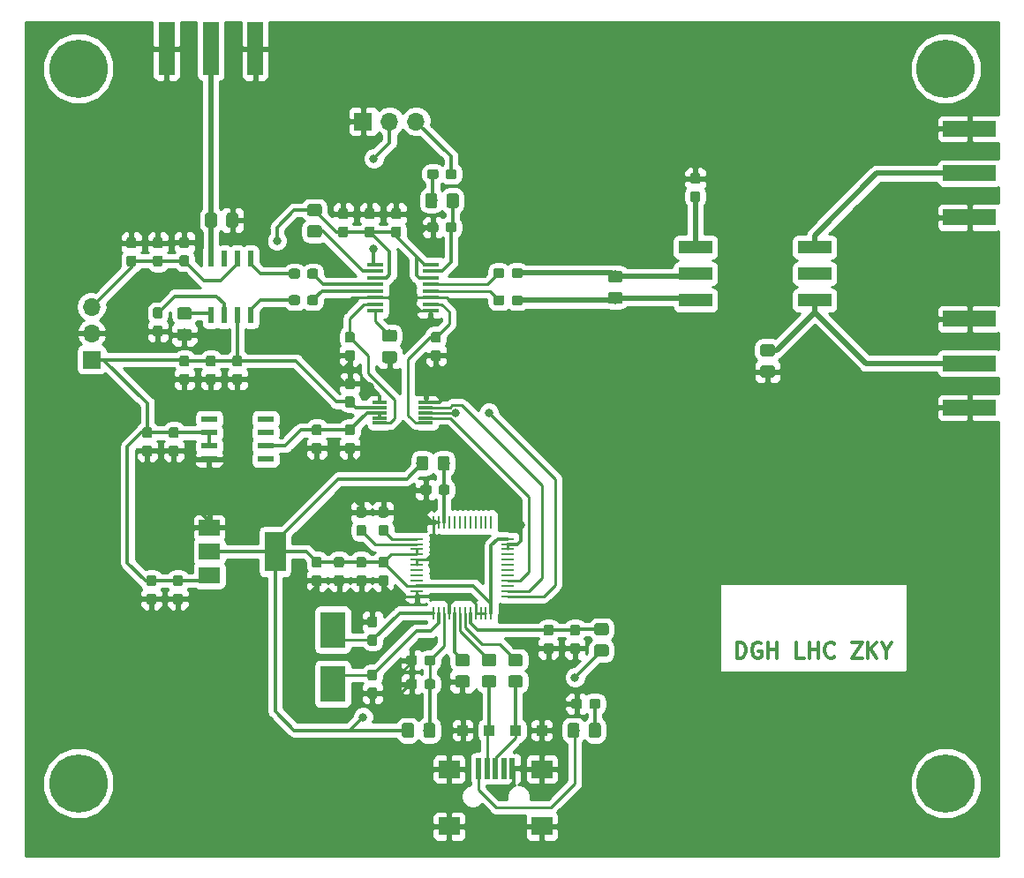
<source format=gbr>
G04 #@! TF.GenerationSoftware,KiCad,Pcbnew,(6.0.0-rc1-dev-1154-gcbd13c712)*
G04 #@! TF.CreationDate,2018-11-28T14:30:39+08:00*
G04 #@! TF.ProjectId,8330_EVA,38333330-5f45-4564-912e-6b696361645f,rev?*
G04 #@! TF.SameCoordinates,Original*
G04 #@! TF.FileFunction,Copper,L1,Top*
G04 #@! TF.FilePolarity,Positive*
%FSLAX46Y46*%
G04 Gerber Fmt 4.6, Leading zero omitted, Abs format (unit mm)*
G04 Created by KiCad (PCBNEW (6.0.0-rc1-dev-1154-gcbd13c712)) date 2018/11/28 14:30:39*
%MOMM*%
%LPD*%
G01*
G04 APERTURE LIST*
G04 #@! TA.AperFunction,NonConductor*
%ADD10C,0.300000*%
G04 #@! TD*
G04 #@! TA.AperFunction,SMDPad,CuDef*
%ADD11R,3.180000X1.270000*%
G04 #@! TD*
G04 #@! TA.AperFunction,Conductor*
%ADD12C,0.100000*%
G04 #@! TD*
G04 #@! TA.AperFunction,SMDPad,CuDef*
%ADD13C,1.150000*%
G04 #@! TD*
G04 #@! TA.AperFunction,SMDPad,CuDef*
%ADD14C,0.950000*%
G04 #@! TD*
G04 #@! TA.AperFunction,SMDPad,CuDef*
%ADD15R,2.000000X1.700000*%
G04 #@! TD*
G04 #@! TA.AperFunction,SMDPad,CuDef*
%ADD16R,0.500000X2.000000*%
G04 #@! TD*
G04 #@! TA.AperFunction,SMDPad,CuDef*
%ADD17R,1.000000X1.000000*%
G04 #@! TD*
G04 #@! TA.AperFunction,SMDPad,CuDef*
%ADD18R,1.500000X5.080000*%
G04 #@! TD*
G04 #@! TA.AperFunction,ComponentPad*
%ADD19O,1.700000X1.700000*%
G04 #@! TD*
G04 #@! TA.AperFunction,ComponentPad*
%ADD20R,1.700000X1.700000*%
G04 #@! TD*
G04 #@! TA.AperFunction,SMDPad,CuDef*
%ADD21R,5.080000X1.500000*%
G04 #@! TD*
G04 #@! TA.AperFunction,SMDPad,CuDef*
%ADD22R,2.000000X3.800000*%
G04 #@! TD*
G04 #@! TA.AperFunction,SMDPad,CuDef*
%ADD23R,2.000000X1.500000*%
G04 #@! TD*
G04 #@! TA.AperFunction,SMDPad,CuDef*
%ADD24R,0.250000X1.300000*%
G04 #@! TD*
G04 #@! TA.AperFunction,SMDPad,CuDef*
%ADD25R,1.300000X0.250000*%
G04 #@! TD*
G04 #@! TA.AperFunction,SMDPad,CuDef*
%ADD26R,1.600000X0.410000*%
G04 #@! TD*
G04 #@! TA.AperFunction,SMDPad,CuDef*
%ADD27R,0.600000X1.550000*%
G04 #@! TD*
G04 #@! TA.AperFunction,SMDPad,CuDef*
%ADD28R,1.400000X0.300000*%
G04 #@! TD*
G04 #@! TA.AperFunction,SMDPad,CuDef*
%ADD29R,1.550000X0.600000*%
G04 #@! TD*
G04 #@! TA.AperFunction,SMDPad,CuDef*
%ADD30R,2.400000X3.500000*%
G04 #@! TD*
G04 #@! TA.AperFunction,ComponentPad*
%ADD31C,5.600000*%
G04 #@! TD*
G04 #@! TA.AperFunction,ViaPad*
%ADD32C,0.800000*%
G04 #@! TD*
G04 #@! TA.AperFunction,Conductor*
%ADD33C,0.300000*%
G04 #@! TD*
G04 #@! TA.AperFunction,Conductor*
%ADD34C,0.250000*%
G04 #@! TD*
G04 #@! TA.AperFunction,Conductor*
%ADD35C,0.500000*%
G04 #@! TD*
G04 #@! TA.AperFunction,Conductor*
%ADD36C,0.254000*%
G04 #@! TD*
G04 APERTURE END LIST*
D10*
X175558571Y-109898571D02*
X175558571Y-108398571D01*
X175915714Y-108398571D01*
X176130000Y-108470000D01*
X176272857Y-108612857D01*
X176344285Y-108755714D01*
X176415714Y-109041428D01*
X176415714Y-109255714D01*
X176344285Y-109541428D01*
X176272857Y-109684285D01*
X176130000Y-109827142D01*
X175915714Y-109898571D01*
X175558571Y-109898571D01*
X177844285Y-108470000D02*
X177701428Y-108398571D01*
X177487142Y-108398571D01*
X177272857Y-108470000D01*
X177130000Y-108612857D01*
X177058571Y-108755714D01*
X176987142Y-109041428D01*
X176987142Y-109255714D01*
X177058571Y-109541428D01*
X177130000Y-109684285D01*
X177272857Y-109827142D01*
X177487142Y-109898571D01*
X177630000Y-109898571D01*
X177844285Y-109827142D01*
X177915714Y-109755714D01*
X177915714Y-109255714D01*
X177630000Y-109255714D01*
X178558571Y-109898571D02*
X178558571Y-108398571D01*
X178558571Y-109112857D02*
X179415714Y-109112857D01*
X179415714Y-109898571D02*
X179415714Y-108398571D01*
X181987142Y-109898571D02*
X181272857Y-109898571D01*
X181272857Y-108398571D01*
X182487142Y-109898571D02*
X182487142Y-108398571D01*
X182487142Y-109112857D02*
X183344285Y-109112857D01*
X183344285Y-109898571D02*
X183344285Y-108398571D01*
X184915714Y-109755714D02*
X184844285Y-109827142D01*
X184630000Y-109898571D01*
X184487142Y-109898571D01*
X184272857Y-109827142D01*
X184130000Y-109684285D01*
X184058571Y-109541428D01*
X183987142Y-109255714D01*
X183987142Y-109041428D01*
X184058571Y-108755714D01*
X184130000Y-108612857D01*
X184272857Y-108470000D01*
X184487142Y-108398571D01*
X184630000Y-108398571D01*
X184844285Y-108470000D01*
X184915714Y-108541428D01*
X186558571Y-108398571D02*
X187558571Y-108398571D01*
X186558571Y-109898571D01*
X187558571Y-109898571D01*
X188130000Y-109898571D02*
X188130000Y-108398571D01*
X188987142Y-109898571D02*
X188344285Y-109041428D01*
X188987142Y-108398571D02*
X188130000Y-109255714D01*
X189915714Y-109184285D02*
X189915714Y-109898571D01*
X189415714Y-108398571D02*
X189915714Y-109184285D01*
X190415714Y-108398571D01*
D11*
G04 #@! TO.P,T1,6*
G04 #@! TO.N,/VCA/OPHI*
X183009476Y-70484389D03*
G04 #@! TO.P,T1,5*
G04 #@! TO.N,Net-(T1-Pad5)*
X183009476Y-73024389D03*
G04 #@! TO.P,T1,4*
G04 #@! TO.N,/VCA/OPLO*
X183009476Y-75564389D03*
G04 #@! TO.P,T1,3*
G04 #@! TO.N,Net-(C29-Pad1)*
X171579476Y-75564389D03*
G04 #@! TO.P,T1,2*
G04 #@! TO.N,Net-(C28-Pad1)*
X171579476Y-73024389D03*
G04 #@! TO.P,T1,1*
G04 #@! TO.N,Net-(C26-Pad1)*
X171579476Y-70484389D03*
G04 #@! TD*
D12*
G04 #@! TO.N,/VCA/OPLO*
G04 #@! TO.C,R10*
G36*
X178955225Y-79791804D02*
X178979493Y-79795404D01*
X179003292Y-79801365D01*
X179026391Y-79809630D01*
X179048570Y-79820120D01*
X179069613Y-79832732D01*
X179089319Y-79847347D01*
X179107497Y-79863823D01*
X179123973Y-79882001D01*
X179138588Y-79901707D01*
X179151200Y-79922750D01*
X179161690Y-79944929D01*
X179169955Y-79968028D01*
X179175916Y-79991827D01*
X179179516Y-80016095D01*
X179180720Y-80040599D01*
X179180720Y-80690601D01*
X179179516Y-80715105D01*
X179175916Y-80739373D01*
X179169955Y-80763172D01*
X179161690Y-80786271D01*
X179151200Y-80808450D01*
X179138588Y-80829493D01*
X179123973Y-80849199D01*
X179107497Y-80867377D01*
X179089319Y-80883853D01*
X179069613Y-80898468D01*
X179048570Y-80911080D01*
X179026391Y-80921570D01*
X179003292Y-80929835D01*
X178979493Y-80935796D01*
X178955225Y-80939396D01*
X178930721Y-80940600D01*
X178030719Y-80940600D01*
X178006215Y-80939396D01*
X177981947Y-80935796D01*
X177958148Y-80929835D01*
X177935049Y-80921570D01*
X177912870Y-80911080D01*
X177891827Y-80898468D01*
X177872121Y-80883853D01*
X177853943Y-80867377D01*
X177837467Y-80849199D01*
X177822852Y-80829493D01*
X177810240Y-80808450D01*
X177799750Y-80786271D01*
X177791485Y-80763172D01*
X177785524Y-80739373D01*
X177781924Y-80715105D01*
X177780720Y-80690601D01*
X177780720Y-80040599D01*
X177781924Y-80016095D01*
X177785524Y-79991827D01*
X177791485Y-79968028D01*
X177799750Y-79944929D01*
X177810240Y-79922750D01*
X177822852Y-79901707D01*
X177837467Y-79882001D01*
X177853943Y-79863823D01*
X177872121Y-79847347D01*
X177891827Y-79832732D01*
X177912870Y-79820120D01*
X177935049Y-79809630D01*
X177958148Y-79801365D01*
X177981947Y-79795404D01*
X178006215Y-79791804D01*
X178030719Y-79790600D01*
X178930721Y-79790600D01*
X178955225Y-79791804D01*
X178955225Y-79791804D01*
G37*
D13*
G04 #@! TD*
G04 #@! TO.P,R10,2*
G04 #@! TO.N,/VCA/OPLO*
X178480720Y-80365600D03*
D12*
G04 #@! TO.N,Earth*
G04 #@! TO.C,R10*
G36*
X178955225Y-81841804D02*
X178979493Y-81845404D01*
X179003292Y-81851365D01*
X179026391Y-81859630D01*
X179048570Y-81870120D01*
X179069613Y-81882732D01*
X179089319Y-81897347D01*
X179107497Y-81913823D01*
X179123973Y-81932001D01*
X179138588Y-81951707D01*
X179151200Y-81972750D01*
X179161690Y-81994929D01*
X179169955Y-82018028D01*
X179175916Y-82041827D01*
X179179516Y-82066095D01*
X179180720Y-82090599D01*
X179180720Y-82740601D01*
X179179516Y-82765105D01*
X179175916Y-82789373D01*
X179169955Y-82813172D01*
X179161690Y-82836271D01*
X179151200Y-82858450D01*
X179138588Y-82879493D01*
X179123973Y-82899199D01*
X179107497Y-82917377D01*
X179089319Y-82933853D01*
X179069613Y-82948468D01*
X179048570Y-82961080D01*
X179026391Y-82971570D01*
X179003292Y-82979835D01*
X178979493Y-82985796D01*
X178955225Y-82989396D01*
X178930721Y-82990600D01*
X178030719Y-82990600D01*
X178006215Y-82989396D01*
X177981947Y-82985796D01*
X177958148Y-82979835D01*
X177935049Y-82971570D01*
X177912870Y-82961080D01*
X177891827Y-82948468D01*
X177872121Y-82933853D01*
X177853943Y-82917377D01*
X177837467Y-82899199D01*
X177822852Y-82879493D01*
X177810240Y-82858450D01*
X177799750Y-82836271D01*
X177791485Y-82813172D01*
X177785524Y-82789373D01*
X177781924Y-82765105D01*
X177780720Y-82740601D01*
X177780720Y-82090599D01*
X177781924Y-82066095D01*
X177785524Y-82041827D01*
X177791485Y-82018028D01*
X177799750Y-81994929D01*
X177810240Y-81972750D01*
X177822852Y-81951707D01*
X177837467Y-81932001D01*
X177853943Y-81913823D01*
X177872121Y-81897347D01*
X177891827Y-81882732D01*
X177912870Y-81870120D01*
X177935049Y-81859630D01*
X177958148Y-81851365D01*
X177981947Y-81845404D01*
X178006215Y-81841804D01*
X178030719Y-81840600D01*
X178930721Y-81840600D01*
X178955225Y-81841804D01*
X178955225Y-81841804D01*
G37*
D13*
G04 #@! TD*
G04 #@! TO.P,R10,1*
G04 #@! TO.N,Earth*
X178480720Y-82415600D03*
D12*
G04 #@! TO.N,Net-(C28-Pad1)*
G04 #@! TO.C,R9*
G36*
X164365465Y-72731764D02*
X164389733Y-72735364D01*
X164413532Y-72741325D01*
X164436631Y-72749590D01*
X164458810Y-72760080D01*
X164479853Y-72772692D01*
X164499559Y-72787307D01*
X164517737Y-72803783D01*
X164534213Y-72821961D01*
X164548828Y-72841667D01*
X164561440Y-72862710D01*
X164571930Y-72884889D01*
X164580195Y-72907988D01*
X164586156Y-72931787D01*
X164589756Y-72956055D01*
X164590960Y-72980559D01*
X164590960Y-73630561D01*
X164589756Y-73655065D01*
X164586156Y-73679333D01*
X164580195Y-73703132D01*
X164571930Y-73726231D01*
X164561440Y-73748410D01*
X164548828Y-73769453D01*
X164534213Y-73789159D01*
X164517737Y-73807337D01*
X164499559Y-73823813D01*
X164479853Y-73838428D01*
X164458810Y-73851040D01*
X164436631Y-73861530D01*
X164413532Y-73869795D01*
X164389733Y-73875756D01*
X164365465Y-73879356D01*
X164340961Y-73880560D01*
X163440959Y-73880560D01*
X163416455Y-73879356D01*
X163392187Y-73875756D01*
X163368388Y-73869795D01*
X163345289Y-73861530D01*
X163323110Y-73851040D01*
X163302067Y-73838428D01*
X163282361Y-73823813D01*
X163264183Y-73807337D01*
X163247707Y-73789159D01*
X163233092Y-73769453D01*
X163220480Y-73748410D01*
X163209990Y-73726231D01*
X163201725Y-73703132D01*
X163195764Y-73679333D01*
X163192164Y-73655065D01*
X163190960Y-73630561D01*
X163190960Y-72980559D01*
X163192164Y-72956055D01*
X163195764Y-72931787D01*
X163201725Y-72907988D01*
X163209990Y-72884889D01*
X163220480Y-72862710D01*
X163233092Y-72841667D01*
X163247707Y-72821961D01*
X163264183Y-72803783D01*
X163282361Y-72787307D01*
X163302067Y-72772692D01*
X163323110Y-72760080D01*
X163345289Y-72749590D01*
X163368388Y-72741325D01*
X163392187Y-72735364D01*
X163416455Y-72731764D01*
X163440959Y-72730560D01*
X164340961Y-72730560D01*
X164365465Y-72731764D01*
X164365465Y-72731764D01*
G37*
D13*
G04 #@! TD*
G04 #@! TO.P,R9,2*
G04 #@! TO.N,Net-(C28-Pad1)*
X163890960Y-73305560D03*
D12*
G04 #@! TO.N,Net-(C29-Pad1)*
G04 #@! TO.C,R9*
G36*
X164365465Y-74781764D02*
X164389733Y-74785364D01*
X164413532Y-74791325D01*
X164436631Y-74799590D01*
X164458810Y-74810080D01*
X164479853Y-74822692D01*
X164499559Y-74837307D01*
X164517737Y-74853783D01*
X164534213Y-74871961D01*
X164548828Y-74891667D01*
X164561440Y-74912710D01*
X164571930Y-74934889D01*
X164580195Y-74957988D01*
X164586156Y-74981787D01*
X164589756Y-75006055D01*
X164590960Y-75030559D01*
X164590960Y-75680561D01*
X164589756Y-75705065D01*
X164586156Y-75729333D01*
X164580195Y-75753132D01*
X164571930Y-75776231D01*
X164561440Y-75798410D01*
X164548828Y-75819453D01*
X164534213Y-75839159D01*
X164517737Y-75857337D01*
X164499559Y-75873813D01*
X164479853Y-75888428D01*
X164458810Y-75901040D01*
X164436631Y-75911530D01*
X164413532Y-75919795D01*
X164389733Y-75925756D01*
X164365465Y-75929356D01*
X164340961Y-75930560D01*
X163440959Y-75930560D01*
X163416455Y-75929356D01*
X163392187Y-75925756D01*
X163368388Y-75919795D01*
X163345289Y-75911530D01*
X163323110Y-75901040D01*
X163302067Y-75888428D01*
X163282361Y-75873813D01*
X163264183Y-75857337D01*
X163247707Y-75839159D01*
X163233092Y-75819453D01*
X163220480Y-75798410D01*
X163209990Y-75776231D01*
X163201725Y-75753132D01*
X163195764Y-75729333D01*
X163192164Y-75705065D01*
X163190960Y-75680561D01*
X163190960Y-75030559D01*
X163192164Y-75006055D01*
X163195764Y-74981787D01*
X163201725Y-74957988D01*
X163209990Y-74934889D01*
X163220480Y-74912710D01*
X163233092Y-74891667D01*
X163247707Y-74871961D01*
X163264183Y-74853783D01*
X163282361Y-74837307D01*
X163302067Y-74822692D01*
X163323110Y-74810080D01*
X163345289Y-74799590D01*
X163368388Y-74791325D01*
X163392187Y-74785364D01*
X163416455Y-74781764D01*
X163440959Y-74780560D01*
X164340961Y-74780560D01*
X164365465Y-74781764D01*
X164365465Y-74781764D01*
G37*
D13*
G04 #@! TD*
G04 #@! TO.P,R9,1*
G04 #@! TO.N,Net-(C29-Pad1)*
X163890960Y-75355560D03*
D12*
G04 #@! TO.N,Net-(C29-Pad2)*
G04 #@! TO.C,C29*
G36*
X153039739Y-75101304D02*
X153062794Y-75104723D01*
X153085403Y-75110387D01*
X153107347Y-75118239D01*
X153128417Y-75128204D01*
X153148408Y-75140186D01*
X153167128Y-75154070D01*
X153184398Y-75169722D01*
X153200050Y-75186992D01*
X153213934Y-75205712D01*
X153225916Y-75225703D01*
X153235881Y-75246773D01*
X153243733Y-75268717D01*
X153249397Y-75291326D01*
X153252816Y-75314381D01*
X153253960Y-75337660D01*
X153253960Y-75812660D01*
X153252816Y-75835939D01*
X153249397Y-75858994D01*
X153243733Y-75881603D01*
X153235881Y-75903547D01*
X153225916Y-75924617D01*
X153213934Y-75944608D01*
X153200050Y-75963328D01*
X153184398Y-75980598D01*
X153167128Y-75996250D01*
X153148408Y-76010134D01*
X153128417Y-76022116D01*
X153107347Y-76032081D01*
X153085403Y-76039933D01*
X153062794Y-76045597D01*
X153039739Y-76049016D01*
X153016460Y-76050160D01*
X152441460Y-76050160D01*
X152418181Y-76049016D01*
X152395126Y-76045597D01*
X152372517Y-76039933D01*
X152350573Y-76032081D01*
X152329503Y-76022116D01*
X152309512Y-76010134D01*
X152290792Y-75996250D01*
X152273522Y-75980598D01*
X152257870Y-75963328D01*
X152243986Y-75944608D01*
X152232004Y-75924617D01*
X152222039Y-75903547D01*
X152214187Y-75881603D01*
X152208523Y-75858994D01*
X152205104Y-75835939D01*
X152203960Y-75812660D01*
X152203960Y-75337660D01*
X152205104Y-75314381D01*
X152208523Y-75291326D01*
X152214187Y-75268717D01*
X152222039Y-75246773D01*
X152232004Y-75225703D01*
X152243986Y-75205712D01*
X152257870Y-75186992D01*
X152273522Y-75169722D01*
X152290792Y-75154070D01*
X152309512Y-75140186D01*
X152329503Y-75128204D01*
X152350573Y-75118239D01*
X152372517Y-75110387D01*
X152395126Y-75104723D01*
X152418181Y-75101304D01*
X152441460Y-75100160D01*
X153016460Y-75100160D01*
X153039739Y-75101304D01*
X153039739Y-75101304D01*
G37*
D14*
G04 #@! TD*
G04 #@! TO.P,C29,2*
G04 #@! TO.N,Net-(C29-Pad2)*
X152728960Y-75575160D03*
D12*
G04 #@! TO.N,Net-(C29-Pad1)*
G04 #@! TO.C,C29*
G36*
X154789739Y-75101304D02*
X154812794Y-75104723D01*
X154835403Y-75110387D01*
X154857347Y-75118239D01*
X154878417Y-75128204D01*
X154898408Y-75140186D01*
X154917128Y-75154070D01*
X154934398Y-75169722D01*
X154950050Y-75186992D01*
X154963934Y-75205712D01*
X154975916Y-75225703D01*
X154985881Y-75246773D01*
X154993733Y-75268717D01*
X154999397Y-75291326D01*
X155002816Y-75314381D01*
X155003960Y-75337660D01*
X155003960Y-75812660D01*
X155002816Y-75835939D01*
X154999397Y-75858994D01*
X154993733Y-75881603D01*
X154985881Y-75903547D01*
X154975916Y-75924617D01*
X154963934Y-75944608D01*
X154950050Y-75963328D01*
X154934398Y-75980598D01*
X154917128Y-75996250D01*
X154898408Y-76010134D01*
X154878417Y-76022116D01*
X154857347Y-76032081D01*
X154835403Y-76039933D01*
X154812794Y-76045597D01*
X154789739Y-76049016D01*
X154766460Y-76050160D01*
X154191460Y-76050160D01*
X154168181Y-76049016D01*
X154145126Y-76045597D01*
X154122517Y-76039933D01*
X154100573Y-76032081D01*
X154079503Y-76022116D01*
X154059512Y-76010134D01*
X154040792Y-75996250D01*
X154023522Y-75980598D01*
X154007870Y-75963328D01*
X153993986Y-75944608D01*
X153982004Y-75924617D01*
X153972039Y-75903547D01*
X153964187Y-75881603D01*
X153958523Y-75858994D01*
X153955104Y-75835939D01*
X153953960Y-75812660D01*
X153953960Y-75337660D01*
X153955104Y-75314381D01*
X153958523Y-75291326D01*
X153964187Y-75268717D01*
X153972039Y-75246773D01*
X153982004Y-75225703D01*
X153993986Y-75205712D01*
X154007870Y-75186992D01*
X154023522Y-75169722D01*
X154040792Y-75154070D01*
X154059512Y-75140186D01*
X154079503Y-75128204D01*
X154100573Y-75118239D01*
X154122517Y-75110387D01*
X154145126Y-75104723D01*
X154168181Y-75101304D01*
X154191460Y-75100160D01*
X154766460Y-75100160D01*
X154789739Y-75101304D01*
X154789739Y-75101304D01*
G37*
D14*
G04 #@! TD*
G04 #@! TO.P,C29,1*
G04 #@! TO.N,Net-(C29-Pad1)*
X154478960Y-75575160D03*
D12*
G04 #@! TO.N,Net-(C28-Pad2)*
G04 #@! TO.C,C28*
G36*
X153024499Y-72485104D02*
X153047554Y-72488523D01*
X153070163Y-72494187D01*
X153092107Y-72502039D01*
X153113177Y-72512004D01*
X153133168Y-72523986D01*
X153151888Y-72537870D01*
X153169158Y-72553522D01*
X153184810Y-72570792D01*
X153198694Y-72589512D01*
X153210676Y-72609503D01*
X153220641Y-72630573D01*
X153228493Y-72652517D01*
X153234157Y-72675126D01*
X153237576Y-72698181D01*
X153238720Y-72721460D01*
X153238720Y-73196460D01*
X153237576Y-73219739D01*
X153234157Y-73242794D01*
X153228493Y-73265403D01*
X153220641Y-73287347D01*
X153210676Y-73308417D01*
X153198694Y-73328408D01*
X153184810Y-73347128D01*
X153169158Y-73364398D01*
X153151888Y-73380050D01*
X153133168Y-73393934D01*
X153113177Y-73405916D01*
X153092107Y-73415881D01*
X153070163Y-73423733D01*
X153047554Y-73429397D01*
X153024499Y-73432816D01*
X153001220Y-73433960D01*
X152426220Y-73433960D01*
X152402941Y-73432816D01*
X152379886Y-73429397D01*
X152357277Y-73423733D01*
X152335333Y-73415881D01*
X152314263Y-73405916D01*
X152294272Y-73393934D01*
X152275552Y-73380050D01*
X152258282Y-73364398D01*
X152242630Y-73347128D01*
X152228746Y-73328408D01*
X152216764Y-73308417D01*
X152206799Y-73287347D01*
X152198947Y-73265403D01*
X152193283Y-73242794D01*
X152189864Y-73219739D01*
X152188720Y-73196460D01*
X152188720Y-72721460D01*
X152189864Y-72698181D01*
X152193283Y-72675126D01*
X152198947Y-72652517D01*
X152206799Y-72630573D01*
X152216764Y-72609503D01*
X152228746Y-72589512D01*
X152242630Y-72570792D01*
X152258282Y-72553522D01*
X152275552Y-72537870D01*
X152294272Y-72523986D01*
X152314263Y-72512004D01*
X152335333Y-72502039D01*
X152357277Y-72494187D01*
X152379886Y-72488523D01*
X152402941Y-72485104D01*
X152426220Y-72483960D01*
X153001220Y-72483960D01*
X153024499Y-72485104D01*
X153024499Y-72485104D01*
G37*
D14*
G04 #@! TD*
G04 #@! TO.P,C28,2*
G04 #@! TO.N,Net-(C28-Pad2)*
X152713720Y-72958960D03*
D12*
G04 #@! TO.N,Net-(C28-Pad1)*
G04 #@! TO.C,C28*
G36*
X154774499Y-72485104D02*
X154797554Y-72488523D01*
X154820163Y-72494187D01*
X154842107Y-72502039D01*
X154863177Y-72512004D01*
X154883168Y-72523986D01*
X154901888Y-72537870D01*
X154919158Y-72553522D01*
X154934810Y-72570792D01*
X154948694Y-72589512D01*
X154960676Y-72609503D01*
X154970641Y-72630573D01*
X154978493Y-72652517D01*
X154984157Y-72675126D01*
X154987576Y-72698181D01*
X154988720Y-72721460D01*
X154988720Y-73196460D01*
X154987576Y-73219739D01*
X154984157Y-73242794D01*
X154978493Y-73265403D01*
X154970641Y-73287347D01*
X154960676Y-73308417D01*
X154948694Y-73328408D01*
X154934810Y-73347128D01*
X154919158Y-73364398D01*
X154901888Y-73380050D01*
X154883168Y-73393934D01*
X154863177Y-73405916D01*
X154842107Y-73415881D01*
X154820163Y-73423733D01*
X154797554Y-73429397D01*
X154774499Y-73432816D01*
X154751220Y-73433960D01*
X154176220Y-73433960D01*
X154152941Y-73432816D01*
X154129886Y-73429397D01*
X154107277Y-73423733D01*
X154085333Y-73415881D01*
X154064263Y-73405916D01*
X154044272Y-73393934D01*
X154025552Y-73380050D01*
X154008282Y-73364398D01*
X153992630Y-73347128D01*
X153978746Y-73328408D01*
X153966764Y-73308417D01*
X153956799Y-73287347D01*
X153948947Y-73265403D01*
X153943283Y-73242794D01*
X153939864Y-73219739D01*
X153938720Y-73196460D01*
X153938720Y-72721460D01*
X153939864Y-72698181D01*
X153943283Y-72675126D01*
X153948947Y-72652517D01*
X153956799Y-72630573D01*
X153966764Y-72609503D01*
X153978746Y-72589512D01*
X153992630Y-72570792D01*
X154008282Y-72553522D01*
X154025552Y-72537870D01*
X154044272Y-72523986D01*
X154064263Y-72512004D01*
X154085333Y-72502039D01*
X154107277Y-72494187D01*
X154129886Y-72488523D01*
X154152941Y-72485104D01*
X154176220Y-72483960D01*
X154751220Y-72483960D01*
X154774499Y-72485104D01*
X154774499Y-72485104D01*
G37*
D14*
G04 #@! TD*
G04 #@! TO.P,C28,1*
G04 #@! TO.N,Net-(C28-Pad1)*
X154463720Y-72958960D03*
D12*
G04 #@! TO.N,Earth*
G04 #@! TO.C,C26*
G36*
X171812379Y-63359744D02*
X171835434Y-63363163D01*
X171858043Y-63368827D01*
X171879987Y-63376679D01*
X171901057Y-63386644D01*
X171921048Y-63398626D01*
X171939768Y-63412510D01*
X171957038Y-63428162D01*
X171972690Y-63445432D01*
X171986574Y-63464152D01*
X171998556Y-63484143D01*
X172008521Y-63505213D01*
X172016373Y-63527157D01*
X172022037Y-63549766D01*
X172025456Y-63572821D01*
X172026600Y-63596100D01*
X172026600Y-64171100D01*
X172025456Y-64194379D01*
X172022037Y-64217434D01*
X172016373Y-64240043D01*
X172008521Y-64261987D01*
X171998556Y-64283057D01*
X171986574Y-64303048D01*
X171972690Y-64321768D01*
X171957038Y-64339038D01*
X171939768Y-64354690D01*
X171921048Y-64368574D01*
X171901057Y-64380556D01*
X171879987Y-64390521D01*
X171858043Y-64398373D01*
X171835434Y-64404037D01*
X171812379Y-64407456D01*
X171789100Y-64408600D01*
X171314100Y-64408600D01*
X171290821Y-64407456D01*
X171267766Y-64404037D01*
X171245157Y-64398373D01*
X171223213Y-64390521D01*
X171202143Y-64380556D01*
X171182152Y-64368574D01*
X171163432Y-64354690D01*
X171146162Y-64339038D01*
X171130510Y-64321768D01*
X171116626Y-64303048D01*
X171104644Y-64283057D01*
X171094679Y-64261987D01*
X171086827Y-64240043D01*
X171081163Y-64217434D01*
X171077744Y-64194379D01*
X171076600Y-64171100D01*
X171076600Y-63596100D01*
X171077744Y-63572821D01*
X171081163Y-63549766D01*
X171086827Y-63527157D01*
X171094679Y-63505213D01*
X171104644Y-63484143D01*
X171116626Y-63464152D01*
X171130510Y-63445432D01*
X171146162Y-63428162D01*
X171163432Y-63412510D01*
X171182152Y-63398626D01*
X171202143Y-63386644D01*
X171223213Y-63376679D01*
X171245157Y-63368827D01*
X171267766Y-63363163D01*
X171290821Y-63359744D01*
X171314100Y-63358600D01*
X171789100Y-63358600D01*
X171812379Y-63359744D01*
X171812379Y-63359744D01*
G37*
D14*
G04 #@! TD*
G04 #@! TO.P,C26,2*
G04 #@! TO.N,Earth*
X171551600Y-63883600D03*
D12*
G04 #@! TO.N,Net-(C26-Pad1)*
G04 #@! TO.C,C26*
G36*
X171812379Y-65109744D02*
X171835434Y-65113163D01*
X171858043Y-65118827D01*
X171879987Y-65126679D01*
X171901057Y-65136644D01*
X171921048Y-65148626D01*
X171939768Y-65162510D01*
X171957038Y-65178162D01*
X171972690Y-65195432D01*
X171986574Y-65214152D01*
X171998556Y-65234143D01*
X172008521Y-65255213D01*
X172016373Y-65277157D01*
X172022037Y-65299766D01*
X172025456Y-65322821D01*
X172026600Y-65346100D01*
X172026600Y-65921100D01*
X172025456Y-65944379D01*
X172022037Y-65967434D01*
X172016373Y-65990043D01*
X172008521Y-66011987D01*
X171998556Y-66033057D01*
X171986574Y-66053048D01*
X171972690Y-66071768D01*
X171957038Y-66089038D01*
X171939768Y-66104690D01*
X171921048Y-66118574D01*
X171901057Y-66130556D01*
X171879987Y-66140521D01*
X171858043Y-66148373D01*
X171835434Y-66154037D01*
X171812379Y-66157456D01*
X171789100Y-66158600D01*
X171314100Y-66158600D01*
X171290821Y-66157456D01*
X171267766Y-66154037D01*
X171245157Y-66148373D01*
X171223213Y-66140521D01*
X171202143Y-66130556D01*
X171182152Y-66118574D01*
X171163432Y-66104690D01*
X171146162Y-66089038D01*
X171130510Y-66071768D01*
X171116626Y-66053048D01*
X171104644Y-66033057D01*
X171094679Y-66011987D01*
X171086827Y-65990043D01*
X171081163Y-65967434D01*
X171077744Y-65944379D01*
X171076600Y-65921100D01*
X171076600Y-65346100D01*
X171077744Y-65322821D01*
X171081163Y-65299766D01*
X171086827Y-65277157D01*
X171094679Y-65255213D01*
X171104644Y-65234143D01*
X171116626Y-65214152D01*
X171130510Y-65195432D01*
X171146162Y-65178162D01*
X171163432Y-65162510D01*
X171182152Y-65148626D01*
X171202143Y-65136644D01*
X171223213Y-65126679D01*
X171245157Y-65118827D01*
X171267766Y-65113163D01*
X171290821Y-65109744D01*
X171314100Y-65108600D01*
X171789100Y-65108600D01*
X171812379Y-65109744D01*
X171812379Y-65109744D01*
G37*
D14*
G04 #@! TD*
G04 #@! TO.P,C26,1*
G04 #@! TO.N,Net-(C26-Pad1)*
X171551600Y-65633600D03*
D15*
G04 #@! TO.P,J1,6*
G04 #@! TO.N,Earth*
X156850000Y-126040000D03*
X156850000Y-120590000D03*
X147950000Y-126040000D03*
X147950000Y-120590000D03*
D16*
G04 #@! TO.P,J1,5*
X154000000Y-120490000D03*
G04 #@! TO.P,J1,4*
G04 #@! TO.N,Net-(J1-Pad4)*
X153200000Y-120490000D03*
G04 #@! TO.P,J1,3*
G04 #@! TO.N,/USB2SPI/USB_D+*
X152400000Y-120490000D03*
G04 #@! TO.P,J1,2*
G04 #@! TO.N,/USB2SPI/USB_D-*
X151600000Y-120490000D03*
G04 #@! TO.P,J1,1*
G04 #@! TO.N,/USB2SPI/VBUS*
X150800000Y-120490000D03*
G04 #@! TD*
D12*
G04 #@! TO.N,Earth*
G04 #@! TO.C,C1*
G36*
X160485779Y-113826144D02*
X160508834Y-113829563D01*
X160531443Y-113835227D01*
X160553387Y-113843079D01*
X160574457Y-113853044D01*
X160594448Y-113865026D01*
X160613168Y-113878910D01*
X160630438Y-113894562D01*
X160646090Y-113911832D01*
X160659974Y-113930552D01*
X160671956Y-113950543D01*
X160681921Y-113971613D01*
X160689773Y-113993557D01*
X160695437Y-114016166D01*
X160698856Y-114039221D01*
X160700000Y-114062500D01*
X160700000Y-114537500D01*
X160698856Y-114560779D01*
X160695437Y-114583834D01*
X160689773Y-114606443D01*
X160681921Y-114628387D01*
X160671956Y-114649457D01*
X160659974Y-114669448D01*
X160646090Y-114688168D01*
X160630438Y-114705438D01*
X160613168Y-114721090D01*
X160594448Y-114734974D01*
X160574457Y-114746956D01*
X160553387Y-114756921D01*
X160531443Y-114764773D01*
X160508834Y-114770437D01*
X160485779Y-114773856D01*
X160462500Y-114775000D01*
X159887500Y-114775000D01*
X159864221Y-114773856D01*
X159841166Y-114770437D01*
X159818557Y-114764773D01*
X159796613Y-114756921D01*
X159775543Y-114746956D01*
X159755552Y-114734974D01*
X159736832Y-114721090D01*
X159719562Y-114705438D01*
X159703910Y-114688168D01*
X159690026Y-114669448D01*
X159678044Y-114649457D01*
X159668079Y-114628387D01*
X159660227Y-114606443D01*
X159654563Y-114583834D01*
X159651144Y-114560779D01*
X159650000Y-114537500D01*
X159650000Y-114062500D01*
X159651144Y-114039221D01*
X159654563Y-114016166D01*
X159660227Y-113993557D01*
X159668079Y-113971613D01*
X159678044Y-113950543D01*
X159690026Y-113930552D01*
X159703910Y-113911832D01*
X159719562Y-113894562D01*
X159736832Y-113878910D01*
X159755552Y-113865026D01*
X159775543Y-113853044D01*
X159796613Y-113843079D01*
X159818557Y-113835227D01*
X159841166Y-113829563D01*
X159864221Y-113826144D01*
X159887500Y-113825000D01*
X160462500Y-113825000D01*
X160485779Y-113826144D01*
X160485779Y-113826144D01*
G37*
D14*
G04 #@! TD*
G04 #@! TO.P,C1,1*
G04 #@! TO.N,Earth*
X160175000Y-114300000D03*
D12*
G04 #@! TO.N,Net-(C1-Pad2)*
G04 #@! TO.C,C1*
G36*
X162235779Y-113826144D02*
X162258834Y-113829563D01*
X162281443Y-113835227D01*
X162303387Y-113843079D01*
X162324457Y-113853044D01*
X162344448Y-113865026D01*
X162363168Y-113878910D01*
X162380438Y-113894562D01*
X162396090Y-113911832D01*
X162409974Y-113930552D01*
X162421956Y-113950543D01*
X162431921Y-113971613D01*
X162439773Y-113993557D01*
X162445437Y-114016166D01*
X162448856Y-114039221D01*
X162450000Y-114062500D01*
X162450000Y-114537500D01*
X162448856Y-114560779D01*
X162445437Y-114583834D01*
X162439773Y-114606443D01*
X162431921Y-114628387D01*
X162421956Y-114649457D01*
X162409974Y-114669448D01*
X162396090Y-114688168D01*
X162380438Y-114705438D01*
X162363168Y-114721090D01*
X162344448Y-114734974D01*
X162324457Y-114746956D01*
X162303387Y-114756921D01*
X162281443Y-114764773D01*
X162258834Y-114770437D01*
X162235779Y-114773856D01*
X162212500Y-114775000D01*
X161637500Y-114775000D01*
X161614221Y-114773856D01*
X161591166Y-114770437D01*
X161568557Y-114764773D01*
X161546613Y-114756921D01*
X161525543Y-114746956D01*
X161505552Y-114734974D01*
X161486832Y-114721090D01*
X161469562Y-114705438D01*
X161453910Y-114688168D01*
X161440026Y-114669448D01*
X161428044Y-114649457D01*
X161418079Y-114628387D01*
X161410227Y-114606443D01*
X161404563Y-114583834D01*
X161401144Y-114560779D01*
X161400000Y-114537500D01*
X161400000Y-114062500D01*
X161401144Y-114039221D01*
X161404563Y-114016166D01*
X161410227Y-113993557D01*
X161418079Y-113971613D01*
X161428044Y-113950543D01*
X161440026Y-113930552D01*
X161453910Y-113911832D01*
X161469562Y-113894562D01*
X161486832Y-113878910D01*
X161505552Y-113865026D01*
X161525543Y-113853044D01*
X161546613Y-113843079D01*
X161568557Y-113835227D01*
X161591166Y-113829563D01*
X161614221Y-113826144D01*
X161637500Y-113825000D01*
X162212500Y-113825000D01*
X162235779Y-113826144D01*
X162235779Y-113826144D01*
G37*
D14*
G04 #@! TD*
G04 #@! TO.P,C1,2*
G04 #@! TO.N,Net-(C1-Pad2)*
X161925000Y-114300000D03*
D12*
G04 #@! TO.N,Net-(C2-Pad1)*
G04 #@! TO.C,C2*
G36*
X140849779Y-107666144D02*
X140872834Y-107669563D01*
X140895443Y-107675227D01*
X140917387Y-107683079D01*
X140938457Y-107693044D01*
X140958448Y-107705026D01*
X140977168Y-107718910D01*
X140994438Y-107734562D01*
X141010090Y-107751832D01*
X141023974Y-107770552D01*
X141035956Y-107790543D01*
X141045921Y-107811613D01*
X141053773Y-107833557D01*
X141059437Y-107856166D01*
X141062856Y-107879221D01*
X141064000Y-107902500D01*
X141064000Y-108477500D01*
X141062856Y-108500779D01*
X141059437Y-108523834D01*
X141053773Y-108546443D01*
X141045921Y-108568387D01*
X141035956Y-108589457D01*
X141023974Y-108609448D01*
X141010090Y-108628168D01*
X140994438Y-108645438D01*
X140977168Y-108661090D01*
X140958448Y-108674974D01*
X140938457Y-108686956D01*
X140917387Y-108696921D01*
X140895443Y-108704773D01*
X140872834Y-108710437D01*
X140849779Y-108713856D01*
X140826500Y-108715000D01*
X140351500Y-108715000D01*
X140328221Y-108713856D01*
X140305166Y-108710437D01*
X140282557Y-108704773D01*
X140260613Y-108696921D01*
X140239543Y-108686956D01*
X140219552Y-108674974D01*
X140200832Y-108661090D01*
X140183562Y-108645438D01*
X140167910Y-108628168D01*
X140154026Y-108609448D01*
X140142044Y-108589457D01*
X140132079Y-108568387D01*
X140124227Y-108546443D01*
X140118563Y-108523834D01*
X140115144Y-108500779D01*
X140114000Y-108477500D01*
X140114000Y-107902500D01*
X140115144Y-107879221D01*
X140118563Y-107856166D01*
X140124227Y-107833557D01*
X140132079Y-107811613D01*
X140142044Y-107790543D01*
X140154026Y-107770552D01*
X140167910Y-107751832D01*
X140183562Y-107734562D01*
X140200832Y-107718910D01*
X140219552Y-107705026D01*
X140239543Y-107693044D01*
X140260613Y-107683079D01*
X140282557Y-107675227D01*
X140305166Y-107669563D01*
X140328221Y-107666144D01*
X140351500Y-107665000D01*
X140826500Y-107665000D01*
X140849779Y-107666144D01*
X140849779Y-107666144D01*
G37*
D14*
G04 #@! TD*
G04 #@! TO.P,C2,1*
G04 #@! TO.N,Net-(C2-Pad1)*
X140589000Y-108190000D03*
D12*
G04 #@! TO.N,Earth*
G04 #@! TO.C,C2*
G36*
X140849779Y-105916144D02*
X140872834Y-105919563D01*
X140895443Y-105925227D01*
X140917387Y-105933079D01*
X140938457Y-105943044D01*
X140958448Y-105955026D01*
X140977168Y-105968910D01*
X140994438Y-105984562D01*
X141010090Y-106001832D01*
X141023974Y-106020552D01*
X141035956Y-106040543D01*
X141045921Y-106061613D01*
X141053773Y-106083557D01*
X141059437Y-106106166D01*
X141062856Y-106129221D01*
X141064000Y-106152500D01*
X141064000Y-106727500D01*
X141062856Y-106750779D01*
X141059437Y-106773834D01*
X141053773Y-106796443D01*
X141045921Y-106818387D01*
X141035956Y-106839457D01*
X141023974Y-106859448D01*
X141010090Y-106878168D01*
X140994438Y-106895438D01*
X140977168Y-106911090D01*
X140958448Y-106924974D01*
X140938457Y-106936956D01*
X140917387Y-106946921D01*
X140895443Y-106954773D01*
X140872834Y-106960437D01*
X140849779Y-106963856D01*
X140826500Y-106965000D01*
X140351500Y-106965000D01*
X140328221Y-106963856D01*
X140305166Y-106960437D01*
X140282557Y-106954773D01*
X140260613Y-106946921D01*
X140239543Y-106936956D01*
X140219552Y-106924974D01*
X140200832Y-106911090D01*
X140183562Y-106895438D01*
X140167910Y-106878168D01*
X140154026Y-106859448D01*
X140142044Y-106839457D01*
X140132079Y-106818387D01*
X140124227Y-106796443D01*
X140118563Y-106773834D01*
X140115144Y-106750779D01*
X140114000Y-106727500D01*
X140114000Y-106152500D01*
X140115144Y-106129221D01*
X140118563Y-106106166D01*
X140124227Y-106083557D01*
X140132079Y-106061613D01*
X140142044Y-106040543D01*
X140154026Y-106020552D01*
X140167910Y-106001832D01*
X140183562Y-105984562D01*
X140200832Y-105968910D01*
X140219552Y-105955026D01*
X140239543Y-105943044D01*
X140260613Y-105933079D01*
X140282557Y-105925227D01*
X140305166Y-105919563D01*
X140328221Y-105916144D01*
X140351500Y-105915000D01*
X140826500Y-105915000D01*
X140849779Y-105916144D01*
X140849779Y-105916144D01*
G37*
D14*
G04 #@! TD*
G04 #@! TO.P,C2,2*
G04 #@! TO.N,Earth*
X140589000Y-106440000D03*
D12*
G04 #@! TO.N,Earth*
G04 #@! TO.C,C3*
G36*
X140849779Y-112746144D02*
X140872834Y-112749563D01*
X140895443Y-112755227D01*
X140917387Y-112763079D01*
X140938457Y-112773044D01*
X140958448Y-112785026D01*
X140977168Y-112798910D01*
X140994438Y-112814562D01*
X141010090Y-112831832D01*
X141023974Y-112850552D01*
X141035956Y-112870543D01*
X141045921Y-112891613D01*
X141053773Y-112913557D01*
X141059437Y-112936166D01*
X141062856Y-112959221D01*
X141064000Y-112982500D01*
X141064000Y-113557500D01*
X141062856Y-113580779D01*
X141059437Y-113603834D01*
X141053773Y-113626443D01*
X141045921Y-113648387D01*
X141035956Y-113669457D01*
X141023974Y-113689448D01*
X141010090Y-113708168D01*
X140994438Y-113725438D01*
X140977168Y-113741090D01*
X140958448Y-113754974D01*
X140938457Y-113766956D01*
X140917387Y-113776921D01*
X140895443Y-113784773D01*
X140872834Y-113790437D01*
X140849779Y-113793856D01*
X140826500Y-113795000D01*
X140351500Y-113795000D01*
X140328221Y-113793856D01*
X140305166Y-113790437D01*
X140282557Y-113784773D01*
X140260613Y-113776921D01*
X140239543Y-113766956D01*
X140219552Y-113754974D01*
X140200832Y-113741090D01*
X140183562Y-113725438D01*
X140167910Y-113708168D01*
X140154026Y-113689448D01*
X140142044Y-113669457D01*
X140132079Y-113648387D01*
X140124227Y-113626443D01*
X140118563Y-113603834D01*
X140115144Y-113580779D01*
X140114000Y-113557500D01*
X140114000Y-112982500D01*
X140115144Y-112959221D01*
X140118563Y-112936166D01*
X140124227Y-112913557D01*
X140132079Y-112891613D01*
X140142044Y-112870543D01*
X140154026Y-112850552D01*
X140167910Y-112831832D01*
X140183562Y-112814562D01*
X140200832Y-112798910D01*
X140219552Y-112785026D01*
X140239543Y-112773044D01*
X140260613Y-112763079D01*
X140282557Y-112755227D01*
X140305166Y-112749563D01*
X140328221Y-112746144D01*
X140351500Y-112745000D01*
X140826500Y-112745000D01*
X140849779Y-112746144D01*
X140849779Y-112746144D01*
G37*
D14*
G04 #@! TD*
G04 #@! TO.P,C3,2*
G04 #@! TO.N,Earth*
X140589000Y-113270000D03*
D12*
G04 #@! TO.N,Net-(C3-Pad1)*
G04 #@! TO.C,C3*
G36*
X140849779Y-110996144D02*
X140872834Y-110999563D01*
X140895443Y-111005227D01*
X140917387Y-111013079D01*
X140938457Y-111023044D01*
X140958448Y-111035026D01*
X140977168Y-111048910D01*
X140994438Y-111064562D01*
X141010090Y-111081832D01*
X141023974Y-111100552D01*
X141035956Y-111120543D01*
X141045921Y-111141613D01*
X141053773Y-111163557D01*
X141059437Y-111186166D01*
X141062856Y-111209221D01*
X141064000Y-111232500D01*
X141064000Y-111807500D01*
X141062856Y-111830779D01*
X141059437Y-111853834D01*
X141053773Y-111876443D01*
X141045921Y-111898387D01*
X141035956Y-111919457D01*
X141023974Y-111939448D01*
X141010090Y-111958168D01*
X140994438Y-111975438D01*
X140977168Y-111991090D01*
X140958448Y-112004974D01*
X140938457Y-112016956D01*
X140917387Y-112026921D01*
X140895443Y-112034773D01*
X140872834Y-112040437D01*
X140849779Y-112043856D01*
X140826500Y-112045000D01*
X140351500Y-112045000D01*
X140328221Y-112043856D01*
X140305166Y-112040437D01*
X140282557Y-112034773D01*
X140260613Y-112026921D01*
X140239543Y-112016956D01*
X140219552Y-112004974D01*
X140200832Y-111991090D01*
X140183562Y-111975438D01*
X140167910Y-111958168D01*
X140154026Y-111939448D01*
X140142044Y-111919457D01*
X140132079Y-111898387D01*
X140124227Y-111876443D01*
X140118563Y-111853834D01*
X140115144Y-111830779D01*
X140114000Y-111807500D01*
X140114000Y-111232500D01*
X140115144Y-111209221D01*
X140118563Y-111186166D01*
X140124227Y-111163557D01*
X140132079Y-111141613D01*
X140142044Y-111120543D01*
X140154026Y-111100552D01*
X140167910Y-111081832D01*
X140183562Y-111064562D01*
X140200832Y-111048910D01*
X140219552Y-111035026D01*
X140239543Y-111023044D01*
X140260613Y-111013079D01*
X140282557Y-111005227D01*
X140305166Y-110999563D01*
X140328221Y-110996144D01*
X140351500Y-110995000D01*
X140826500Y-110995000D01*
X140849779Y-110996144D01*
X140849779Y-110996144D01*
G37*
D14*
G04 #@! TD*
G04 #@! TO.P,C3,1*
G04 #@! TO.N,Net-(C3-Pad1)*
X140589000Y-111520000D03*
D12*
G04 #@! TO.N,Earth*
G04 #@! TO.C,C4*
G36*
X139777425Y-101951144D02*
X139800480Y-101954563D01*
X139823089Y-101960227D01*
X139845033Y-101968079D01*
X139866103Y-101978044D01*
X139886094Y-101990026D01*
X139904814Y-102003910D01*
X139922084Y-102019562D01*
X139937736Y-102036832D01*
X139951620Y-102055552D01*
X139963602Y-102075543D01*
X139973567Y-102096613D01*
X139981419Y-102118557D01*
X139987083Y-102141166D01*
X139990502Y-102164221D01*
X139991646Y-102187500D01*
X139991646Y-102762500D01*
X139990502Y-102785779D01*
X139987083Y-102808834D01*
X139981419Y-102831443D01*
X139973567Y-102853387D01*
X139963602Y-102874457D01*
X139951620Y-102894448D01*
X139937736Y-102913168D01*
X139922084Y-102930438D01*
X139904814Y-102946090D01*
X139886094Y-102959974D01*
X139866103Y-102971956D01*
X139845033Y-102981921D01*
X139823089Y-102989773D01*
X139800480Y-102995437D01*
X139777425Y-102998856D01*
X139754146Y-103000000D01*
X139279146Y-103000000D01*
X139255867Y-102998856D01*
X139232812Y-102995437D01*
X139210203Y-102989773D01*
X139188259Y-102981921D01*
X139167189Y-102971956D01*
X139147198Y-102959974D01*
X139128478Y-102946090D01*
X139111208Y-102930438D01*
X139095556Y-102913168D01*
X139081672Y-102894448D01*
X139069690Y-102874457D01*
X139059725Y-102853387D01*
X139051873Y-102831443D01*
X139046209Y-102808834D01*
X139042790Y-102785779D01*
X139041646Y-102762500D01*
X139041646Y-102187500D01*
X139042790Y-102164221D01*
X139046209Y-102141166D01*
X139051873Y-102118557D01*
X139059725Y-102096613D01*
X139069690Y-102075543D01*
X139081672Y-102055552D01*
X139095556Y-102036832D01*
X139111208Y-102019562D01*
X139128478Y-102003910D01*
X139147198Y-101990026D01*
X139167189Y-101978044D01*
X139188259Y-101968079D01*
X139210203Y-101960227D01*
X139232812Y-101954563D01*
X139255867Y-101951144D01*
X139279146Y-101950000D01*
X139754146Y-101950000D01*
X139777425Y-101951144D01*
X139777425Y-101951144D01*
G37*
D14*
G04 #@! TD*
G04 #@! TO.P,C4,2*
G04 #@! TO.N,Earth*
X139516646Y-102475000D03*
D12*
G04 #@! TO.N,/USB2SPI/VCCIO*
G04 #@! TO.C,C4*
G36*
X139777425Y-100201144D02*
X139800480Y-100204563D01*
X139823089Y-100210227D01*
X139845033Y-100218079D01*
X139866103Y-100228044D01*
X139886094Y-100240026D01*
X139904814Y-100253910D01*
X139922084Y-100269562D01*
X139937736Y-100286832D01*
X139951620Y-100305552D01*
X139963602Y-100325543D01*
X139973567Y-100346613D01*
X139981419Y-100368557D01*
X139987083Y-100391166D01*
X139990502Y-100414221D01*
X139991646Y-100437500D01*
X139991646Y-101012500D01*
X139990502Y-101035779D01*
X139987083Y-101058834D01*
X139981419Y-101081443D01*
X139973567Y-101103387D01*
X139963602Y-101124457D01*
X139951620Y-101144448D01*
X139937736Y-101163168D01*
X139922084Y-101180438D01*
X139904814Y-101196090D01*
X139886094Y-101209974D01*
X139866103Y-101221956D01*
X139845033Y-101231921D01*
X139823089Y-101239773D01*
X139800480Y-101245437D01*
X139777425Y-101248856D01*
X139754146Y-101250000D01*
X139279146Y-101250000D01*
X139255867Y-101248856D01*
X139232812Y-101245437D01*
X139210203Y-101239773D01*
X139188259Y-101231921D01*
X139167189Y-101221956D01*
X139147198Y-101209974D01*
X139128478Y-101196090D01*
X139111208Y-101180438D01*
X139095556Y-101163168D01*
X139081672Y-101144448D01*
X139069690Y-101124457D01*
X139059725Y-101103387D01*
X139051873Y-101081443D01*
X139046209Y-101058834D01*
X139042790Y-101035779D01*
X139041646Y-101012500D01*
X139041646Y-100437500D01*
X139042790Y-100414221D01*
X139046209Y-100391166D01*
X139051873Y-100368557D01*
X139059725Y-100346613D01*
X139069690Y-100325543D01*
X139081672Y-100305552D01*
X139095556Y-100286832D01*
X139111208Y-100269562D01*
X139128478Y-100253910D01*
X139147198Y-100240026D01*
X139167189Y-100228044D01*
X139188259Y-100218079D01*
X139210203Y-100210227D01*
X139232812Y-100204563D01*
X139255867Y-100201144D01*
X139279146Y-100200000D01*
X139754146Y-100200000D01*
X139777425Y-100201144D01*
X139777425Y-100201144D01*
G37*
D14*
G04 #@! TD*
G04 #@! TO.P,C4,1*
G04 #@! TO.N,/USB2SPI/VCCIO*
X139516646Y-100725000D03*
D12*
G04 #@! TO.N,Earth*
G04 #@! TO.C,C5*
G36*
X144660554Y-111921144D02*
X144683609Y-111924563D01*
X144706218Y-111930227D01*
X144728162Y-111938079D01*
X144749232Y-111948044D01*
X144769223Y-111960026D01*
X144787943Y-111973910D01*
X144805213Y-111989562D01*
X144820865Y-112006832D01*
X144834749Y-112025552D01*
X144846731Y-112045543D01*
X144856696Y-112066613D01*
X144864548Y-112088557D01*
X144870212Y-112111166D01*
X144873631Y-112134221D01*
X144874775Y-112157500D01*
X144874775Y-112632500D01*
X144873631Y-112655779D01*
X144870212Y-112678834D01*
X144864548Y-112701443D01*
X144856696Y-112723387D01*
X144846731Y-112744457D01*
X144834749Y-112764448D01*
X144820865Y-112783168D01*
X144805213Y-112800438D01*
X144787943Y-112816090D01*
X144769223Y-112829974D01*
X144749232Y-112841956D01*
X144728162Y-112851921D01*
X144706218Y-112859773D01*
X144683609Y-112865437D01*
X144660554Y-112868856D01*
X144637275Y-112870000D01*
X144062275Y-112870000D01*
X144038996Y-112868856D01*
X144015941Y-112865437D01*
X143993332Y-112859773D01*
X143971388Y-112851921D01*
X143950318Y-112841956D01*
X143930327Y-112829974D01*
X143911607Y-112816090D01*
X143894337Y-112800438D01*
X143878685Y-112783168D01*
X143864801Y-112764448D01*
X143852819Y-112744457D01*
X143842854Y-112723387D01*
X143835002Y-112701443D01*
X143829338Y-112678834D01*
X143825919Y-112655779D01*
X143824775Y-112632500D01*
X143824775Y-112157500D01*
X143825919Y-112134221D01*
X143829338Y-112111166D01*
X143835002Y-112088557D01*
X143842854Y-112066613D01*
X143852819Y-112045543D01*
X143864801Y-112025552D01*
X143878685Y-112006832D01*
X143894337Y-111989562D01*
X143911607Y-111973910D01*
X143930327Y-111960026D01*
X143950318Y-111948044D01*
X143971388Y-111938079D01*
X143993332Y-111930227D01*
X144015941Y-111924563D01*
X144038996Y-111921144D01*
X144062275Y-111920000D01*
X144637275Y-111920000D01*
X144660554Y-111921144D01*
X144660554Y-111921144D01*
G37*
D14*
G04 #@! TD*
G04 #@! TO.P,C5,2*
G04 #@! TO.N,Earth*
X144349775Y-112395000D03*
D12*
G04 #@! TO.N,/USB2SPI/VPHY*
G04 #@! TO.C,C5*
G36*
X146410554Y-111921144D02*
X146433609Y-111924563D01*
X146456218Y-111930227D01*
X146478162Y-111938079D01*
X146499232Y-111948044D01*
X146519223Y-111960026D01*
X146537943Y-111973910D01*
X146555213Y-111989562D01*
X146570865Y-112006832D01*
X146584749Y-112025552D01*
X146596731Y-112045543D01*
X146606696Y-112066613D01*
X146614548Y-112088557D01*
X146620212Y-112111166D01*
X146623631Y-112134221D01*
X146624775Y-112157500D01*
X146624775Y-112632500D01*
X146623631Y-112655779D01*
X146620212Y-112678834D01*
X146614548Y-112701443D01*
X146606696Y-112723387D01*
X146596731Y-112744457D01*
X146584749Y-112764448D01*
X146570865Y-112783168D01*
X146555213Y-112800438D01*
X146537943Y-112816090D01*
X146519223Y-112829974D01*
X146499232Y-112841956D01*
X146478162Y-112851921D01*
X146456218Y-112859773D01*
X146433609Y-112865437D01*
X146410554Y-112868856D01*
X146387275Y-112870000D01*
X145812275Y-112870000D01*
X145788996Y-112868856D01*
X145765941Y-112865437D01*
X145743332Y-112859773D01*
X145721388Y-112851921D01*
X145700318Y-112841956D01*
X145680327Y-112829974D01*
X145661607Y-112816090D01*
X145644337Y-112800438D01*
X145628685Y-112783168D01*
X145614801Y-112764448D01*
X145602819Y-112744457D01*
X145592854Y-112723387D01*
X145585002Y-112701443D01*
X145579338Y-112678834D01*
X145575919Y-112655779D01*
X145574775Y-112632500D01*
X145574775Y-112157500D01*
X145575919Y-112134221D01*
X145579338Y-112111166D01*
X145585002Y-112088557D01*
X145592854Y-112066613D01*
X145602819Y-112045543D01*
X145614801Y-112025552D01*
X145628685Y-112006832D01*
X145644337Y-111989562D01*
X145661607Y-111973910D01*
X145680327Y-111960026D01*
X145700318Y-111948044D01*
X145721388Y-111938079D01*
X145743332Y-111930227D01*
X145765941Y-111924563D01*
X145788996Y-111921144D01*
X145812275Y-111920000D01*
X146387275Y-111920000D01*
X146410554Y-111921144D01*
X146410554Y-111921144D01*
G37*
D14*
G04 #@! TD*
G04 #@! TO.P,C5,1*
G04 #@! TO.N,/USB2SPI/VPHY*
X146099775Y-112395000D03*
D12*
G04 #@! TO.N,Earth*
G04 #@! TO.C,C6*
G36*
X157740779Y-108465192D02*
X157763834Y-108468611D01*
X157786443Y-108474275D01*
X157808387Y-108482127D01*
X157829457Y-108492092D01*
X157849448Y-108504074D01*
X157868168Y-108517958D01*
X157885438Y-108533610D01*
X157901090Y-108550880D01*
X157914974Y-108569600D01*
X157926956Y-108589591D01*
X157936921Y-108610661D01*
X157944773Y-108632605D01*
X157950437Y-108655214D01*
X157953856Y-108678269D01*
X157955000Y-108701548D01*
X157955000Y-109276548D01*
X157953856Y-109299827D01*
X157950437Y-109322882D01*
X157944773Y-109345491D01*
X157936921Y-109367435D01*
X157926956Y-109388505D01*
X157914974Y-109408496D01*
X157901090Y-109427216D01*
X157885438Y-109444486D01*
X157868168Y-109460138D01*
X157849448Y-109474022D01*
X157829457Y-109486004D01*
X157808387Y-109495969D01*
X157786443Y-109503821D01*
X157763834Y-109509485D01*
X157740779Y-109512904D01*
X157717500Y-109514048D01*
X157242500Y-109514048D01*
X157219221Y-109512904D01*
X157196166Y-109509485D01*
X157173557Y-109503821D01*
X157151613Y-109495969D01*
X157130543Y-109486004D01*
X157110552Y-109474022D01*
X157091832Y-109460138D01*
X157074562Y-109444486D01*
X157058910Y-109427216D01*
X157045026Y-109408496D01*
X157033044Y-109388505D01*
X157023079Y-109367435D01*
X157015227Y-109345491D01*
X157009563Y-109322882D01*
X157006144Y-109299827D01*
X157005000Y-109276548D01*
X157005000Y-108701548D01*
X157006144Y-108678269D01*
X157009563Y-108655214D01*
X157015227Y-108632605D01*
X157023079Y-108610661D01*
X157033044Y-108589591D01*
X157045026Y-108569600D01*
X157058910Y-108550880D01*
X157074562Y-108533610D01*
X157091832Y-108517958D01*
X157110552Y-108504074D01*
X157130543Y-108492092D01*
X157151613Y-108482127D01*
X157173557Y-108474275D01*
X157196166Y-108468611D01*
X157219221Y-108465192D01*
X157242500Y-108464048D01*
X157717500Y-108464048D01*
X157740779Y-108465192D01*
X157740779Y-108465192D01*
G37*
D14*
G04 #@! TD*
G04 #@! TO.P,C6,2*
G04 #@! TO.N,Earth*
X157480000Y-108989048D03*
D12*
G04 #@! TO.N,/USB2SPI/VPLL*
G04 #@! TO.C,C6*
G36*
X157740779Y-106715192D02*
X157763834Y-106718611D01*
X157786443Y-106724275D01*
X157808387Y-106732127D01*
X157829457Y-106742092D01*
X157849448Y-106754074D01*
X157868168Y-106767958D01*
X157885438Y-106783610D01*
X157901090Y-106800880D01*
X157914974Y-106819600D01*
X157926956Y-106839591D01*
X157936921Y-106860661D01*
X157944773Y-106882605D01*
X157950437Y-106905214D01*
X157953856Y-106928269D01*
X157955000Y-106951548D01*
X157955000Y-107526548D01*
X157953856Y-107549827D01*
X157950437Y-107572882D01*
X157944773Y-107595491D01*
X157936921Y-107617435D01*
X157926956Y-107638505D01*
X157914974Y-107658496D01*
X157901090Y-107677216D01*
X157885438Y-107694486D01*
X157868168Y-107710138D01*
X157849448Y-107724022D01*
X157829457Y-107736004D01*
X157808387Y-107745969D01*
X157786443Y-107753821D01*
X157763834Y-107759485D01*
X157740779Y-107762904D01*
X157717500Y-107764048D01*
X157242500Y-107764048D01*
X157219221Y-107762904D01*
X157196166Y-107759485D01*
X157173557Y-107753821D01*
X157151613Y-107745969D01*
X157130543Y-107736004D01*
X157110552Y-107724022D01*
X157091832Y-107710138D01*
X157074562Y-107694486D01*
X157058910Y-107677216D01*
X157045026Y-107658496D01*
X157033044Y-107638505D01*
X157023079Y-107617435D01*
X157015227Y-107595491D01*
X157009563Y-107572882D01*
X157006144Y-107549827D01*
X157005000Y-107526548D01*
X157005000Y-106951548D01*
X157006144Y-106928269D01*
X157009563Y-106905214D01*
X157015227Y-106882605D01*
X157023079Y-106860661D01*
X157033044Y-106839591D01*
X157045026Y-106819600D01*
X157058910Y-106800880D01*
X157074562Y-106783610D01*
X157091832Y-106767958D01*
X157110552Y-106754074D01*
X157130543Y-106742092D01*
X157151613Y-106732127D01*
X157173557Y-106724275D01*
X157196166Y-106718611D01*
X157219221Y-106715192D01*
X157242500Y-106714048D01*
X157717500Y-106714048D01*
X157740779Y-106715192D01*
X157740779Y-106715192D01*
G37*
D14*
G04 #@! TD*
G04 #@! TO.P,C6,1*
G04 #@! TO.N,/USB2SPI/VPLL*
X157480000Y-107239048D03*
D12*
G04 #@! TO.N,/USB2SPI/VCCIO*
G04 #@! TO.C,C7*
G36*
X137646602Y-100201144D02*
X137669657Y-100204563D01*
X137692266Y-100210227D01*
X137714210Y-100218079D01*
X137735280Y-100228044D01*
X137755271Y-100240026D01*
X137773991Y-100253910D01*
X137791261Y-100269562D01*
X137806913Y-100286832D01*
X137820797Y-100305552D01*
X137832779Y-100325543D01*
X137842744Y-100346613D01*
X137850596Y-100368557D01*
X137856260Y-100391166D01*
X137859679Y-100414221D01*
X137860823Y-100437500D01*
X137860823Y-101012500D01*
X137859679Y-101035779D01*
X137856260Y-101058834D01*
X137850596Y-101081443D01*
X137842744Y-101103387D01*
X137832779Y-101124457D01*
X137820797Y-101144448D01*
X137806913Y-101163168D01*
X137791261Y-101180438D01*
X137773991Y-101196090D01*
X137755271Y-101209974D01*
X137735280Y-101221956D01*
X137714210Y-101231921D01*
X137692266Y-101239773D01*
X137669657Y-101245437D01*
X137646602Y-101248856D01*
X137623323Y-101250000D01*
X137148323Y-101250000D01*
X137125044Y-101248856D01*
X137101989Y-101245437D01*
X137079380Y-101239773D01*
X137057436Y-101231921D01*
X137036366Y-101221956D01*
X137016375Y-101209974D01*
X136997655Y-101196090D01*
X136980385Y-101180438D01*
X136964733Y-101163168D01*
X136950849Y-101144448D01*
X136938867Y-101124457D01*
X136928902Y-101103387D01*
X136921050Y-101081443D01*
X136915386Y-101058834D01*
X136911967Y-101035779D01*
X136910823Y-101012500D01*
X136910823Y-100437500D01*
X136911967Y-100414221D01*
X136915386Y-100391166D01*
X136921050Y-100368557D01*
X136928902Y-100346613D01*
X136938867Y-100325543D01*
X136950849Y-100305552D01*
X136964733Y-100286832D01*
X136980385Y-100269562D01*
X136997655Y-100253910D01*
X137016375Y-100240026D01*
X137036366Y-100228044D01*
X137057436Y-100218079D01*
X137079380Y-100210227D01*
X137101989Y-100204563D01*
X137125044Y-100201144D01*
X137148323Y-100200000D01*
X137623323Y-100200000D01*
X137646602Y-100201144D01*
X137646602Y-100201144D01*
G37*
D14*
G04 #@! TD*
G04 #@! TO.P,C7,1*
G04 #@! TO.N,/USB2SPI/VCCIO*
X137385823Y-100725000D03*
D12*
G04 #@! TO.N,Earth*
G04 #@! TO.C,C7*
G36*
X137646602Y-101951144D02*
X137669657Y-101954563D01*
X137692266Y-101960227D01*
X137714210Y-101968079D01*
X137735280Y-101978044D01*
X137755271Y-101990026D01*
X137773991Y-102003910D01*
X137791261Y-102019562D01*
X137806913Y-102036832D01*
X137820797Y-102055552D01*
X137832779Y-102075543D01*
X137842744Y-102096613D01*
X137850596Y-102118557D01*
X137856260Y-102141166D01*
X137859679Y-102164221D01*
X137860823Y-102187500D01*
X137860823Y-102762500D01*
X137859679Y-102785779D01*
X137856260Y-102808834D01*
X137850596Y-102831443D01*
X137842744Y-102853387D01*
X137832779Y-102874457D01*
X137820797Y-102894448D01*
X137806913Y-102913168D01*
X137791261Y-102930438D01*
X137773991Y-102946090D01*
X137755271Y-102959974D01*
X137735280Y-102971956D01*
X137714210Y-102981921D01*
X137692266Y-102989773D01*
X137669657Y-102995437D01*
X137646602Y-102998856D01*
X137623323Y-103000000D01*
X137148323Y-103000000D01*
X137125044Y-102998856D01*
X137101989Y-102995437D01*
X137079380Y-102989773D01*
X137057436Y-102981921D01*
X137036366Y-102971956D01*
X137016375Y-102959974D01*
X136997655Y-102946090D01*
X136980385Y-102930438D01*
X136964733Y-102913168D01*
X136950849Y-102894448D01*
X136938867Y-102874457D01*
X136928902Y-102853387D01*
X136921050Y-102831443D01*
X136915386Y-102808834D01*
X136911967Y-102785779D01*
X136910823Y-102762500D01*
X136910823Y-102187500D01*
X136911967Y-102164221D01*
X136915386Y-102141166D01*
X136921050Y-102118557D01*
X136928902Y-102096613D01*
X136938867Y-102075543D01*
X136950849Y-102055552D01*
X136964733Y-102036832D01*
X136980385Y-102019562D01*
X136997655Y-102003910D01*
X137016375Y-101990026D01*
X137036366Y-101978044D01*
X137057436Y-101968079D01*
X137079380Y-101960227D01*
X137101989Y-101954563D01*
X137125044Y-101951144D01*
X137148323Y-101950000D01*
X137623323Y-101950000D01*
X137646602Y-101951144D01*
X137646602Y-101951144D01*
G37*
D14*
G04 #@! TD*
G04 #@! TO.P,C7,2*
G04 #@! TO.N,Earth*
X137385823Y-102475000D03*
D12*
G04 #@! TO.N,/USB2SPI/VCORE*
G04 #@! TO.C,C8*
G36*
X139777425Y-97128687D02*
X139800480Y-97132106D01*
X139823089Y-97137770D01*
X139845033Y-97145622D01*
X139866103Y-97155587D01*
X139886094Y-97167569D01*
X139904814Y-97181453D01*
X139922084Y-97197105D01*
X139937736Y-97214375D01*
X139951620Y-97233095D01*
X139963602Y-97253086D01*
X139973567Y-97274156D01*
X139981419Y-97296100D01*
X139987083Y-97318709D01*
X139990502Y-97341764D01*
X139991646Y-97365043D01*
X139991646Y-97940043D01*
X139990502Y-97963322D01*
X139987083Y-97986377D01*
X139981419Y-98008986D01*
X139973567Y-98030930D01*
X139963602Y-98052000D01*
X139951620Y-98071991D01*
X139937736Y-98090711D01*
X139922084Y-98107981D01*
X139904814Y-98123633D01*
X139886094Y-98137517D01*
X139866103Y-98149499D01*
X139845033Y-98159464D01*
X139823089Y-98167316D01*
X139800480Y-98172980D01*
X139777425Y-98176399D01*
X139754146Y-98177543D01*
X139279146Y-98177543D01*
X139255867Y-98176399D01*
X139232812Y-98172980D01*
X139210203Y-98167316D01*
X139188259Y-98159464D01*
X139167189Y-98149499D01*
X139147198Y-98137517D01*
X139128478Y-98123633D01*
X139111208Y-98107981D01*
X139095556Y-98090711D01*
X139081672Y-98071991D01*
X139069690Y-98052000D01*
X139059725Y-98030930D01*
X139051873Y-98008986D01*
X139046209Y-97986377D01*
X139042790Y-97963322D01*
X139041646Y-97940043D01*
X139041646Y-97365043D01*
X139042790Y-97341764D01*
X139046209Y-97318709D01*
X139051873Y-97296100D01*
X139059725Y-97274156D01*
X139069690Y-97253086D01*
X139081672Y-97233095D01*
X139095556Y-97214375D01*
X139111208Y-97197105D01*
X139128478Y-97181453D01*
X139147198Y-97167569D01*
X139167189Y-97155587D01*
X139188259Y-97145622D01*
X139210203Y-97137770D01*
X139232812Y-97132106D01*
X139255867Y-97128687D01*
X139279146Y-97127543D01*
X139754146Y-97127543D01*
X139777425Y-97128687D01*
X139777425Y-97128687D01*
G37*
D14*
G04 #@! TD*
G04 #@! TO.P,C8,1*
G04 #@! TO.N,/USB2SPI/VCORE*
X139516646Y-97652543D03*
D12*
G04 #@! TO.N,Earth*
G04 #@! TO.C,C8*
G36*
X139777425Y-95378687D02*
X139800480Y-95382106D01*
X139823089Y-95387770D01*
X139845033Y-95395622D01*
X139866103Y-95405587D01*
X139886094Y-95417569D01*
X139904814Y-95431453D01*
X139922084Y-95447105D01*
X139937736Y-95464375D01*
X139951620Y-95483095D01*
X139963602Y-95503086D01*
X139973567Y-95524156D01*
X139981419Y-95546100D01*
X139987083Y-95568709D01*
X139990502Y-95591764D01*
X139991646Y-95615043D01*
X139991646Y-96190043D01*
X139990502Y-96213322D01*
X139987083Y-96236377D01*
X139981419Y-96258986D01*
X139973567Y-96280930D01*
X139963602Y-96302000D01*
X139951620Y-96321991D01*
X139937736Y-96340711D01*
X139922084Y-96357981D01*
X139904814Y-96373633D01*
X139886094Y-96387517D01*
X139866103Y-96399499D01*
X139845033Y-96409464D01*
X139823089Y-96417316D01*
X139800480Y-96422980D01*
X139777425Y-96426399D01*
X139754146Y-96427543D01*
X139279146Y-96427543D01*
X139255867Y-96426399D01*
X139232812Y-96422980D01*
X139210203Y-96417316D01*
X139188259Y-96409464D01*
X139167189Y-96399499D01*
X139147198Y-96387517D01*
X139128478Y-96373633D01*
X139111208Y-96357981D01*
X139095556Y-96340711D01*
X139081672Y-96321991D01*
X139069690Y-96302000D01*
X139059725Y-96280930D01*
X139051873Y-96258986D01*
X139046209Y-96236377D01*
X139042790Y-96213322D01*
X139041646Y-96190043D01*
X139041646Y-95615043D01*
X139042790Y-95591764D01*
X139046209Y-95568709D01*
X139051873Y-95546100D01*
X139059725Y-95524156D01*
X139069690Y-95503086D01*
X139081672Y-95483095D01*
X139095556Y-95464375D01*
X139111208Y-95447105D01*
X139128478Y-95431453D01*
X139147198Y-95417569D01*
X139167189Y-95405587D01*
X139188259Y-95395622D01*
X139210203Y-95387770D01*
X139232812Y-95382106D01*
X139255867Y-95378687D01*
X139279146Y-95377543D01*
X139754146Y-95377543D01*
X139777425Y-95378687D01*
X139777425Y-95378687D01*
G37*
D14*
G04 #@! TD*
G04 #@! TO.P,C8,2*
G04 #@! TO.N,Earth*
X139516646Y-95902543D03*
D12*
G04 #@! TO.N,/USB2SPI/VPHY*
G04 #@! TO.C,C9*
G36*
X146410554Y-109638687D02*
X146433609Y-109642106D01*
X146456218Y-109647770D01*
X146478162Y-109655622D01*
X146499232Y-109665587D01*
X146519223Y-109677569D01*
X146537943Y-109691453D01*
X146555213Y-109707105D01*
X146570865Y-109724375D01*
X146584749Y-109743095D01*
X146596731Y-109763086D01*
X146606696Y-109784156D01*
X146614548Y-109806100D01*
X146620212Y-109828709D01*
X146623631Y-109851764D01*
X146624775Y-109875043D01*
X146624775Y-110350043D01*
X146623631Y-110373322D01*
X146620212Y-110396377D01*
X146614548Y-110418986D01*
X146606696Y-110440930D01*
X146596731Y-110462000D01*
X146584749Y-110481991D01*
X146570865Y-110500711D01*
X146555213Y-110517981D01*
X146537943Y-110533633D01*
X146519223Y-110547517D01*
X146499232Y-110559499D01*
X146478162Y-110569464D01*
X146456218Y-110577316D01*
X146433609Y-110582980D01*
X146410554Y-110586399D01*
X146387275Y-110587543D01*
X145812275Y-110587543D01*
X145788996Y-110586399D01*
X145765941Y-110582980D01*
X145743332Y-110577316D01*
X145721388Y-110569464D01*
X145700318Y-110559499D01*
X145680327Y-110547517D01*
X145661607Y-110533633D01*
X145644337Y-110517981D01*
X145628685Y-110500711D01*
X145614801Y-110481991D01*
X145602819Y-110462000D01*
X145592854Y-110440930D01*
X145585002Y-110418986D01*
X145579338Y-110396377D01*
X145575919Y-110373322D01*
X145574775Y-110350043D01*
X145574775Y-109875043D01*
X145575919Y-109851764D01*
X145579338Y-109828709D01*
X145585002Y-109806100D01*
X145592854Y-109784156D01*
X145602819Y-109763086D01*
X145614801Y-109743095D01*
X145628685Y-109724375D01*
X145644337Y-109707105D01*
X145661607Y-109691453D01*
X145680327Y-109677569D01*
X145700318Y-109665587D01*
X145721388Y-109655622D01*
X145743332Y-109647770D01*
X145765941Y-109642106D01*
X145788996Y-109638687D01*
X145812275Y-109637543D01*
X146387275Y-109637543D01*
X146410554Y-109638687D01*
X146410554Y-109638687D01*
G37*
D14*
G04 #@! TD*
G04 #@! TO.P,C9,1*
G04 #@! TO.N,/USB2SPI/VPHY*
X146099775Y-110112543D03*
D12*
G04 #@! TO.N,Earth*
G04 #@! TO.C,C9*
G36*
X144660554Y-109638687D02*
X144683609Y-109642106D01*
X144706218Y-109647770D01*
X144728162Y-109655622D01*
X144749232Y-109665587D01*
X144769223Y-109677569D01*
X144787943Y-109691453D01*
X144805213Y-109707105D01*
X144820865Y-109724375D01*
X144834749Y-109743095D01*
X144846731Y-109763086D01*
X144856696Y-109784156D01*
X144864548Y-109806100D01*
X144870212Y-109828709D01*
X144873631Y-109851764D01*
X144874775Y-109875043D01*
X144874775Y-110350043D01*
X144873631Y-110373322D01*
X144870212Y-110396377D01*
X144864548Y-110418986D01*
X144856696Y-110440930D01*
X144846731Y-110462000D01*
X144834749Y-110481991D01*
X144820865Y-110500711D01*
X144805213Y-110517981D01*
X144787943Y-110533633D01*
X144769223Y-110547517D01*
X144749232Y-110559499D01*
X144728162Y-110569464D01*
X144706218Y-110577316D01*
X144683609Y-110582980D01*
X144660554Y-110586399D01*
X144637275Y-110587543D01*
X144062275Y-110587543D01*
X144038996Y-110586399D01*
X144015941Y-110582980D01*
X143993332Y-110577316D01*
X143971388Y-110569464D01*
X143950318Y-110559499D01*
X143930327Y-110547517D01*
X143911607Y-110533633D01*
X143894337Y-110517981D01*
X143878685Y-110500711D01*
X143864801Y-110481991D01*
X143852819Y-110462000D01*
X143842854Y-110440930D01*
X143835002Y-110418986D01*
X143829338Y-110396377D01*
X143825919Y-110373322D01*
X143824775Y-110350043D01*
X143824775Y-109875043D01*
X143825919Y-109851764D01*
X143829338Y-109828709D01*
X143835002Y-109806100D01*
X143842854Y-109784156D01*
X143852819Y-109763086D01*
X143864801Y-109743095D01*
X143878685Y-109724375D01*
X143894337Y-109707105D01*
X143911607Y-109691453D01*
X143930327Y-109677569D01*
X143950318Y-109665587D01*
X143971388Y-109655622D01*
X143993332Y-109647770D01*
X144015941Y-109642106D01*
X144038996Y-109638687D01*
X144062275Y-109637543D01*
X144637275Y-109637543D01*
X144660554Y-109638687D01*
X144660554Y-109638687D01*
G37*
D14*
G04 #@! TD*
G04 #@! TO.P,C9,2*
G04 #@! TO.N,Earth*
X144349775Y-110112543D03*
D12*
G04 #@! TO.N,/USB2SPI/VPLL*
G04 #@! TO.C,C10*
G36*
X160280779Y-106715192D02*
X160303834Y-106718611D01*
X160326443Y-106724275D01*
X160348387Y-106732127D01*
X160369457Y-106742092D01*
X160389448Y-106754074D01*
X160408168Y-106767958D01*
X160425438Y-106783610D01*
X160441090Y-106800880D01*
X160454974Y-106819600D01*
X160466956Y-106839591D01*
X160476921Y-106860661D01*
X160484773Y-106882605D01*
X160490437Y-106905214D01*
X160493856Y-106928269D01*
X160495000Y-106951548D01*
X160495000Y-107526548D01*
X160493856Y-107549827D01*
X160490437Y-107572882D01*
X160484773Y-107595491D01*
X160476921Y-107617435D01*
X160466956Y-107638505D01*
X160454974Y-107658496D01*
X160441090Y-107677216D01*
X160425438Y-107694486D01*
X160408168Y-107710138D01*
X160389448Y-107724022D01*
X160369457Y-107736004D01*
X160348387Y-107745969D01*
X160326443Y-107753821D01*
X160303834Y-107759485D01*
X160280779Y-107762904D01*
X160257500Y-107764048D01*
X159782500Y-107764048D01*
X159759221Y-107762904D01*
X159736166Y-107759485D01*
X159713557Y-107753821D01*
X159691613Y-107745969D01*
X159670543Y-107736004D01*
X159650552Y-107724022D01*
X159631832Y-107710138D01*
X159614562Y-107694486D01*
X159598910Y-107677216D01*
X159585026Y-107658496D01*
X159573044Y-107638505D01*
X159563079Y-107617435D01*
X159555227Y-107595491D01*
X159549563Y-107572882D01*
X159546144Y-107549827D01*
X159545000Y-107526548D01*
X159545000Y-106951548D01*
X159546144Y-106928269D01*
X159549563Y-106905214D01*
X159555227Y-106882605D01*
X159563079Y-106860661D01*
X159573044Y-106839591D01*
X159585026Y-106819600D01*
X159598910Y-106800880D01*
X159614562Y-106783610D01*
X159631832Y-106767958D01*
X159650552Y-106754074D01*
X159670543Y-106742092D01*
X159691613Y-106732127D01*
X159713557Y-106724275D01*
X159736166Y-106718611D01*
X159759221Y-106715192D01*
X159782500Y-106714048D01*
X160257500Y-106714048D01*
X160280779Y-106715192D01*
X160280779Y-106715192D01*
G37*
D14*
G04 #@! TD*
G04 #@! TO.P,C10,1*
G04 #@! TO.N,/USB2SPI/VPLL*
X160020000Y-107239048D03*
D12*
G04 #@! TO.N,Earth*
G04 #@! TO.C,C10*
G36*
X160280779Y-108465192D02*
X160303834Y-108468611D01*
X160326443Y-108474275D01*
X160348387Y-108482127D01*
X160369457Y-108492092D01*
X160389448Y-108504074D01*
X160408168Y-108517958D01*
X160425438Y-108533610D01*
X160441090Y-108550880D01*
X160454974Y-108569600D01*
X160466956Y-108589591D01*
X160476921Y-108610661D01*
X160484773Y-108632605D01*
X160490437Y-108655214D01*
X160493856Y-108678269D01*
X160495000Y-108701548D01*
X160495000Y-109276548D01*
X160493856Y-109299827D01*
X160490437Y-109322882D01*
X160484773Y-109345491D01*
X160476921Y-109367435D01*
X160466956Y-109388505D01*
X160454974Y-109408496D01*
X160441090Y-109427216D01*
X160425438Y-109444486D01*
X160408168Y-109460138D01*
X160389448Y-109474022D01*
X160369457Y-109486004D01*
X160348387Y-109495969D01*
X160326443Y-109503821D01*
X160303834Y-109509485D01*
X160280779Y-109512904D01*
X160257500Y-109514048D01*
X159782500Y-109514048D01*
X159759221Y-109512904D01*
X159736166Y-109509485D01*
X159713557Y-109503821D01*
X159691613Y-109495969D01*
X159670543Y-109486004D01*
X159650552Y-109474022D01*
X159631832Y-109460138D01*
X159614562Y-109444486D01*
X159598910Y-109427216D01*
X159585026Y-109408496D01*
X159573044Y-109388505D01*
X159563079Y-109367435D01*
X159555227Y-109345491D01*
X159549563Y-109322882D01*
X159546144Y-109299827D01*
X159545000Y-109276548D01*
X159545000Y-108701548D01*
X159546144Y-108678269D01*
X159549563Y-108655214D01*
X159555227Y-108632605D01*
X159563079Y-108610661D01*
X159573044Y-108589591D01*
X159585026Y-108569600D01*
X159598910Y-108550880D01*
X159614562Y-108533610D01*
X159631832Y-108517958D01*
X159650552Y-108504074D01*
X159670543Y-108492092D01*
X159691613Y-108482127D01*
X159713557Y-108474275D01*
X159736166Y-108468611D01*
X159759221Y-108465192D01*
X159782500Y-108464048D01*
X160257500Y-108464048D01*
X160280779Y-108465192D01*
X160280779Y-108465192D01*
G37*
D14*
G04 #@! TD*
G04 #@! TO.P,C10,2*
G04 #@! TO.N,Earth*
X160020000Y-108989048D03*
D12*
G04 #@! TO.N,Earth*
G04 #@! TO.C,C11*
G36*
X141908250Y-101951144D02*
X141931305Y-101954563D01*
X141953914Y-101960227D01*
X141975858Y-101968079D01*
X141996928Y-101978044D01*
X142016919Y-101990026D01*
X142035639Y-102003910D01*
X142052909Y-102019562D01*
X142068561Y-102036832D01*
X142082445Y-102055552D01*
X142094427Y-102075543D01*
X142104392Y-102096613D01*
X142112244Y-102118557D01*
X142117908Y-102141166D01*
X142121327Y-102164221D01*
X142122471Y-102187500D01*
X142122471Y-102762500D01*
X142121327Y-102785779D01*
X142117908Y-102808834D01*
X142112244Y-102831443D01*
X142104392Y-102853387D01*
X142094427Y-102874457D01*
X142082445Y-102894448D01*
X142068561Y-102913168D01*
X142052909Y-102930438D01*
X142035639Y-102946090D01*
X142016919Y-102959974D01*
X141996928Y-102971956D01*
X141975858Y-102981921D01*
X141953914Y-102989773D01*
X141931305Y-102995437D01*
X141908250Y-102998856D01*
X141884971Y-103000000D01*
X141409971Y-103000000D01*
X141386692Y-102998856D01*
X141363637Y-102995437D01*
X141341028Y-102989773D01*
X141319084Y-102981921D01*
X141298014Y-102971956D01*
X141278023Y-102959974D01*
X141259303Y-102946090D01*
X141242033Y-102930438D01*
X141226381Y-102913168D01*
X141212497Y-102894448D01*
X141200515Y-102874457D01*
X141190550Y-102853387D01*
X141182698Y-102831443D01*
X141177034Y-102808834D01*
X141173615Y-102785779D01*
X141172471Y-102762500D01*
X141172471Y-102187500D01*
X141173615Y-102164221D01*
X141177034Y-102141166D01*
X141182698Y-102118557D01*
X141190550Y-102096613D01*
X141200515Y-102075543D01*
X141212497Y-102055552D01*
X141226381Y-102036832D01*
X141242033Y-102019562D01*
X141259303Y-102003910D01*
X141278023Y-101990026D01*
X141298014Y-101978044D01*
X141319084Y-101968079D01*
X141341028Y-101960227D01*
X141363637Y-101954563D01*
X141386692Y-101951144D01*
X141409971Y-101950000D01*
X141884971Y-101950000D01*
X141908250Y-101951144D01*
X141908250Y-101951144D01*
G37*
D14*
G04 #@! TD*
G04 #@! TO.P,C11,2*
G04 #@! TO.N,Earth*
X141647471Y-102475000D03*
D12*
G04 #@! TO.N,/USB2SPI/VCCIO*
G04 #@! TO.C,C11*
G36*
X141908250Y-100201144D02*
X141931305Y-100204563D01*
X141953914Y-100210227D01*
X141975858Y-100218079D01*
X141996928Y-100228044D01*
X142016919Y-100240026D01*
X142035639Y-100253910D01*
X142052909Y-100269562D01*
X142068561Y-100286832D01*
X142082445Y-100305552D01*
X142094427Y-100325543D01*
X142104392Y-100346613D01*
X142112244Y-100368557D01*
X142117908Y-100391166D01*
X142121327Y-100414221D01*
X142122471Y-100437500D01*
X142122471Y-101012500D01*
X142121327Y-101035779D01*
X142117908Y-101058834D01*
X142112244Y-101081443D01*
X142104392Y-101103387D01*
X142094427Y-101124457D01*
X142082445Y-101144448D01*
X142068561Y-101163168D01*
X142052909Y-101180438D01*
X142035639Y-101196090D01*
X142016919Y-101209974D01*
X141996928Y-101221956D01*
X141975858Y-101231921D01*
X141953914Y-101239773D01*
X141931305Y-101245437D01*
X141908250Y-101248856D01*
X141884971Y-101250000D01*
X141409971Y-101250000D01*
X141386692Y-101248856D01*
X141363637Y-101245437D01*
X141341028Y-101239773D01*
X141319084Y-101231921D01*
X141298014Y-101221956D01*
X141278023Y-101209974D01*
X141259303Y-101196090D01*
X141242033Y-101180438D01*
X141226381Y-101163168D01*
X141212497Y-101144448D01*
X141200515Y-101124457D01*
X141190550Y-101103387D01*
X141182698Y-101081443D01*
X141177034Y-101058834D01*
X141173615Y-101035779D01*
X141172471Y-101012500D01*
X141172471Y-100437500D01*
X141173615Y-100414221D01*
X141177034Y-100391166D01*
X141182698Y-100368557D01*
X141190550Y-100346613D01*
X141200515Y-100325543D01*
X141212497Y-100305552D01*
X141226381Y-100286832D01*
X141242033Y-100269562D01*
X141259303Y-100253910D01*
X141278023Y-100240026D01*
X141298014Y-100228044D01*
X141319084Y-100218079D01*
X141341028Y-100210227D01*
X141363637Y-100204563D01*
X141386692Y-100201144D01*
X141409971Y-100200000D01*
X141884971Y-100200000D01*
X141908250Y-100201144D01*
X141908250Y-100201144D01*
G37*
D14*
G04 #@! TD*
G04 #@! TO.P,C11,1*
G04 #@! TO.N,/USB2SPI/VCCIO*
X141647471Y-100725000D03*
D12*
G04 #@! TO.N,Earth*
G04 #@! TO.C,C12*
G36*
X141908250Y-95378687D02*
X141931305Y-95382106D01*
X141953914Y-95387770D01*
X141975858Y-95395622D01*
X141996928Y-95405587D01*
X142016919Y-95417569D01*
X142035639Y-95431453D01*
X142052909Y-95447105D01*
X142068561Y-95464375D01*
X142082445Y-95483095D01*
X142094427Y-95503086D01*
X142104392Y-95524156D01*
X142112244Y-95546100D01*
X142117908Y-95568709D01*
X142121327Y-95591764D01*
X142122471Y-95615043D01*
X142122471Y-96190043D01*
X142121327Y-96213322D01*
X142117908Y-96236377D01*
X142112244Y-96258986D01*
X142104392Y-96280930D01*
X142094427Y-96302000D01*
X142082445Y-96321991D01*
X142068561Y-96340711D01*
X142052909Y-96357981D01*
X142035639Y-96373633D01*
X142016919Y-96387517D01*
X141996928Y-96399499D01*
X141975858Y-96409464D01*
X141953914Y-96417316D01*
X141931305Y-96422980D01*
X141908250Y-96426399D01*
X141884971Y-96427543D01*
X141409971Y-96427543D01*
X141386692Y-96426399D01*
X141363637Y-96422980D01*
X141341028Y-96417316D01*
X141319084Y-96409464D01*
X141298014Y-96399499D01*
X141278023Y-96387517D01*
X141259303Y-96373633D01*
X141242033Y-96357981D01*
X141226381Y-96340711D01*
X141212497Y-96321991D01*
X141200515Y-96302000D01*
X141190550Y-96280930D01*
X141182698Y-96258986D01*
X141177034Y-96236377D01*
X141173615Y-96213322D01*
X141172471Y-96190043D01*
X141172471Y-95615043D01*
X141173615Y-95591764D01*
X141177034Y-95568709D01*
X141182698Y-95546100D01*
X141190550Y-95524156D01*
X141200515Y-95503086D01*
X141212497Y-95483095D01*
X141226381Y-95464375D01*
X141242033Y-95447105D01*
X141259303Y-95431453D01*
X141278023Y-95417569D01*
X141298014Y-95405587D01*
X141319084Y-95395622D01*
X141341028Y-95387770D01*
X141363637Y-95382106D01*
X141386692Y-95378687D01*
X141409971Y-95377543D01*
X141884971Y-95377543D01*
X141908250Y-95378687D01*
X141908250Y-95378687D01*
G37*
D14*
G04 #@! TD*
G04 #@! TO.P,C12,2*
G04 #@! TO.N,Earth*
X141647471Y-95902543D03*
D12*
G04 #@! TO.N,/USB2SPI/VCCA*
G04 #@! TO.C,C12*
G36*
X141908250Y-97128687D02*
X141931305Y-97132106D01*
X141953914Y-97137770D01*
X141975858Y-97145622D01*
X141996928Y-97155587D01*
X142016919Y-97167569D01*
X142035639Y-97181453D01*
X142052909Y-97197105D01*
X142068561Y-97214375D01*
X142082445Y-97233095D01*
X142094427Y-97253086D01*
X142104392Y-97274156D01*
X142112244Y-97296100D01*
X142117908Y-97318709D01*
X142121327Y-97341764D01*
X142122471Y-97365043D01*
X142122471Y-97940043D01*
X142121327Y-97963322D01*
X142117908Y-97986377D01*
X142112244Y-98008986D01*
X142104392Y-98030930D01*
X142094427Y-98052000D01*
X142082445Y-98071991D01*
X142068561Y-98090711D01*
X142052909Y-98107981D01*
X142035639Y-98123633D01*
X142016919Y-98137517D01*
X141996928Y-98149499D01*
X141975858Y-98159464D01*
X141953914Y-98167316D01*
X141931305Y-98172980D01*
X141908250Y-98176399D01*
X141884971Y-98177543D01*
X141409971Y-98177543D01*
X141386692Y-98176399D01*
X141363637Y-98172980D01*
X141341028Y-98167316D01*
X141319084Y-98159464D01*
X141298014Y-98149499D01*
X141278023Y-98137517D01*
X141259303Y-98123633D01*
X141242033Y-98107981D01*
X141226381Y-98090711D01*
X141212497Y-98071991D01*
X141200515Y-98052000D01*
X141190550Y-98030930D01*
X141182698Y-98008986D01*
X141177034Y-97986377D01*
X141173615Y-97963322D01*
X141172471Y-97940043D01*
X141172471Y-97365043D01*
X141173615Y-97341764D01*
X141177034Y-97318709D01*
X141182698Y-97296100D01*
X141190550Y-97274156D01*
X141200515Y-97253086D01*
X141212497Y-97233095D01*
X141226381Y-97214375D01*
X141242033Y-97197105D01*
X141259303Y-97181453D01*
X141278023Y-97167569D01*
X141298014Y-97155587D01*
X141319084Y-97145622D01*
X141341028Y-97137770D01*
X141363637Y-97132106D01*
X141386692Y-97128687D01*
X141409971Y-97127543D01*
X141884971Y-97127543D01*
X141908250Y-97128687D01*
X141908250Y-97128687D01*
G37*
D14*
G04 #@! TD*
G04 #@! TO.P,C12,1*
G04 #@! TO.N,/USB2SPI/VCCA*
X141647471Y-97652543D03*
D12*
G04 #@! TO.N,/USB2SPI/RST*
G04 #@! TO.C,C13*
G36*
X147787489Y-93286192D02*
X147810544Y-93289611D01*
X147833153Y-93295275D01*
X147855097Y-93303127D01*
X147876167Y-93313092D01*
X147896158Y-93325074D01*
X147914878Y-93338958D01*
X147932148Y-93354610D01*
X147947800Y-93371880D01*
X147961684Y-93390600D01*
X147973666Y-93410591D01*
X147983631Y-93431661D01*
X147991483Y-93453605D01*
X147997147Y-93476214D01*
X148000566Y-93499269D01*
X148001710Y-93522548D01*
X148001710Y-93997548D01*
X148000566Y-94020827D01*
X147997147Y-94043882D01*
X147991483Y-94066491D01*
X147983631Y-94088435D01*
X147973666Y-94109505D01*
X147961684Y-94129496D01*
X147947800Y-94148216D01*
X147932148Y-94165486D01*
X147914878Y-94181138D01*
X147896158Y-94195022D01*
X147876167Y-94207004D01*
X147855097Y-94216969D01*
X147833153Y-94224821D01*
X147810544Y-94230485D01*
X147787489Y-94233904D01*
X147764210Y-94235048D01*
X147189210Y-94235048D01*
X147165931Y-94233904D01*
X147142876Y-94230485D01*
X147120267Y-94224821D01*
X147098323Y-94216969D01*
X147077253Y-94207004D01*
X147057262Y-94195022D01*
X147038542Y-94181138D01*
X147021272Y-94165486D01*
X147005620Y-94148216D01*
X146991736Y-94129496D01*
X146979754Y-94109505D01*
X146969789Y-94088435D01*
X146961937Y-94066491D01*
X146956273Y-94043882D01*
X146952854Y-94020827D01*
X146951710Y-93997548D01*
X146951710Y-93522548D01*
X146952854Y-93499269D01*
X146956273Y-93476214D01*
X146961937Y-93453605D01*
X146969789Y-93431661D01*
X146979754Y-93410591D01*
X146991736Y-93390600D01*
X147005620Y-93371880D01*
X147021272Y-93354610D01*
X147038542Y-93338958D01*
X147057262Y-93325074D01*
X147077253Y-93313092D01*
X147098323Y-93303127D01*
X147120267Y-93295275D01*
X147142876Y-93289611D01*
X147165931Y-93286192D01*
X147189210Y-93285048D01*
X147764210Y-93285048D01*
X147787489Y-93286192D01*
X147787489Y-93286192D01*
G37*
D14*
G04 #@! TD*
G04 #@! TO.P,C13,1*
G04 #@! TO.N,/USB2SPI/RST*
X147476710Y-93760048D03*
D12*
G04 #@! TO.N,Earth*
G04 #@! TO.C,C13*
G36*
X146037489Y-93286192D02*
X146060544Y-93289611D01*
X146083153Y-93295275D01*
X146105097Y-93303127D01*
X146126167Y-93313092D01*
X146146158Y-93325074D01*
X146164878Y-93338958D01*
X146182148Y-93354610D01*
X146197800Y-93371880D01*
X146211684Y-93390600D01*
X146223666Y-93410591D01*
X146233631Y-93431661D01*
X146241483Y-93453605D01*
X146247147Y-93476214D01*
X146250566Y-93499269D01*
X146251710Y-93522548D01*
X146251710Y-93997548D01*
X146250566Y-94020827D01*
X146247147Y-94043882D01*
X146241483Y-94066491D01*
X146233631Y-94088435D01*
X146223666Y-94109505D01*
X146211684Y-94129496D01*
X146197800Y-94148216D01*
X146182148Y-94165486D01*
X146164878Y-94181138D01*
X146146158Y-94195022D01*
X146126167Y-94207004D01*
X146105097Y-94216969D01*
X146083153Y-94224821D01*
X146060544Y-94230485D01*
X146037489Y-94233904D01*
X146014210Y-94235048D01*
X145439210Y-94235048D01*
X145415931Y-94233904D01*
X145392876Y-94230485D01*
X145370267Y-94224821D01*
X145348323Y-94216969D01*
X145327253Y-94207004D01*
X145307262Y-94195022D01*
X145288542Y-94181138D01*
X145271272Y-94165486D01*
X145255620Y-94148216D01*
X145241736Y-94129496D01*
X145229754Y-94109505D01*
X145219789Y-94088435D01*
X145211937Y-94066491D01*
X145206273Y-94043882D01*
X145202854Y-94020827D01*
X145201710Y-93997548D01*
X145201710Y-93522548D01*
X145202854Y-93499269D01*
X145206273Y-93476214D01*
X145211937Y-93453605D01*
X145219789Y-93431661D01*
X145229754Y-93410591D01*
X145241736Y-93390600D01*
X145255620Y-93371880D01*
X145271272Y-93354610D01*
X145288542Y-93338958D01*
X145307262Y-93325074D01*
X145327253Y-93313092D01*
X145348323Y-93303127D01*
X145370267Y-93295275D01*
X145392876Y-93289611D01*
X145415931Y-93286192D01*
X145439210Y-93285048D01*
X146014210Y-93285048D01*
X146037489Y-93286192D01*
X146037489Y-93286192D01*
G37*
D14*
G04 #@! TD*
G04 #@! TO.P,C13,2*
G04 #@! TO.N,Earth*
X145726710Y-93760048D03*
D12*
G04 #@! TO.N,/DAC/VCC_+5V*
G04 #@! TO.C,C14*
G36*
X122193477Y-101973679D02*
X122216532Y-101977098D01*
X122239141Y-101982762D01*
X122261085Y-101990614D01*
X122282155Y-102000579D01*
X122302146Y-102012561D01*
X122320866Y-102026445D01*
X122338136Y-102042097D01*
X122353788Y-102059367D01*
X122367672Y-102078087D01*
X122379654Y-102098078D01*
X122389619Y-102119148D01*
X122397471Y-102141092D01*
X122403135Y-102163701D01*
X122406554Y-102186756D01*
X122407698Y-102210035D01*
X122407698Y-102785035D01*
X122406554Y-102808314D01*
X122403135Y-102831369D01*
X122397471Y-102853978D01*
X122389619Y-102875922D01*
X122379654Y-102896992D01*
X122367672Y-102916983D01*
X122353788Y-102935703D01*
X122338136Y-102952973D01*
X122320866Y-102968625D01*
X122302146Y-102982509D01*
X122282155Y-102994491D01*
X122261085Y-103004456D01*
X122239141Y-103012308D01*
X122216532Y-103017972D01*
X122193477Y-103021391D01*
X122170198Y-103022535D01*
X121695198Y-103022535D01*
X121671919Y-103021391D01*
X121648864Y-103017972D01*
X121626255Y-103012308D01*
X121604311Y-103004456D01*
X121583241Y-102994491D01*
X121563250Y-102982509D01*
X121544530Y-102968625D01*
X121527260Y-102952973D01*
X121511608Y-102935703D01*
X121497724Y-102916983D01*
X121485742Y-102896992D01*
X121475777Y-102875922D01*
X121467925Y-102853978D01*
X121462261Y-102831369D01*
X121458842Y-102808314D01*
X121457698Y-102785035D01*
X121457698Y-102210035D01*
X121458842Y-102186756D01*
X121462261Y-102163701D01*
X121467925Y-102141092D01*
X121475777Y-102119148D01*
X121485742Y-102098078D01*
X121497724Y-102078087D01*
X121511608Y-102059367D01*
X121527260Y-102042097D01*
X121544530Y-102026445D01*
X121563250Y-102012561D01*
X121583241Y-102000579D01*
X121604311Y-101990614D01*
X121626255Y-101982762D01*
X121648864Y-101977098D01*
X121671919Y-101973679D01*
X121695198Y-101972535D01*
X122170198Y-101972535D01*
X122193477Y-101973679D01*
X122193477Y-101973679D01*
G37*
D14*
G04 #@! TD*
G04 #@! TO.P,C14,1*
G04 #@! TO.N,/DAC/VCC_+5V*
X121932698Y-102497535D03*
D12*
G04 #@! TO.N,Earth*
G04 #@! TO.C,C14*
G36*
X122193477Y-103723679D02*
X122216532Y-103727098D01*
X122239141Y-103732762D01*
X122261085Y-103740614D01*
X122282155Y-103750579D01*
X122302146Y-103762561D01*
X122320866Y-103776445D01*
X122338136Y-103792097D01*
X122353788Y-103809367D01*
X122367672Y-103828087D01*
X122379654Y-103848078D01*
X122389619Y-103869148D01*
X122397471Y-103891092D01*
X122403135Y-103913701D01*
X122406554Y-103936756D01*
X122407698Y-103960035D01*
X122407698Y-104535035D01*
X122406554Y-104558314D01*
X122403135Y-104581369D01*
X122397471Y-104603978D01*
X122389619Y-104625922D01*
X122379654Y-104646992D01*
X122367672Y-104666983D01*
X122353788Y-104685703D01*
X122338136Y-104702973D01*
X122320866Y-104718625D01*
X122302146Y-104732509D01*
X122282155Y-104744491D01*
X122261085Y-104754456D01*
X122239141Y-104762308D01*
X122216532Y-104767972D01*
X122193477Y-104771391D01*
X122170198Y-104772535D01*
X121695198Y-104772535D01*
X121671919Y-104771391D01*
X121648864Y-104767972D01*
X121626255Y-104762308D01*
X121604311Y-104754456D01*
X121583241Y-104744491D01*
X121563250Y-104732509D01*
X121544530Y-104718625D01*
X121527260Y-104702973D01*
X121511608Y-104685703D01*
X121497724Y-104666983D01*
X121485742Y-104646992D01*
X121475777Y-104625922D01*
X121467925Y-104603978D01*
X121462261Y-104581369D01*
X121458842Y-104558314D01*
X121457698Y-104535035D01*
X121457698Y-103960035D01*
X121458842Y-103936756D01*
X121462261Y-103913701D01*
X121467925Y-103891092D01*
X121475777Y-103869148D01*
X121485742Y-103848078D01*
X121497724Y-103828087D01*
X121511608Y-103809367D01*
X121527260Y-103792097D01*
X121544530Y-103776445D01*
X121563250Y-103762561D01*
X121583241Y-103750579D01*
X121604311Y-103740614D01*
X121626255Y-103732762D01*
X121648864Y-103727098D01*
X121671919Y-103723679D01*
X121695198Y-103722535D01*
X122170198Y-103722535D01*
X122193477Y-103723679D01*
X122193477Y-103723679D01*
G37*
D14*
G04 #@! TD*
G04 #@! TO.P,C14,2*
G04 #@! TO.N,Earth*
X121932698Y-104247535D03*
D12*
G04 #@! TO.N,Earth*
G04 #@! TO.C,C15*
G36*
X119653477Y-103723679D02*
X119676532Y-103727098D01*
X119699141Y-103732762D01*
X119721085Y-103740614D01*
X119742155Y-103750579D01*
X119762146Y-103762561D01*
X119780866Y-103776445D01*
X119798136Y-103792097D01*
X119813788Y-103809367D01*
X119827672Y-103828087D01*
X119839654Y-103848078D01*
X119849619Y-103869148D01*
X119857471Y-103891092D01*
X119863135Y-103913701D01*
X119866554Y-103936756D01*
X119867698Y-103960035D01*
X119867698Y-104535035D01*
X119866554Y-104558314D01*
X119863135Y-104581369D01*
X119857471Y-104603978D01*
X119849619Y-104625922D01*
X119839654Y-104646992D01*
X119827672Y-104666983D01*
X119813788Y-104685703D01*
X119798136Y-104702973D01*
X119780866Y-104718625D01*
X119762146Y-104732509D01*
X119742155Y-104744491D01*
X119721085Y-104754456D01*
X119699141Y-104762308D01*
X119676532Y-104767972D01*
X119653477Y-104771391D01*
X119630198Y-104772535D01*
X119155198Y-104772535D01*
X119131919Y-104771391D01*
X119108864Y-104767972D01*
X119086255Y-104762308D01*
X119064311Y-104754456D01*
X119043241Y-104744491D01*
X119023250Y-104732509D01*
X119004530Y-104718625D01*
X118987260Y-104702973D01*
X118971608Y-104685703D01*
X118957724Y-104666983D01*
X118945742Y-104646992D01*
X118935777Y-104625922D01*
X118927925Y-104603978D01*
X118922261Y-104581369D01*
X118918842Y-104558314D01*
X118917698Y-104535035D01*
X118917698Y-103960035D01*
X118918842Y-103936756D01*
X118922261Y-103913701D01*
X118927925Y-103891092D01*
X118935777Y-103869148D01*
X118945742Y-103848078D01*
X118957724Y-103828087D01*
X118971608Y-103809367D01*
X118987260Y-103792097D01*
X119004530Y-103776445D01*
X119023250Y-103762561D01*
X119043241Y-103750579D01*
X119064311Y-103740614D01*
X119086255Y-103732762D01*
X119108864Y-103727098D01*
X119131919Y-103723679D01*
X119155198Y-103722535D01*
X119630198Y-103722535D01*
X119653477Y-103723679D01*
X119653477Y-103723679D01*
G37*
D14*
G04 #@! TD*
G04 #@! TO.P,C15,2*
G04 #@! TO.N,Earth*
X119392698Y-104247535D03*
D12*
G04 #@! TO.N,/DAC/VCC_+5V*
G04 #@! TO.C,C15*
G36*
X119653477Y-101973679D02*
X119676532Y-101977098D01*
X119699141Y-101982762D01*
X119721085Y-101990614D01*
X119742155Y-102000579D01*
X119762146Y-102012561D01*
X119780866Y-102026445D01*
X119798136Y-102042097D01*
X119813788Y-102059367D01*
X119827672Y-102078087D01*
X119839654Y-102098078D01*
X119849619Y-102119148D01*
X119857471Y-102141092D01*
X119863135Y-102163701D01*
X119866554Y-102186756D01*
X119867698Y-102210035D01*
X119867698Y-102785035D01*
X119866554Y-102808314D01*
X119863135Y-102831369D01*
X119857471Y-102853978D01*
X119849619Y-102875922D01*
X119839654Y-102896992D01*
X119827672Y-102916983D01*
X119813788Y-102935703D01*
X119798136Y-102952973D01*
X119780866Y-102968625D01*
X119762146Y-102982509D01*
X119742155Y-102994491D01*
X119721085Y-103004456D01*
X119699141Y-103012308D01*
X119676532Y-103017972D01*
X119653477Y-103021391D01*
X119630198Y-103022535D01*
X119155198Y-103022535D01*
X119131919Y-103021391D01*
X119108864Y-103017972D01*
X119086255Y-103012308D01*
X119064311Y-103004456D01*
X119043241Y-102994491D01*
X119023250Y-102982509D01*
X119004530Y-102968625D01*
X118987260Y-102952973D01*
X118971608Y-102935703D01*
X118957724Y-102916983D01*
X118945742Y-102896992D01*
X118935777Y-102875922D01*
X118927925Y-102853978D01*
X118922261Y-102831369D01*
X118918842Y-102808314D01*
X118917698Y-102785035D01*
X118917698Y-102210035D01*
X118918842Y-102186756D01*
X118922261Y-102163701D01*
X118927925Y-102141092D01*
X118935777Y-102119148D01*
X118945742Y-102098078D01*
X118957724Y-102078087D01*
X118971608Y-102059367D01*
X118987260Y-102042097D01*
X119004530Y-102026445D01*
X119023250Y-102012561D01*
X119043241Y-102000579D01*
X119064311Y-101990614D01*
X119086255Y-101982762D01*
X119108864Y-101977098D01*
X119131919Y-101973679D01*
X119155198Y-101972535D01*
X119630198Y-101972535D01*
X119653477Y-101973679D01*
X119653477Y-101973679D01*
G37*
D14*
G04 #@! TD*
G04 #@! TO.P,C15,1*
G04 #@! TO.N,/DAC/VCC_+5V*
X119392698Y-102497535D03*
D12*
G04 #@! TO.N,Earth*
G04 #@! TO.C,C16*
G36*
X135515779Y-101951144D02*
X135538834Y-101954563D01*
X135561443Y-101960227D01*
X135583387Y-101968079D01*
X135604457Y-101978044D01*
X135624448Y-101990026D01*
X135643168Y-102003910D01*
X135660438Y-102019562D01*
X135676090Y-102036832D01*
X135689974Y-102055552D01*
X135701956Y-102075543D01*
X135711921Y-102096613D01*
X135719773Y-102118557D01*
X135725437Y-102141166D01*
X135728856Y-102164221D01*
X135730000Y-102187500D01*
X135730000Y-102762500D01*
X135728856Y-102785779D01*
X135725437Y-102808834D01*
X135719773Y-102831443D01*
X135711921Y-102853387D01*
X135701956Y-102874457D01*
X135689974Y-102894448D01*
X135676090Y-102913168D01*
X135660438Y-102930438D01*
X135643168Y-102946090D01*
X135624448Y-102959974D01*
X135604457Y-102971956D01*
X135583387Y-102981921D01*
X135561443Y-102989773D01*
X135538834Y-102995437D01*
X135515779Y-102998856D01*
X135492500Y-103000000D01*
X135017500Y-103000000D01*
X134994221Y-102998856D01*
X134971166Y-102995437D01*
X134948557Y-102989773D01*
X134926613Y-102981921D01*
X134905543Y-102971956D01*
X134885552Y-102959974D01*
X134866832Y-102946090D01*
X134849562Y-102930438D01*
X134833910Y-102913168D01*
X134820026Y-102894448D01*
X134808044Y-102874457D01*
X134798079Y-102853387D01*
X134790227Y-102831443D01*
X134784563Y-102808834D01*
X134781144Y-102785779D01*
X134780000Y-102762500D01*
X134780000Y-102187500D01*
X134781144Y-102164221D01*
X134784563Y-102141166D01*
X134790227Y-102118557D01*
X134798079Y-102096613D01*
X134808044Y-102075543D01*
X134820026Y-102055552D01*
X134833910Y-102036832D01*
X134849562Y-102019562D01*
X134866832Y-102003910D01*
X134885552Y-101990026D01*
X134905543Y-101978044D01*
X134926613Y-101968079D01*
X134948557Y-101960227D01*
X134971166Y-101954563D01*
X134994221Y-101951144D01*
X135017500Y-101950000D01*
X135492500Y-101950000D01*
X135515779Y-101951144D01*
X135515779Y-101951144D01*
G37*
D14*
G04 #@! TD*
G04 #@! TO.P,C16,2*
G04 #@! TO.N,Earth*
X135255000Y-102475000D03*
D12*
G04 #@! TO.N,/USB2SPI/VCCIO*
G04 #@! TO.C,C16*
G36*
X135515779Y-100201144D02*
X135538834Y-100204563D01*
X135561443Y-100210227D01*
X135583387Y-100218079D01*
X135604457Y-100228044D01*
X135624448Y-100240026D01*
X135643168Y-100253910D01*
X135660438Y-100269562D01*
X135676090Y-100286832D01*
X135689974Y-100305552D01*
X135701956Y-100325543D01*
X135711921Y-100346613D01*
X135719773Y-100368557D01*
X135725437Y-100391166D01*
X135728856Y-100414221D01*
X135730000Y-100437500D01*
X135730000Y-101012500D01*
X135728856Y-101035779D01*
X135725437Y-101058834D01*
X135719773Y-101081443D01*
X135711921Y-101103387D01*
X135701956Y-101124457D01*
X135689974Y-101144448D01*
X135676090Y-101163168D01*
X135660438Y-101180438D01*
X135643168Y-101196090D01*
X135624448Y-101209974D01*
X135604457Y-101221956D01*
X135583387Y-101231921D01*
X135561443Y-101239773D01*
X135538834Y-101245437D01*
X135515779Y-101248856D01*
X135492500Y-101250000D01*
X135017500Y-101250000D01*
X134994221Y-101248856D01*
X134971166Y-101245437D01*
X134948557Y-101239773D01*
X134926613Y-101231921D01*
X134905543Y-101221956D01*
X134885552Y-101209974D01*
X134866832Y-101196090D01*
X134849562Y-101180438D01*
X134833910Y-101163168D01*
X134820026Y-101144448D01*
X134808044Y-101124457D01*
X134798079Y-101103387D01*
X134790227Y-101081443D01*
X134784563Y-101058834D01*
X134781144Y-101035779D01*
X134780000Y-101012500D01*
X134780000Y-100437500D01*
X134781144Y-100414221D01*
X134784563Y-100391166D01*
X134790227Y-100368557D01*
X134798079Y-100346613D01*
X134808044Y-100325543D01*
X134820026Y-100305552D01*
X134833910Y-100286832D01*
X134849562Y-100269562D01*
X134866832Y-100253910D01*
X134885552Y-100240026D01*
X134905543Y-100228044D01*
X134926613Y-100218079D01*
X134948557Y-100210227D01*
X134971166Y-100204563D01*
X134994221Y-100201144D01*
X135017500Y-100200000D01*
X135492500Y-100200000D01*
X135515779Y-100201144D01*
X135515779Y-100201144D01*
G37*
D14*
G04 #@! TD*
G04 #@! TO.P,C16,1*
G04 #@! TO.N,/USB2SPI/VCCIO*
X135255000Y-100725000D03*
D12*
G04 #@! TO.N,Earth*
G04 #@! TO.C,C17*
G36*
X146699979Y-68106144D02*
X146723034Y-68109563D01*
X146745643Y-68115227D01*
X146767587Y-68123079D01*
X146788657Y-68133044D01*
X146808648Y-68145026D01*
X146827368Y-68158910D01*
X146844638Y-68174562D01*
X146860290Y-68191832D01*
X146874174Y-68210552D01*
X146886156Y-68230543D01*
X146896121Y-68251613D01*
X146903973Y-68273557D01*
X146909637Y-68296166D01*
X146913056Y-68319221D01*
X146914200Y-68342500D01*
X146914200Y-68817500D01*
X146913056Y-68840779D01*
X146909637Y-68863834D01*
X146903973Y-68886443D01*
X146896121Y-68908387D01*
X146886156Y-68929457D01*
X146874174Y-68949448D01*
X146860290Y-68968168D01*
X146844638Y-68985438D01*
X146827368Y-69001090D01*
X146808648Y-69014974D01*
X146788657Y-69026956D01*
X146767587Y-69036921D01*
X146745643Y-69044773D01*
X146723034Y-69050437D01*
X146699979Y-69053856D01*
X146676700Y-69055000D01*
X146101700Y-69055000D01*
X146078421Y-69053856D01*
X146055366Y-69050437D01*
X146032757Y-69044773D01*
X146010813Y-69036921D01*
X145989743Y-69026956D01*
X145969752Y-69014974D01*
X145951032Y-69001090D01*
X145933762Y-68985438D01*
X145918110Y-68968168D01*
X145904226Y-68949448D01*
X145892244Y-68929457D01*
X145882279Y-68908387D01*
X145874427Y-68886443D01*
X145868763Y-68863834D01*
X145865344Y-68840779D01*
X145864200Y-68817500D01*
X145864200Y-68342500D01*
X145865344Y-68319221D01*
X145868763Y-68296166D01*
X145874427Y-68273557D01*
X145882279Y-68251613D01*
X145892244Y-68230543D01*
X145904226Y-68210552D01*
X145918110Y-68191832D01*
X145933762Y-68174562D01*
X145951032Y-68158910D01*
X145969752Y-68145026D01*
X145989743Y-68133044D01*
X146010813Y-68123079D01*
X146032757Y-68115227D01*
X146055366Y-68109563D01*
X146078421Y-68106144D01*
X146101700Y-68105000D01*
X146676700Y-68105000D01*
X146699979Y-68106144D01*
X146699979Y-68106144D01*
G37*
D14*
G04 #@! TD*
G04 #@! TO.P,C17,2*
G04 #@! TO.N,Earth*
X146389200Y-68580000D03*
D12*
G04 #@! TO.N,/VCA/CNTR*
G04 #@! TO.C,C17*
G36*
X148449979Y-68106144D02*
X148473034Y-68109563D01*
X148495643Y-68115227D01*
X148517587Y-68123079D01*
X148538657Y-68133044D01*
X148558648Y-68145026D01*
X148577368Y-68158910D01*
X148594638Y-68174562D01*
X148610290Y-68191832D01*
X148624174Y-68210552D01*
X148636156Y-68230543D01*
X148646121Y-68251613D01*
X148653973Y-68273557D01*
X148659637Y-68296166D01*
X148663056Y-68319221D01*
X148664200Y-68342500D01*
X148664200Y-68817500D01*
X148663056Y-68840779D01*
X148659637Y-68863834D01*
X148653973Y-68886443D01*
X148646121Y-68908387D01*
X148636156Y-68929457D01*
X148624174Y-68949448D01*
X148610290Y-68968168D01*
X148594638Y-68985438D01*
X148577368Y-69001090D01*
X148558648Y-69014974D01*
X148538657Y-69026956D01*
X148517587Y-69036921D01*
X148495643Y-69044773D01*
X148473034Y-69050437D01*
X148449979Y-69053856D01*
X148426700Y-69055000D01*
X147851700Y-69055000D01*
X147828421Y-69053856D01*
X147805366Y-69050437D01*
X147782757Y-69044773D01*
X147760813Y-69036921D01*
X147739743Y-69026956D01*
X147719752Y-69014974D01*
X147701032Y-69001090D01*
X147683762Y-68985438D01*
X147668110Y-68968168D01*
X147654226Y-68949448D01*
X147642244Y-68929457D01*
X147632279Y-68908387D01*
X147624427Y-68886443D01*
X147618763Y-68863834D01*
X147615344Y-68840779D01*
X147614200Y-68817500D01*
X147614200Y-68342500D01*
X147615344Y-68319221D01*
X147618763Y-68296166D01*
X147624427Y-68273557D01*
X147632279Y-68251613D01*
X147642244Y-68230543D01*
X147654226Y-68210552D01*
X147668110Y-68191832D01*
X147683762Y-68174562D01*
X147701032Y-68158910D01*
X147719752Y-68145026D01*
X147739743Y-68133044D01*
X147760813Y-68123079D01*
X147782757Y-68115227D01*
X147805366Y-68109563D01*
X147828421Y-68106144D01*
X147851700Y-68105000D01*
X148426700Y-68105000D01*
X148449979Y-68106144D01*
X148449979Y-68106144D01*
G37*
D14*
G04 #@! TD*
G04 #@! TO.P,C17,1*
G04 #@! TO.N,/VCA/CNTR*
X148139200Y-68580000D03*
D12*
G04 #@! TO.N,Net-(C18-Pad2)*
G04 #@! TO.C,C18*
G36*
X135170779Y-72551144D02*
X135193834Y-72554563D01*
X135216443Y-72560227D01*
X135238387Y-72568079D01*
X135259457Y-72578044D01*
X135279448Y-72590026D01*
X135298168Y-72603910D01*
X135315438Y-72619562D01*
X135331090Y-72636832D01*
X135344974Y-72655552D01*
X135356956Y-72675543D01*
X135366921Y-72696613D01*
X135374773Y-72718557D01*
X135380437Y-72741166D01*
X135383856Y-72764221D01*
X135385000Y-72787500D01*
X135385000Y-73262500D01*
X135383856Y-73285779D01*
X135380437Y-73308834D01*
X135374773Y-73331443D01*
X135366921Y-73353387D01*
X135356956Y-73374457D01*
X135344974Y-73394448D01*
X135331090Y-73413168D01*
X135315438Y-73430438D01*
X135298168Y-73446090D01*
X135279448Y-73459974D01*
X135259457Y-73471956D01*
X135238387Y-73481921D01*
X135216443Y-73489773D01*
X135193834Y-73495437D01*
X135170779Y-73498856D01*
X135147500Y-73500000D01*
X134572500Y-73500000D01*
X134549221Y-73498856D01*
X134526166Y-73495437D01*
X134503557Y-73489773D01*
X134481613Y-73481921D01*
X134460543Y-73471956D01*
X134440552Y-73459974D01*
X134421832Y-73446090D01*
X134404562Y-73430438D01*
X134388910Y-73413168D01*
X134375026Y-73394448D01*
X134363044Y-73374457D01*
X134353079Y-73353387D01*
X134345227Y-73331443D01*
X134339563Y-73308834D01*
X134336144Y-73285779D01*
X134335000Y-73262500D01*
X134335000Y-72787500D01*
X134336144Y-72764221D01*
X134339563Y-72741166D01*
X134345227Y-72718557D01*
X134353079Y-72696613D01*
X134363044Y-72675543D01*
X134375026Y-72655552D01*
X134388910Y-72636832D01*
X134404562Y-72619562D01*
X134421832Y-72603910D01*
X134440552Y-72590026D01*
X134460543Y-72578044D01*
X134481613Y-72568079D01*
X134503557Y-72560227D01*
X134526166Y-72554563D01*
X134549221Y-72551144D01*
X134572500Y-72550000D01*
X135147500Y-72550000D01*
X135170779Y-72551144D01*
X135170779Y-72551144D01*
G37*
D14*
G04 #@! TD*
G04 #@! TO.P,C18,2*
G04 #@! TO.N,Net-(C18-Pad2)*
X134860000Y-73025000D03*
D12*
G04 #@! TO.N,/VCA/SingleToDifferential/OutHI*
G04 #@! TO.C,C18*
G36*
X133420779Y-72551144D02*
X133443834Y-72554563D01*
X133466443Y-72560227D01*
X133488387Y-72568079D01*
X133509457Y-72578044D01*
X133529448Y-72590026D01*
X133548168Y-72603910D01*
X133565438Y-72619562D01*
X133581090Y-72636832D01*
X133594974Y-72655552D01*
X133606956Y-72675543D01*
X133616921Y-72696613D01*
X133624773Y-72718557D01*
X133630437Y-72741166D01*
X133633856Y-72764221D01*
X133635000Y-72787500D01*
X133635000Y-73262500D01*
X133633856Y-73285779D01*
X133630437Y-73308834D01*
X133624773Y-73331443D01*
X133616921Y-73353387D01*
X133606956Y-73374457D01*
X133594974Y-73394448D01*
X133581090Y-73413168D01*
X133565438Y-73430438D01*
X133548168Y-73446090D01*
X133529448Y-73459974D01*
X133509457Y-73471956D01*
X133488387Y-73481921D01*
X133466443Y-73489773D01*
X133443834Y-73495437D01*
X133420779Y-73498856D01*
X133397500Y-73500000D01*
X132822500Y-73500000D01*
X132799221Y-73498856D01*
X132776166Y-73495437D01*
X132753557Y-73489773D01*
X132731613Y-73481921D01*
X132710543Y-73471956D01*
X132690552Y-73459974D01*
X132671832Y-73446090D01*
X132654562Y-73430438D01*
X132638910Y-73413168D01*
X132625026Y-73394448D01*
X132613044Y-73374457D01*
X132603079Y-73353387D01*
X132595227Y-73331443D01*
X132589563Y-73308834D01*
X132586144Y-73285779D01*
X132585000Y-73262500D01*
X132585000Y-72787500D01*
X132586144Y-72764221D01*
X132589563Y-72741166D01*
X132595227Y-72718557D01*
X132603079Y-72696613D01*
X132613044Y-72675543D01*
X132625026Y-72655552D01*
X132638910Y-72636832D01*
X132654562Y-72619562D01*
X132671832Y-72603910D01*
X132690552Y-72590026D01*
X132710543Y-72578044D01*
X132731613Y-72568079D01*
X132753557Y-72560227D01*
X132776166Y-72554563D01*
X132799221Y-72551144D01*
X132822500Y-72550000D01*
X133397500Y-72550000D01*
X133420779Y-72551144D01*
X133420779Y-72551144D01*
G37*
D14*
G04 #@! TD*
G04 #@! TO.P,C18,1*
G04 #@! TO.N,/VCA/SingleToDifferential/OutHI*
X133110000Y-73025000D03*
D12*
G04 #@! TO.N,/VCA/SingleToDifferential/OutLO*
G04 #@! TO.C,C19*
G36*
X133420779Y-75091144D02*
X133443834Y-75094563D01*
X133466443Y-75100227D01*
X133488387Y-75108079D01*
X133509457Y-75118044D01*
X133529448Y-75130026D01*
X133548168Y-75143910D01*
X133565438Y-75159562D01*
X133581090Y-75176832D01*
X133594974Y-75195552D01*
X133606956Y-75215543D01*
X133616921Y-75236613D01*
X133624773Y-75258557D01*
X133630437Y-75281166D01*
X133633856Y-75304221D01*
X133635000Y-75327500D01*
X133635000Y-75802500D01*
X133633856Y-75825779D01*
X133630437Y-75848834D01*
X133624773Y-75871443D01*
X133616921Y-75893387D01*
X133606956Y-75914457D01*
X133594974Y-75934448D01*
X133581090Y-75953168D01*
X133565438Y-75970438D01*
X133548168Y-75986090D01*
X133529448Y-75999974D01*
X133509457Y-76011956D01*
X133488387Y-76021921D01*
X133466443Y-76029773D01*
X133443834Y-76035437D01*
X133420779Y-76038856D01*
X133397500Y-76040000D01*
X132822500Y-76040000D01*
X132799221Y-76038856D01*
X132776166Y-76035437D01*
X132753557Y-76029773D01*
X132731613Y-76021921D01*
X132710543Y-76011956D01*
X132690552Y-75999974D01*
X132671832Y-75986090D01*
X132654562Y-75970438D01*
X132638910Y-75953168D01*
X132625026Y-75934448D01*
X132613044Y-75914457D01*
X132603079Y-75893387D01*
X132595227Y-75871443D01*
X132589563Y-75848834D01*
X132586144Y-75825779D01*
X132585000Y-75802500D01*
X132585000Y-75327500D01*
X132586144Y-75304221D01*
X132589563Y-75281166D01*
X132595227Y-75258557D01*
X132603079Y-75236613D01*
X132613044Y-75215543D01*
X132625026Y-75195552D01*
X132638910Y-75176832D01*
X132654562Y-75159562D01*
X132671832Y-75143910D01*
X132690552Y-75130026D01*
X132710543Y-75118044D01*
X132731613Y-75108079D01*
X132753557Y-75100227D01*
X132776166Y-75094563D01*
X132799221Y-75091144D01*
X132822500Y-75090000D01*
X133397500Y-75090000D01*
X133420779Y-75091144D01*
X133420779Y-75091144D01*
G37*
D14*
G04 #@! TD*
G04 #@! TO.P,C19,1*
G04 #@! TO.N,/VCA/SingleToDifferential/OutLO*
X133110000Y-75565000D03*
D12*
G04 #@! TO.N,Net-(C19-Pad2)*
G04 #@! TO.C,C19*
G36*
X135170779Y-75091144D02*
X135193834Y-75094563D01*
X135216443Y-75100227D01*
X135238387Y-75108079D01*
X135259457Y-75118044D01*
X135279448Y-75130026D01*
X135298168Y-75143910D01*
X135315438Y-75159562D01*
X135331090Y-75176832D01*
X135344974Y-75195552D01*
X135356956Y-75215543D01*
X135366921Y-75236613D01*
X135374773Y-75258557D01*
X135380437Y-75281166D01*
X135383856Y-75304221D01*
X135385000Y-75327500D01*
X135385000Y-75802500D01*
X135383856Y-75825779D01*
X135380437Y-75848834D01*
X135374773Y-75871443D01*
X135366921Y-75893387D01*
X135356956Y-75914457D01*
X135344974Y-75934448D01*
X135331090Y-75953168D01*
X135315438Y-75970438D01*
X135298168Y-75986090D01*
X135279448Y-75999974D01*
X135259457Y-76011956D01*
X135238387Y-76021921D01*
X135216443Y-76029773D01*
X135193834Y-76035437D01*
X135170779Y-76038856D01*
X135147500Y-76040000D01*
X134572500Y-76040000D01*
X134549221Y-76038856D01*
X134526166Y-76035437D01*
X134503557Y-76029773D01*
X134481613Y-76021921D01*
X134460543Y-76011956D01*
X134440552Y-75999974D01*
X134421832Y-75986090D01*
X134404562Y-75970438D01*
X134388910Y-75953168D01*
X134375026Y-75934448D01*
X134363044Y-75914457D01*
X134353079Y-75893387D01*
X134345227Y-75871443D01*
X134339563Y-75848834D01*
X134336144Y-75825779D01*
X134335000Y-75802500D01*
X134335000Y-75327500D01*
X134336144Y-75304221D01*
X134339563Y-75281166D01*
X134345227Y-75258557D01*
X134353079Y-75236613D01*
X134363044Y-75215543D01*
X134375026Y-75195552D01*
X134388910Y-75176832D01*
X134404562Y-75159562D01*
X134421832Y-75143910D01*
X134440552Y-75130026D01*
X134460543Y-75118044D01*
X134481613Y-75108079D01*
X134503557Y-75100227D01*
X134526166Y-75094563D01*
X134549221Y-75091144D01*
X134572500Y-75090000D01*
X135147500Y-75090000D01*
X135170779Y-75091144D01*
X135170779Y-75091144D01*
G37*
D14*
G04 #@! TD*
G04 #@! TO.P,C19,2*
G04 #@! TO.N,Net-(C19-Pad2)*
X134860000Y-75565000D03*
D12*
G04 #@! TO.N,Earth*
G04 #@! TO.C,C20*
G36*
X143135779Y-66746144D02*
X143158834Y-66749563D01*
X143181443Y-66755227D01*
X143203387Y-66763079D01*
X143224457Y-66773044D01*
X143244448Y-66785026D01*
X143263168Y-66798910D01*
X143280438Y-66814562D01*
X143296090Y-66831832D01*
X143309974Y-66850552D01*
X143321956Y-66870543D01*
X143331921Y-66891613D01*
X143339773Y-66913557D01*
X143345437Y-66936166D01*
X143348856Y-66959221D01*
X143350000Y-66982500D01*
X143350000Y-67557500D01*
X143348856Y-67580779D01*
X143345437Y-67603834D01*
X143339773Y-67626443D01*
X143331921Y-67648387D01*
X143321956Y-67669457D01*
X143309974Y-67689448D01*
X143296090Y-67708168D01*
X143280438Y-67725438D01*
X143263168Y-67741090D01*
X143244448Y-67754974D01*
X143224457Y-67766956D01*
X143203387Y-67776921D01*
X143181443Y-67784773D01*
X143158834Y-67790437D01*
X143135779Y-67793856D01*
X143112500Y-67795000D01*
X142637500Y-67795000D01*
X142614221Y-67793856D01*
X142591166Y-67790437D01*
X142568557Y-67784773D01*
X142546613Y-67776921D01*
X142525543Y-67766956D01*
X142505552Y-67754974D01*
X142486832Y-67741090D01*
X142469562Y-67725438D01*
X142453910Y-67708168D01*
X142440026Y-67689448D01*
X142428044Y-67669457D01*
X142418079Y-67648387D01*
X142410227Y-67626443D01*
X142404563Y-67603834D01*
X142401144Y-67580779D01*
X142400000Y-67557500D01*
X142400000Y-66982500D01*
X142401144Y-66959221D01*
X142404563Y-66936166D01*
X142410227Y-66913557D01*
X142418079Y-66891613D01*
X142428044Y-66870543D01*
X142440026Y-66850552D01*
X142453910Y-66831832D01*
X142469562Y-66814562D01*
X142486832Y-66798910D01*
X142505552Y-66785026D01*
X142525543Y-66773044D01*
X142546613Y-66763079D01*
X142568557Y-66755227D01*
X142591166Y-66749563D01*
X142614221Y-66746144D01*
X142637500Y-66745000D01*
X143112500Y-66745000D01*
X143135779Y-66746144D01*
X143135779Y-66746144D01*
G37*
D14*
G04 #@! TD*
G04 #@! TO.P,C20,2*
G04 #@! TO.N,Earth*
X142875000Y-67270000D03*
D12*
G04 #@! TO.N,/DAC/VCC_+5V*
G04 #@! TO.C,C20*
G36*
X143135779Y-68496144D02*
X143158834Y-68499563D01*
X143181443Y-68505227D01*
X143203387Y-68513079D01*
X143224457Y-68523044D01*
X143244448Y-68535026D01*
X143263168Y-68548910D01*
X143280438Y-68564562D01*
X143296090Y-68581832D01*
X143309974Y-68600552D01*
X143321956Y-68620543D01*
X143331921Y-68641613D01*
X143339773Y-68663557D01*
X143345437Y-68686166D01*
X143348856Y-68709221D01*
X143350000Y-68732500D01*
X143350000Y-69307500D01*
X143348856Y-69330779D01*
X143345437Y-69353834D01*
X143339773Y-69376443D01*
X143331921Y-69398387D01*
X143321956Y-69419457D01*
X143309974Y-69439448D01*
X143296090Y-69458168D01*
X143280438Y-69475438D01*
X143263168Y-69491090D01*
X143244448Y-69504974D01*
X143224457Y-69516956D01*
X143203387Y-69526921D01*
X143181443Y-69534773D01*
X143158834Y-69540437D01*
X143135779Y-69543856D01*
X143112500Y-69545000D01*
X142637500Y-69545000D01*
X142614221Y-69543856D01*
X142591166Y-69540437D01*
X142568557Y-69534773D01*
X142546613Y-69526921D01*
X142525543Y-69516956D01*
X142505552Y-69504974D01*
X142486832Y-69491090D01*
X142469562Y-69475438D01*
X142453910Y-69458168D01*
X142440026Y-69439448D01*
X142428044Y-69419457D01*
X142418079Y-69398387D01*
X142410227Y-69376443D01*
X142404563Y-69353834D01*
X142401144Y-69330779D01*
X142400000Y-69307500D01*
X142400000Y-68732500D01*
X142401144Y-68709221D01*
X142404563Y-68686166D01*
X142410227Y-68663557D01*
X142418079Y-68641613D01*
X142428044Y-68620543D01*
X142440026Y-68600552D01*
X142453910Y-68581832D01*
X142469562Y-68564562D01*
X142486832Y-68548910D01*
X142505552Y-68535026D01*
X142525543Y-68523044D01*
X142546613Y-68513079D01*
X142568557Y-68505227D01*
X142591166Y-68499563D01*
X142614221Y-68496144D01*
X142637500Y-68495000D01*
X143112500Y-68495000D01*
X143135779Y-68496144D01*
X143135779Y-68496144D01*
G37*
D14*
G04 #@! TD*
G04 #@! TO.P,C20,1*
G04 #@! TO.N,/DAC/VCC_+5V*
X142875000Y-69020000D03*
D12*
G04 #@! TO.N,Earth*
G04 #@! TO.C,C21*
G36*
X140595779Y-66746144D02*
X140618834Y-66749563D01*
X140641443Y-66755227D01*
X140663387Y-66763079D01*
X140684457Y-66773044D01*
X140704448Y-66785026D01*
X140723168Y-66798910D01*
X140740438Y-66814562D01*
X140756090Y-66831832D01*
X140769974Y-66850552D01*
X140781956Y-66870543D01*
X140791921Y-66891613D01*
X140799773Y-66913557D01*
X140805437Y-66936166D01*
X140808856Y-66959221D01*
X140810000Y-66982500D01*
X140810000Y-67557500D01*
X140808856Y-67580779D01*
X140805437Y-67603834D01*
X140799773Y-67626443D01*
X140791921Y-67648387D01*
X140781956Y-67669457D01*
X140769974Y-67689448D01*
X140756090Y-67708168D01*
X140740438Y-67725438D01*
X140723168Y-67741090D01*
X140704448Y-67754974D01*
X140684457Y-67766956D01*
X140663387Y-67776921D01*
X140641443Y-67784773D01*
X140618834Y-67790437D01*
X140595779Y-67793856D01*
X140572500Y-67795000D01*
X140097500Y-67795000D01*
X140074221Y-67793856D01*
X140051166Y-67790437D01*
X140028557Y-67784773D01*
X140006613Y-67776921D01*
X139985543Y-67766956D01*
X139965552Y-67754974D01*
X139946832Y-67741090D01*
X139929562Y-67725438D01*
X139913910Y-67708168D01*
X139900026Y-67689448D01*
X139888044Y-67669457D01*
X139878079Y-67648387D01*
X139870227Y-67626443D01*
X139864563Y-67603834D01*
X139861144Y-67580779D01*
X139860000Y-67557500D01*
X139860000Y-66982500D01*
X139861144Y-66959221D01*
X139864563Y-66936166D01*
X139870227Y-66913557D01*
X139878079Y-66891613D01*
X139888044Y-66870543D01*
X139900026Y-66850552D01*
X139913910Y-66831832D01*
X139929562Y-66814562D01*
X139946832Y-66798910D01*
X139965552Y-66785026D01*
X139985543Y-66773044D01*
X140006613Y-66763079D01*
X140028557Y-66755227D01*
X140051166Y-66749563D01*
X140074221Y-66746144D01*
X140097500Y-66745000D01*
X140572500Y-66745000D01*
X140595779Y-66746144D01*
X140595779Y-66746144D01*
G37*
D14*
G04 #@! TD*
G04 #@! TO.P,C21,2*
G04 #@! TO.N,Earth*
X140335000Y-67270000D03*
D12*
G04 #@! TO.N,/DAC/VCC_+5V*
G04 #@! TO.C,C21*
G36*
X140595779Y-68496144D02*
X140618834Y-68499563D01*
X140641443Y-68505227D01*
X140663387Y-68513079D01*
X140684457Y-68523044D01*
X140704448Y-68535026D01*
X140723168Y-68548910D01*
X140740438Y-68564562D01*
X140756090Y-68581832D01*
X140769974Y-68600552D01*
X140781956Y-68620543D01*
X140791921Y-68641613D01*
X140799773Y-68663557D01*
X140805437Y-68686166D01*
X140808856Y-68709221D01*
X140810000Y-68732500D01*
X140810000Y-69307500D01*
X140808856Y-69330779D01*
X140805437Y-69353834D01*
X140799773Y-69376443D01*
X140791921Y-69398387D01*
X140781956Y-69419457D01*
X140769974Y-69439448D01*
X140756090Y-69458168D01*
X140740438Y-69475438D01*
X140723168Y-69491090D01*
X140704448Y-69504974D01*
X140684457Y-69516956D01*
X140663387Y-69526921D01*
X140641443Y-69534773D01*
X140618834Y-69540437D01*
X140595779Y-69543856D01*
X140572500Y-69545000D01*
X140097500Y-69545000D01*
X140074221Y-69543856D01*
X140051166Y-69540437D01*
X140028557Y-69534773D01*
X140006613Y-69526921D01*
X139985543Y-69516956D01*
X139965552Y-69504974D01*
X139946832Y-69491090D01*
X139929562Y-69475438D01*
X139913910Y-69458168D01*
X139900026Y-69439448D01*
X139888044Y-69419457D01*
X139878079Y-69398387D01*
X139870227Y-69376443D01*
X139864563Y-69353834D01*
X139861144Y-69330779D01*
X139860000Y-69307500D01*
X139860000Y-68732500D01*
X139861144Y-68709221D01*
X139864563Y-68686166D01*
X139870227Y-68663557D01*
X139878079Y-68641613D01*
X139888044Y-68620543D01*
X139900026Y-68600552D01*
X139913910Y-68581832D01*
X139929562Y-68564562D01*
X139946832Y-68548910D01*
X139965552Y-68535026D01*
X139985543Y-68523044D01*
X140006613Y-68513079D01*
X140028557Y-68505227D01*
X140051166Y-68499563D01*
X140074221Y-68496144D01*
X140097500Y-68495000D01*
X140572500Y-68495000D01*
X140595779Y-68496144D01*
X140595779Y-68496144D01*
G37*
D14*
G04 #@! TD*
G04 #@! TO.P,C21,1*
G04 #@! TO.N,/DAC/VCC_+5V*
X140335000Y-69020000D03*
D12*
G04 #@! TO.N,Earth*
G04 #@! TO.C,C22*
G36*
X138055779Y-66746144D02*
X138078834Y-66749563D01*
X138101443Y-66755227D01*
X138123387Y-66763079D01*
X138144457Y-66773044D01*
X138164448Y-66785026D01*
X138183168Y-66798910D01*
X138200438Y-66814562D01*
X138216090Y-66831832D01*
X138229974Y-66850552D01*
X138241956Y-66870543D01*
X138251921Y-66891613D01*
X138259773Y-66913557D01*
X138265437Y-66936166D01*
X138268856Y-66959221D01*
X138270000Y-66982500D01*
X138270000Y-67557500D01*
X138268856Y-67580779D01*
X138265437Y-67603834D01*
X138259773Y-67626443D01*
X138251921Y-67648387D01*
X138241956Y-67669457D01*
X138229974Y-67689448D01*
X138216090Y-67708168D01*
X138200438Y-67725438D01*
X138183168Y-67741090D01*
X138164448Y-67754974D01*
X138144457Y-67766956D01*
X138123387Y-67776921D01*
X138101443Y-67784773D01*
X138078834Y-67790437D01*
X138055779Y-67793856D01*
X138032500Y-67795000D01*
X137557500Y-67795000D01*
X137534221Y-67793856D01*
X137511166Y-67790437D01*
X137488557Y-67784773D01*
X137466613Y-67776921D01*
X137445543Y-67766956D01*
X137425552Y-67754974D01*
X137406832Y-67741090D01*
X137389562Y-67725438D01*
X137373910Y-67708168D01*
X137360026Y-67689448D01*
X137348044Y-67669457D01*
X137338079Y-67648387D01*
X137330227Y-67626443D01*
X137324563Y-67603834D01*
X137321144Y-67580779D01*
X137320000Y-67557500D01*
X137320000Y-66982500D01*
X137321144Y-66959221D01*
X137324563Y-66936166D01*
X137330227Y-66913557D01*
X137338079Y-66891613D01*
X137348044Y-66870543D01*
X137360026Y-66850552D01*
X137373910Y-66831832D01*
X137389562Y-66814562D01*
X137406832Y-66798910D01*
X137425552Y-66785026D01*
X137445543Y-66773044D01*
X137466613Y-66763079D01*
X137488557Y-66755227D01*
X137511166Y-66749563D01*
X137534221Y-66746144D01*
X137557500Y-66745000D01*
X138032500Y-66745000D01*
X138055779Y-66746144D01*
X138055779Y-66746144D01*
G37*
D14*
G04 #@! TD*
G04 #@! TO.P,C22,2*
G04 #@! TO.N,Earth*
X137795000Y-67270000D03*
D12*
G04 #@! TO.N,/DAC/VCC_+5V*
G04 #@! TO.C,C22*
G36*
X138055779Y-68496144D02*
X138078834Y-68499563D01*
X138101443Y-68505227D01*
X138123387Y-68513079D01*
X138144457Y-68523044D01*
X138164448Y-68535026D01*
X138183168Y-68548910D01*
X138200438Y-68564562D01*
X138216090Y-68581832D01*
X138229974Y-68600552D01*
X138241956Y-68620543D01*
X138251921Y-68641613D01*
X138259773Y-68663557D01*
X138265437Y-68686166D01*
X138268856Y-68709221D01*
X138270000Y-68732500D01*
X138270000Y-69307500D01*
X138268856Y-69330779D01*
X138265437Y-69353834D01*
X138259773Y-69376443D01*
X138251921Y-69398387D01*
X138241956Y-69419457D01*
X138229974Y-69439448D01*
X138216090Y-69458168D01*
X138200438Y-69475438D01*
X138183168Y-69491090D01*
X138164448Y-69504974D01*
X138144457Y-69516956D01*
X138123387Y-69526921D01*
X138101443Y-69534773D01*
X138078834Y-69540437D01*
X138055779Y-69543856D01*
X138032500Y-69545000D01*
X137557500Y-69545000D01*
X137534221Y-69543856D01*
X137511166Y-69540437D01*
X137488557Y-69534773D01*
X137466613Y-69526921D01*
X137445543Y-69516956D01*
X137425552Y-69504974D01*
X137406832Y-69491090D01*
X137389562Y-69475438D01*
X137373910Y-69458168D01*
X137360026Y-69439448D01*
X137348044Y-69419457D01*
X137338079Y-69398387D01*
X137330227Y-69376443D01*
X137324563Y-69353834D01*
X137321144Y-69330779D01*
X137320000Y-69307500D01*
X137320000Y-68732500D01*
X137321144Y-68709221D01*
X137324563Y-68686166D01*
X137330227Y-68663557D01*
X137338079Y-68641613D01*
X137348044Y-68620543D01*
X137360026Y-68600552D01*
X137373910Y-68581832D01*
X137389562Y-68564562D01*
X137406832Y-68548910D01*
X137425552Y-68535026D01*
X137445543Y-68523044D01*
X137466613Y-68513079D01*
X137488557Y-68505227D01*
X137511166Y-68499563D01*
X137534221Y-68496144D01*
X137557500Y-68495000D01*
X138032500Y-68495000D01*
X138055779Y-68496144D01*
X138055779Y-68496144D01*
G37*
D14*
G04 #@! TD*
G04 #@! TO.P,C22,1*
G04 #@! TO.N,/DAC/VCC_+5V*
X137795000Y-69020000D03*
D12*
G04 #@! TO.N,Earth*
G04 #@! TO.C,C23*
G36*
X138690779Y-80361144D02*
X138713834Y-80364563D01*
X138736443Y-80370227D01*
X138758387Y-80378079D01*
X138779457Y-80388044D01*
X138799448Y-80400026D01*
X138818168Y-80413910D01*
X138835438Y-80429562D01*
X138851090Y-80446832D01*
X138864974Y-80465552D01*
X138876956Y-80485543D01*
X138886921Y-80506613D01*
X138894773Y-80528557D01*
X138900437Y-80551166D01*
X138903856Y-80574221D01*
X138905000Y-80597500D01*
X138905000Y-81172500D01*
X138903856Y-81195779D01*
X138900437Y-81218834D01*
X138894773Y-81241443D01*
X138886921Y-81263387D01*
X138876956Y-81284457D01*
X138864974Y-81304448D01*
X138851090Y-81323168D01*
X138835438Y-81340438D01*
X138818168Y-81356090D01*
X138799448Y-81369974D01*
X138779457Y-81381956D01*
X138758387Y-81391921D01*
X138736443Y-81399773D01*
X138713834Y-81405437D01*
X138690779Y-81408856D01*
X138667500Y-81410000D01*
X138192500Y-81410000D01*
X138169221Y-81408856D01*
X138146166Y-81405437D01*
X138123557Y-81399773D01*
X138101613Y-81391921D01*
X138080543Y-81381956D01*
X138060552Y-81369974D01*
X138041832Y-81356090D01*
X138024562Y-81340438D01*
X138008910Y-81323168D01*
X137995026Y-81304448D01*
X137983044Y-81284457D01*
X137973079Y-81263387D01*
X137965227Y-81241443D01*
X137959563Y-81218834D01*
X137956144Y-81195779D01*
X137955000Y-81172500D01*
X137955000Y-80597500D01*
X137956144Y-80574221D01*
X137959563Y-80551166D01*
X137965227Y-80528557D01*
X137973079Y-80506613D01*
X137983044Y-80485543D01*
X137995026Y-80465552D01*
X138008910Y-80446832D01*
X138024562Y-80429562D01*
X138041832Y-80413910D01*
X138060552Y-80400026D01*
X138080543Y-80388044D01*
X138101613Y-80378079D01*
X138123557Y-80370227D01*
X138146166Y-80364563D01*
X138169221Y-80361144D01*
X138192500Y-80360000D01*
X138667500Y-80360000D01*
X138690779Y-80361144D01*
X138690779Y-80361144D01*
G37*
D14*
G04 #@! TD*
G04 #@! TO.P,C23,2*
G04 #@! TO.N,Earth*
X138430000Y-80885000D03*
D12*
G04 #@! TO.N,/DAC/ChannelA*
G04 #@! TO.C,C23*
G36*
X138690779Y-78611144D02*
X138713834Y-78614563D01*
X138736443Y-78620227D01*
X138758387Y-78628079D01*
X138779457Y-78638044D01*
X138799448Y-78650026D01*
X138818168Y-78663910D01*
X138835438Y-78679562D01*
X138851090Y-78696832D01*
X138864974Y-78715552D01*
X138876956Y-78735543D01*
X138886921Y-78756613D01*
X138894773Y-78778557D01*
X138900437Y-78801166D01*
X138903856Y-78824221D01*
X138905000Y-78847500D01*
X138905000Y-79422500D01*
X138903856Y-79445779D01*
X138900437Y-79468834D01*
X138894773Y-79491443D01*
X138886921Y-79513387D01*
X138876956Y-79534457D01*
X138864974Y-79554448D01*
X138851090Y-79573168D01*
X138835438Y-79590438D01*
X138818168Y-79606090D01*
X138799448Y-79619974D01*
X138779457Y-79631956D01*
X138758387Y-79641921D01*
X138736443Y-79649773D01*
X138713834Y-79655437D01*
X138690779Y-79658856D01*
X138667500Y-79660000D01*
X138192500Y-79660000D01*
X138169221Y-79658856D01*
X138146166Y-79655437D01*
X138123557Y-79649773D01*
X138101613Y-79641921D01*
X138080543Y-79631956D01*
X138060552Y-79619974D01*
X138041832Y-79606090D01*
X138024562Y-79590438D01*
X138008910Y-79573168D01*
X137995026Y-79554448D01*
X137983044Y-79534457D01*
X137973079Y-79513387D01*
X137965227Y-79491443D01*
X137959563Y-79468834D01*
X137956144Y-79445779D01*
X137955000Y-79422500D01*
X137955000Y-78847500D01*
X137956144Y-78824221D01*
X137959563Y-78801166D01*
X137965227Y-78778557D01*
X137973079Y-78756613D01*
X137983044Y-78735543D01*
X137995026Y-78715552D01*
X138008910Y-78696832D01*
X138024562Y-78679562D01*
X138041832Y-78663910D01*
X138060552Y-78650026D01*
X138080543Y-78638044D01*
X138101613Y-78628079D01*
X138123557Y-78620227D01*
X138146166Y-78614563D01*
X138169221Y-78611144D01*
X138192500Y-78610000D01*
X138667500Y-78610000D01*
X138690779Y-78611144D01*
X138690779Y-78611144D01*
G37*
D14*
G04 #@! TD*
G04 #@! TO.P,C23,1*
G04 #@! TO.N,/DAC/ChannelA*
X138430000Y-79135000D03*
D12*
G04 #@! TO.N,/DAC/ChannelB*
G04 #@! TO.C,C24*
G36*
X146945779Y-78611144D02*
X146968834Y-78614563D01*
X146991443Y-78620227D01*
X147013387Y-78628079D01*
X147034457Y-78638044D01*
X147054448Y-78650026D01*
X147073168Y-78663910D01*
X147090438Y-78679562D01*
X147106090Y-78696832D01*
X147119974Y-78715552D01*
X147131956Y-78735543D01*
X147141921Y-78756613D01*
X147149773Y-78778557D01*
X147155437Y-78801166D01*
X147158856Y-78824221D01*
X147160000Y-78847500D01*
X147160000Y-79422500D01*
X147158856Y-79445779D01*
X147155437Y-79468834D01*
X147149773Y-79491443D01*
X147141921Y-79513387D01*
X147131956Y-79534457D01*
X147119974Y-79554448D01*
X147106090Y-79573168D01*
X147090438Y-79590438D01*
X147073168Y-79606090D01*
X147054448Y-79619974D01*
X147034457Y-79631956D01*
X147013387Y-79641921D01*
X146991443Y-79649773D01*
X146968834Y-79655437D01*
X146945779Y-79658856D01*
X146922500Y-79660000D01*
X146447500Y-79660000D01*
X146424221Y-79658856D01*
X146401166Y-79655437D01*
X146378557Y-79649773D01*
X146356613Y-79641921D01*
X146335543Y-79631956D01*
X146315552Y-79619974D01*
X146296832Y-79606090D01*
X146279562Y-79590438D01*
X146263910Y-79573168D01*
X146250026Y-79554448D01*
X146238044Y-79534457D01*
X146228079Y-79513387D01*
X146220227Y-79491443D01*
X146214563Y-79468834D01*
X146211144Y-79445779D01*
X146210000Y-79422500D01*
X146210000Y-78847500D01*
X146211144Y-78824221D01*
X146214563Y-78801166D01*
X146220227Y-78778557D01*
X146228079Y-78756613D01*
X146238044Y-78735543D01*
X146250026Y-78715552D01*
X146263910Y-78696832D01*
X146279562Y-78679562D01*
X146296832Y-78663910D01*
X146315552Y-78650026D01*
X146335543Y-78638044D01*
X146356613Y-78628079D01*
X146378557Y-78620227D01*
X146401166Y-78614563D01*
X146424221Y-78611144D01*
X146447500Y-78610000D01*
X146922500Y-78610000D01*
X146945779Y-78611144D01*
X146945779Y-78611144D01*
G37*
D14*
G04 #@! TD*
G04 #@! TO.P,C24,1*
G04 #@! TO.N,/DAC/ChannelB*
X146685000Y-79135000D03*
D12*
G04 #@! TO.N,Earth*
G04 #@! TO.C,C24*
G36*
X146945779Y-80361144D02*
X146968834Y-80364563D01*
X146991443Y-80370227D01*
X147013387Y-80378079D01*
X147034457Y-80388044D01*
X147054448Y-80400026D01*
X147073168Y-80413910D01*
X147090438Y-80429562D01*
X147106090Y-80446832D01*
X147119974Y-80465552D01*
X147131956Y-80485543D01*
X147141921Y-80506613D01*
X147149773Y-80528557D01*
X147155437Y-80551166D01*
X147158856Y-80574221D01*
X147160000Y-80597500D01*
X147160000Y-81172500D01*
X147158856Y-81195779D01*
X147155437Y-81218834D01*
X147149773Y-81241443D01*
X147141921Y-81263387D01*
X147131956Y-81284457D01*
X147119974Y-81304448D01*
X147106090Y-81323168D01*
X147090438Y-81340438D01*
X147073168Y-81356090D01*
X147054448Y-81369974D01*
X147034457Y-81381956D01*
X147013387Y-81391921D01*
X146991443Y-81399773D01*
X146968834Y-81405437D01*
X146945779Y-81408856D01*
X146922500Y-81410000D01*
X146447500Y-81410000D01*
X146424221Y-81408856D01*
X146401166Y-81405437D01*
X146378557Y-81399773D01*
X146356613Y-81391921D01*
X146335543Y-81381956D01*
X146315552Y-81369974D01*
X146296832Y-81356090D01*
X146279562Y-81340438D01*
X146263910Y-81323168D01*
X146250026Y-81304448D01*
X146238044Y-81284457D01*
X146228079Y-81263387D01*
X146220227Y-81241443D01*
X146214563Y-81218834D01*
X146211144Y-81195779D01*
X146210000Y-81172500D01*
X146210000Y-80597500D01*
X146211144Y-80574221D01*
X146214563Y-80551166D01*
X146220227Y-80528557D01*
X146228079Y-80506613D01*
X146238044Y-80485543D01*
X146250026Y-80465552D01*
X146263910Y-80446832D01*
X146279562Y-80429562D01*
X146296832Y-80413910D01*
X146315552Y-80400026D01*
X146335543Y-80388044D01*
X146356613Y-80378079D01*
X146378557Y-80370227D01*
X146401166Y-80364563D01*
X146424221Y-80361144D01*
X146447500Y-80360000D01*
X146922500Y-80360000D01*
X146945779Y-80361144D01*
X146945779Y-80361144D01*
G37*
D14*
G04 #@! TD*
G04 #@! TO.P,C24,2*
G04 #@! TO.N,Earth*
X146685000Y-80885000D03*
D12*
G04 #@! TO.N,Net-(C25-Pad1)*
G04 #@! TO.C,C25*
G36*
X148449979Y-62989081D02*
X148473034Y-62992500D01*
X148495643Y-62998164D01*
X148517587Y-63006016D01*
X148538657Y-63015981D01*
X148558648Y-63027963D01*
X148577368Y-63041847D01*
X148594638Y-63057499D01*
X148610290Y-63074769D01*
X148624174Y-63093489D01*
X148636156Y-63113480D01*
X148646121Y-63134550D01*
X148653973Y-63156494D01*
X148659637Y-63179103D01*
X148663056Y-63202158D01*
X148664200Y-63225437D01*
X148664200Y-63700437D01*
X148663056Y-63723716D01*
X148659637Y-63746771D01*
X148653973Y-63769380D01*
X148646121Y-63791324D01*
X148636156Y-63812394D01*
X148624174Y-63832385D01*
X148610290Y-63851105D01*
X148594638Y-63868375D01*
X148577368Y-63884027D01*
X148558648Y-63897911D01*
X148538657Y-63909893D01*
X148517587Y-63919858D01*
X148495643Y-63927710D01*
X148473034Y-63933374D01*
X148449979Y-63936793D01*
X148426700Y-63937937D01*
X147851700Y-63937937D01*
X147828421Y-63936793D01*
X147805366Y-63933374D01*
X147782757Y-63927710D01*
X147760813Y-63919858D01*
X147739743Y-63909893D01*
X147719752Y-63897911D01*
X147701032Y-63884027D01*
X147683762Y-63868375D01*
X147668110Y-63851105D01*
X147654226Y-63832385D01*
X147642244Y-63812394D01*
X147632279Y-63791324D01*
X147624427Y-63769380D01*
X147618763Y-63746771D01*
X147615344Y-63723716D01*
X147614200Y-63700437D01*
X147614200Y-63225437D01*
X147615344Y-63202158D01*
X147618763Y-63179103D01*
X147624427Y-63156494D01*
X147632279Y-63134550D01*
X147642244Y-63113480D01*
X147654226Y-63093489D01*
X147668110Y-63074769D01*
X147683762Y-63057499D01*
X147701032Y-63041847D01*
X147719752Y-63027963D01*
X147739743Y-63015981D01*
X147760813Y-63006016D01*
X147782757Y-62998164D01*
X147805366Y-62992500D01*
X147828421Y-62989081D01*
X147851700Y-62987937D01*
X148426700Y-62987937D01*
X148449979Y-62989081D01*
X148449979Y-62989081D01*
G37*
D14*
G04 #@! TD*
G04 #@! TO.P,C25,1*
G04 #@! TO.N,Net-(C25-Pad1)*
X148139200Y-63462937D03*
D12*
G04 #@! TO.N,Net-(C25-Pad2)*
G04 #@! TO.C,C25*
G36*
X146699979Y-62989081D02*
X146723034Y-62992500D01*
X146745643Y-62998164D01*
X146767587Y-63006016D01*
X146788657Y-63015981D01*
X146808648Y-63027963D01*
X146827368Y-63041847D01*
X146844638Y-63057499D01*
X146860290Y-63074769D01*
X146874174Y-63093489D01*
X146886156Y-63113480D01*
X146896121Y-63134550D01*
X146903973Y-63156494D01*
X146909637Y-63179103D01*
X146913056Y-63202158D01*
X146914200Y-63225437D01*
X146914200Y-63700437D01*
X146913056Y-63723716D01*
X146909637Y-63746771D01*
X146903973Y-63769380D01*
X146896121Y-63791324D01*
X146886156Y-63812394D01*
X146874174Y-63832385D01*
X146860290Y-63851105D01*
X146844638Y-63868375D01*
X146827368Y-63884027D01*
X146808648Y-63897911D01*
X146788657Y-63909893D01*
X146767587Y-63919858D01*
X146745643Y-63927710D01*
X146723034Y-63933374D01*
X146699979Y-63936793D01*
X146676700Y-63937937D01*
X146101700Y-63937937D01*
X146078421Y-63936793D01*
X146055366Y-63933374D01*
X146032757Y-63927710D01*
X146010813Y-63919858D01*
X145989743Y-63909893D01*
X145969752Y-63897911D01*
X145951032Y-63884027D01*
X145933762Y-63868375D01*
X145918110Y-63851105D01*
X145904226Y-63832385D01*
X145892244Y-63812394D01*
X145882279Y-63791324D01*
X145874427Y-63769380D01*
X145868763Y-63746771D01*
X145865344Y-63723716D01*
X145864200Y-63700437D01*
X145864200Y-63225437D01*
X145865344Y-63202158D01*
X145868763Y-63179103D01*
X145874427Y-63156494D01*
X145882279Y-63134550D01*
X145892244Y-63113480D01*
X145904226Y-63093489D01*
X145918110Y-63074769D01*
X145933762Y-63057499D01*
X145951032Y-63041847D01*
X145969752Y-63027963D01*
X145989743Y-63015981D01*
X146010813Y-63006016D01*
X146032757Y-62998164D01*
X146055366Y-62992500D01*
X146078421Y-62989081D01*
X146101700Y-62987937D01*
X146676700Y-62987937D01*
X146699979Y-62989081D01*
X146699979Y-62989081D01*
G37*
D14*
G04 #@! TD*
G04 #@! TO.P,C25,2*
G04 #@! TO.N,Net-(C25-Pad2)*
X146389200Y-63462937D03*
D12*
G04 #@! TO.N,/DAC/VCC_+5V*
G04 #@! TO.C,C30*
G36*
X125355779Y-80883144D02*
X125378834Y-80886563D01*
X125401443Y-80892227D01*
X125423387Y-80900079D01*
X125444457Y-80910044D01*
X125464448Y-80922026D01*
X125483168Y-80935910D01*
X125500438Y-80951562D01*
X125516090Y-80968832D01*
X125529974Y-80987552D01*
X125541956Y-81007543D01*
X125551921Y-81028613D01*
X125559773Y-81050557D01*
X125565437Y-81073166D01*
X125568856Y-81096221D01*
X125570000Y-81119500D01*
X125570000Y-81694500D01*
X125568856Y-81717779D01*
X125565437Y-81740834D01*
X125559773Y-81763443D01*
X125551921Y-81785387D01*
X125541956Y-81806457D01*
X125529974Y-81826448D01*
X125516090Y-81845168D01*
X125500438Y-81862438D01*
X125483168Y-81878090D01*
X125464448Y-81891974D01*
X125444457Y-81903956D01*
X125423387Y-81913921D01*
X125401443Y-81921773D01*
X125378834Y-81927437D01*
X125355779Y-81930856D01*
X125332500Y-81932000D01*
X124857500Y-81932000D01*
X124834221Y-81930856D01*
X124811166Y-81927437D01*
X124788557Y-81921773D01*
X124766613Y-81913921D01*
X124745543Y-81903956D01*
X124725552Y-81891974D01*
X124706832Y-81878090D01*
X124689562Y-81862438D01*
X124673910Y-81845168D01*
X124660026Y-81826448D01*
X124648044Y-81806457D01*
X124638079Y-81785387D01*
X124630227Y-81763443D01*
X124624563Y-81740834D01*
X124621144Y-81717779D01*
X124620000Y-81694500D01*
X124620000Y-81119500D01*
X124621144Y-81096221D01*
X124624563Y-81073166D01*
X124630227Y-81050557D01*
X124638079Y-81028613D01*
X124648044Y-81007543D01*
X124660026Y-80987552D01*
X124673910Y-80968832D01*
X124689562Y-80951562D01*
X124706832Y-80935910D01*
X124725552Y-80922026D01*
X124745543Y-80910044D01*
X124766613Y-80900079D01*
X124788557Y-80892227D01*
X124811166Y-80886563D01*
X124834221Y-80883144D01*
X124857500Y-80882000D01*
X125332500Y-80882000D01*
X125355779Y-80883144D01*
X125355779Y-80883144D01*
G37*
D14*
G04 #@! TD*
G04 #@! TO.P,C30,2*
G04 #@! TO.N,/DAC/VCC_+5V*
X125095000Y-81407000D03*
D12*
G04 #@! TO.N,Earth*
G04 #@! TO.C,C30*
G36*
X125355779Y-82633144D02*
X125378834Y-82636563D01*
X125401443Y-82642227D01*
X125423387Y-82650079D01*
X125444457Y-82660044D01*
X125464448Y-82672026D01*
X125483168Y-82685910D01*
X125500438Y-82701562D01*
X125516090Y-82718832D01*
X125529974Y-82737552D01*
X125541956Y-82757543D01*
X125551921Y-82778613D01*
X125559773Y-82800557D01*
X125565437Y-82823166D01*
X125568856Y-82846221D01*
X125570000Y-82869500D01*
X125570000Y-83444500D01*
X125568856Y-83467779D01*
X125565437Y-83490834D01*
X125559773Y-83513443D01*
X125551921Y-83535387D01*
X125541956Y-83556457D01*
X125529974Y-83576448D01*
X125516090Y-83595168D01*
X125500438Y-83612438D01*
X125483168Y-83628090D01*
X125464448Y-83641974D01*
X125444457Y-83653956D01*
X125423387Y-83663921D01*
X125401443Y-83671773D01*
X125378834Y-83677437D01*
X125355779Y-83680856D01*
X125332500Y-83682000D01*
X124857500Y-83682000D01*
X124834221Y-83680856D01*
X124811166Y-83677437D01*
X124788557Y-83671773D01*
X124766613Y-83663921D01*
X124745543Y-83653956D01*
X124725552Y-83641974D01*
X124706832Y-83628090D01*
X124689562Y-83612438D01*
X124673910Y-83595168D01*
X124660026Y-83576448D01*
X124648044Y-83556457D01*
X124638079Y-83535387D01*
X124630227Y-83513443D01*
X124624563Y-83490834D01*
X124621144Y-83467779D01*
X124620000Y-83444500D01*
X124620000Y-82869500D01*
X124621144Y-82846221D01*
X124624563Y-82823166D01*
X124630227Y-82800557D01*
X124638079Y-82778613D01*
X124648044Y-82757543D01*
X124660026Y-82737552D01*
X124673910Y-82718832D01*
X124689562Y-82701562D01*
X124706832Y-82685910D01*
X124725552Y-82672026D01*
X124745543Y-82660044D01*
X124766613Y-82650079D01*
X124788557Y-82642227D01*
X124811166Y-82636563D01*
X124834221Y-82633144D01*
X124857500Y-82632000D01*
X125332500Y-82632000D01*
X125355779Y-82633144D01*
X125355779Y-82633144D01*
G37*
D14*
G04 #@! TD*
G04 #@! TO.P,C30,1*
G04 #@! TO.N,Earth*
X125095000Y-83157000D03*
D12*
G04 #@! TO.N,Net-(C31-Pad2)*
G04 #@! TO.C,C31*
G36*
X120275779Y-76261144D02*
X120298834Y-76264563D01*
X120321443Y-76270227D01*
X120343387Y-76278079D01*
X120364457Y-76288044D01*
X120384448Y-76300026D01*
X120403168Y-76313910D01*
X120420438Y-76329562D01*
X120436090Y-76346832D01*
X120449974Y-76365552D01*
X120461956Y-76385543D01*
X120471921Y-76406613D01*
X120479773Y-76428557D01*
X120485437Y-76451166D01*
X120488856Y-76474221D01*
X120490000Y-76497500D01*
X120490000Y-77072500D01*
X120488856Y-77095779D01*
X120485437Y-77118834D01*
X120479773Y-77141443D01*
X120471921Y-77163387D01*
X120461956Y-77184457D01*
X120449974Y-77204448D01*
X120436090Y-77223168D01*
X120420438Y-77240438D01*
X120403168Y-77256090D01*
X120384448Y-77269974D01*
X120364457Y-77281956D01*
X120343387Y-77291921D01*
X120321443Y-77299773D01*
X120298834Y-77305437D01*
X120275779Y-77308856D01*
X120252500Y-77310000D01*
X119777500Y-77310000D01*
X119754221Y-77308856D01*
X119731166Y-77305437D01*
X119708557Y-77299773D01*
X119686613Y-77291921D01*
X119665543Y-77281956D01*
X119645552Y-77269974D01*
X119626832Y-77256090D01*
X119609562Y-77240438D01*
X119593910Y-77223168D01*
X119580026Y-77204448D01*
X119568044Y-77184457D01*
X119558079Y-77163387D01*
X119550227Y-77141443D01*
X119544563Y-77118834D01*
X119541144Y-77095779D01*
X119540000Y-77072500D01*
X119540000Y-76497500D01*
X119541144Y-76474221D01*
X119544563Y-76451166D01*
X119550227Y-76428557D01*
X119558079Y-76406613D01*
X119568044Y-76385543D01*
X119580026Y-76365552D01*
X119593910Y-76346832D01*
X119609562Y-76329562D01*
X119626832Y-76313910D01*
X119645552Y-76300026D01*
X119665543Y-76288044D01*
X119686613Y-76278079D01*
X119708557Y-76270227D01*
X119731166Y-76264563D01*
X119754221Y-76261144D01*
X119777500Y-76260000D01*
X120252500Y-76260000D01*
X120275779Y-76261144D01*
X120275779Y-76261144D01*
G37*
D14*
G04 #@! TD*
G04 #@! TO.P,C31,2*
G04 #@! TO.N,Net-(C31-Pad2)*
X120015000Y-76785000D03*
D12*
G04 #@! TO.N,Earth*
G04 #@! TO.C,C31*
G36*
X120275779Y-78011144D02*
X120298834Y-78014563D01*
X120321443Y-78020227D01*
X120343387Y-78028079D01*
X120364457Y-78038044D01*
X120384448Y-78050026D01*
X120403168Y-78063910D01*
X120420438Y-78079562D01*
X120436090Y-78096832D01*
X120449974Y-78115552D01*
X120461956Y-78135543D01*
X120471921Y-78156613D01*
X120479773Y-78178557D01*
X120485437Y-78201166D01*
X120488856Y-78224221D01*
X120490000Y-78247500D01*
X120490000Y-78822500D01*
X120488856Y-78845779D01*
X120485437Y-78868834D01*
X120479773Y-78891443D01*
X120471921Y-78913387D01*
X120461956Y-78934457D01*
X120449974Y-78954448D01*
X120436090Y-78973168D01*
X120420438Y-78990438D01*
X120403168Y-79006090D01*
X120384448Y-79019974D01*
X120364457Y-79031956D01*
X120343387Y-79041921D01*
X120321443Y-79049773D01*
X120298834Y-79055437D01*
X120275779Y-79058856D01*
X120252500Y-79060000D01*
X119777500Y-79060000D01*
X119754221Y-79058856D01*
X119731166Y-79055437D01*
X119708557Y-79049773D01*
X119686613Y-79041921D01*
X119665543Y-79031956D01*
X119645552Y-79019974D01*
X119626832Y-79006090D01*
X119609562Y-78990438D01*
X119593910Y-78973168D01*
X119580026Y-78954448D01*
X119568044Y-78934457D01*
X119558079Y-78913387D01*
X119550227Y-78891443D01*
X119544563Y-78868834D01*
X119541144Y-78845779D01*
X119540000Y-78822500D01*
X119540000Y-78247500D01*
X119541144Y-78224221D01*
X119544563Y-78201166D01*
X119550227Y-78178557D01*
X119558079Y-78156613D01*
X119568044Y-78135543D01*
X119580026Y-78115552D01*
X119593910Y-78096832D01*
X119609562Y-78079562D01*
X119626832Y-78063910D01*
X119645552Y-78050026D01*
X119665543Y-78038044D01*
X119686613Y-78028079D01*
X119708557Y-78020227D01*
X119731166Y-78014563D01*
X119754221Y-78011144D01*
X119777500Y-78010000D01*
X120252500Y-78010000D01*
X120275779Y-78011144D01*
X120275779Y-78011144D01*
G37*
D14*
G04 #@! TD*
G04 #@! TO.P,C31,1*
G04 #@! TO.N,Earth*
X120015000Y-78535000D03*
D12*
G04 #@! TO.N,/DAC/VCC_+5V*
G04 #@! TO.C,C32*
G36*
X122815779Y-80883144D02*
X122838834Y-80886563D01*
X122861443Y-80892227D01*
X122883387Y-80900079D01*
X122904457Y-80910044D01*
X122924448Y-80922026D01*
X122943168Y-80935910D01*
X122960438Y-80951562D01*
X122976090Y-80968832D01*
X122989974Y-80987552D01*
X123001956Y-81007543D01*
X123011921Y-81028613D01*
X123019773Y-81050557D01*
X123025437Y-81073166D01*
X123028856Y-81096221D01*
X123030000Y-81119500D01*
X123030000Y-81694500D01*
X123028856Y-81717779D01*
X123025437Y-81740834D01*
X123019773Y-81763443D01*
X123011921Y-81785387D01*
X123001956Y-81806457D01*
X122989974Y-81826448D01*
X122976090Y-81845168D01*
X122960438Y-81862438D01*
X122943168Y-81878090D01*
X122924448Y-81891974D01*
X122904457Y-81903956D01*
X122883387Y-81913921D01*
X122861443Y-81921773D01*
X122838834Y-81927437D01*
X122815779Y-81930856D01*
X122792500Y-81932000D01*
X122317500Y-81932000D01*
X122294221Y-81930856D01*
X122271166Y-81927437D01*
X122248557Y-81921773D01*
X122226613Y-81913921D01*
X122205543Y-81903956D01*
X122185552Y-81891974D01*
X122166832Y-81878090D01*
X122149562Y-81862438D01*
X122133910Y-81845168D01*
X122120026Y-81826448D01*
X122108044Y-81806457D01*
X122098079Y-81785387D01*
X122090227Y-81763443D01*
X122084563Y-81740834D01*
X122081144Y-81717779D01*
X122080000Y-81694500D01*
X122080000Y-81119500D01*
X122081144Y-81096221D01*
X122084563Y-81073166D01*
X122090227Y-81050557D01*
X122098079Y-81028613D01*
X122108044Y-81007543D01*
X122120026Y-80987552D01*
X122133910Y-80968832D01*
X122149562Y-80951562D01*
X122166832Y-80935910D01*
X122185552Y-80922026D01*
X122205543Y-80910044D01*
X122226613Y-80900079D01*
X122248557Y-80892227D01*
X122271166Y-80886563D01*
X122294221Y-80883144D01*
X122317500Y-80882000D01*
X122792500Y-80882000D01*
X122815779Y-80883144D01*
X122815779Y-80883144D01*
G37*
D14*
G04 #@! TD*
G04 #@! TO.P,C32,2*
G04 #@! TO.N,/DAC/VCC_+5V*
X122555000Y-81407000D03*
D12*
G04 #@! TO.N,Earth*
G04 #@! TO.C,C32*
G36*
X122815779Y-82633144D02*
X122838834Y-82636563D01*
X122861443Y-82642227D01*
X122883387Y-82650079D01*
X122904457Y-82660044D01*
X122924448Y-82672026D01*
X122943168Y-82685910D01*
X122960438Y-82701562D01*
X122976090Y-82718832D01*
X122989974Y-82737552D01*
X123001956Y-82757543D01*
X123011921Y-82778613D01*
X123019773Y-82800557D01*
X123025437Y-82823166D01*
X123028856Y-82846221D01*
X123030000Y-82869500D01*
X123030000Y-83444500D01*
X123028856Y-83467779D01*
X123025437Y-83490834D01*
X123019773Y-83513443D01*
X123011921Y-83535387D01*
X123001956Y-83556457D01*
X122989974Y-83576448D01*
X122976090Y-83595168D01*
X122960438Y-83612438D01*
X122943168Y-83628090D01*
X122924448Y-83641974D01*
X122904457Y-83653956D01*
X122883387Y-83663921D01*
X122861443Y-83671773D01*
X122838834Y-83677437D01*
X122815779Y-83680856D01*
X122792500Y-83682000D01*
X122317500Y-83682000D01*
X122294221Y-83680856D01*
X122271166Y-83677437D01*
X122248557Y-83671773D01*
X122226613Y-83663921D01*
X122205543Y-83653956D01*
X122185552Y-83641974D01*
X122166832Y-83628090D01*
X122149562Y-83612438D01*
X122133910Y-83595168D01*
X122120026Y-83576448D01*
X122108044Y-83556457D01*
X122098079Y-83535387D01*
X122090227Y-83513443D01*
X122084563Y-83490834D01*
X122081144Y-83467779D01*
X122080000Y-83444500D01*
X122080000Y-82869500D01*
X122081144Y-82846221D01*
X122084563Y-82823166D01*
X122090227Y-82800557D01*
X122098079Y-82778613D01*
X122108044Y-82757543D01*
X122120026Y-82737552D01*
X122133910Y-82718832D01*
X122149562Y-82701562D01*
X122166832Y-82685910D01*
X122185552Y-82672026D01*
X122205543Y-82660044D01*
X122226613Y-82650079D01*
X122248557Y-82642227D01*
X122271166Y-82636563D01*
X122294221Y-82633144D01*
X122317500Y-82632000D01*
X122792500Y-82632000D01*
X122815779Y-82633144D01*
X122815779Y-82633144D01*
G37*
D14*
G04 #@! TD*
G04 #@! TO.P,C32,1*
G04 #@! TO.N,Earth*
X122555000Y-83157000D03*
D12*
G04 #@! TO.N,Earth*
G04 #@! TO.C,C33*
G36*
X127895779Y-82633144D02*
X127918834Y-82636563D01*
X127941443Y-82642227D01*
X127963387Y-82650079D01*
X127984457Y-82660044D01*
X128004448Y-82672026D01*
X128023168Y-82685910D01*
X128040438Y-82701562D01*
X128056090Y-82718832D01*
X128069974Y-82737552D01*
X128081956Y-82757543D01*
X128091921Y-82778613D01*
X128099773Y-82800557D01*
X128105437Y-82823166D01*
X128108856Y-82846221D01*
X128110000Y-82869500D01*
X128110000Y-83444500D01*
X128108856Y-83467779D01*
X128105437Y-83490834D01*
X128099773Y-83513443D01*
X128091921Y-83535387D01*
X128081956Y-83556457D01*
X128069974Y-83576448D01*
X128056090Y-83595168D01*
X128040438Y-83612438D01*
X128023168Y-83628090D01*
X128004448Y-83641974D01*
X127984457Y-83653956D01*
X127963387Y-83663921D01*
X127941443Y-83671773D01*
X127918834Y-83677437D01*
X127895779Y-83680856D01*
X127872500Y-83682000D01*
X127397500Y-83682000D01*
X127374221Y-83680856D01*
X127351166Y-83677437D01*
X127328557Y-83671773D01*
X127306613Y-83663921D01*
X127285543Y-83653956D01*
X127265552Y-83641974D01*
X127246832Y-83628090D01*
X127229562Y-83612438D01*
X127213910Y-83595168D01*
X127200026Y-83576448D01*
X127188044Y-83556457D01*
X127178079Y-83535387D01*
X127170227Y-83513443D01*
X127164563Y-83490834D01*
X127161144Y-83467779D01*
X127160000Y-83444500D01*
X127160000Y-82869500D01*
X127161144Y-82846221D01*
X127164563Y-82823166D01*
X127170227Y-82800557D01*
X127178079Y-82778613D01*
X127188044Y-82757543D01*
X127200026Y-82737552D01*
X127213910Y-82718832D01*
X127229562Y-82701562D01*
X127246832Y-82685910D01*
X127265552Y-82672026D01*
X127285543Y-82660044D01*
X127306613Y-82650079D01*
X127328557Y-82642227D01*
X127351166Y-82636563D01*
X127374221Y-82633144D01*
X127397500Y-82632000D01*
X127872500Y-82632000D01*
X127895779Y-82633144D01*
X127895779Y-82633144D01*
G37*
D14*
G04 #@! TD*
G04 #@! TO.P,C33,1*
G04 #@! TO.N,Earth*
X127635000Y-83157000D03*
D12*
G04 #@! TO.N,/DAC/VCC_+5V*
G04 #@! TO.C,C33*
G36*
X127895779Y-80883144D02*
X127918834Y-80886563D01*
X127941443Y-80892227D01*
X127963387Y-80900079D01*
X127984457Y-80910044D01*
X128004448Y-80922026D01*
X128023168Y-80935910D01*
X128040438Y-80951562D01*
X128056090Y-80968832D01*
X128069974Y-80987552D01*
X128081956Y-81007543D01*
X128091921Y-81028613D01*
X128099773Y-81050557D01*
X128105437Y-81073166D01*
X128108856Y-81096221D01*
X128110000Y-81119500D01*
X128110000Y-81694500D01*
X128108856Y-81717779D01*
X128105437Y-81740834D01*
X128099773Y-81763443D01*
X128091921Y-81785387D01*
X128081956Y-81806457D01*
X128069974Y-81826448D01*
X128056090Y-81845168D01*
X128040438Y-81862438D01*
X128023168Y-81878090D01*
X128004448Y-81891974D01*
X127984457Y-81903956D01*
X127963387Y-81913921D01*
X127941443Y-81921773D01*
X127918834Y-81927437D01*
X127895779Y-81930856D01*
X127872500Y-81932000D01*
X127397500Y-81932000D01*
X127374221Y-81930856D01*
X127351166Y-81927437D01*
X127328557Y-81921773D01*
X127306613Y-81913921D01*
X127285543Y-81903956D01*
X127265552Y-81891974D01*
X127246832Y-81878090D01*
X127229562Y-81862438D01*
X127213910Y-81845168D01*
X127200026Y-81826448D01*
X127188044Y-81806457D01*
X127178079Y-81785387D01*
X127170227Y-81763443D01*
X127164563Y-81740834D01*
X127161144Y-81717779D01*
X127160000Y-81694500D01*
X127160000Y-81119500D01*
X127161144Y-81096221D01*
X127164563Y-81073166D01*
X127170227Y-81050557D01*
X127178079Y-81028613D01*
X127188044Y-81007543D01*
X127200026Y-80987552D01*
X127213910Y-80968832D01*
X127229562Y-80951562D01*
X127246832Y-80935910D01*
X127265552Y-80922026D01*
X127285543Y-80910044D01*
X127306613Y-80900079D01*
X127328557Y-80892227D01*
X127351166Y-80886563D01*
X127374221Y-80883144D01*
X127397500Y-80882000D01*
X127872500Y-80882000D01*
X127895779Y-80883144D01*
X127895779Y-80883144D01*
G37*
D14*
G04 #@! TD*
G04 #@! TO.P,C33,2*
G04 #@! TO.N,/DAC/VCC_+5V*
X127635000Y-81407000D03*
D12*
G04 #@! TO.N,Earth*
G04 #@! TO.C,C34*
G36*
X117735779Y-69536202D02*
X117758834Y-69539621D01*
X117781443Y-69545285D01*
X117803387Y-69553137D01*
X117824457Y-69563102D01*
X117844448Y-69575084D01*
X117863168Y-69588968D01*
X117880438Y-69604620D01*
X117896090Y-69621890D01*
X117909974Y-69640610D01*
X117921956Y-69660601D01*
X117931921Y-69681671D01*
X117939773Y-69703615D01*
X117945437Y-69726224D01*
X117948856Y-69749279D01*
X117950000Y-69772558D01*
X117950000Y-70347558D01*
X117948856Y-70370837D01*
X117945437Y-70393892D01*
X117939773Y-70416501D01*
X117931921Y-70438445D01*
X117921956Y-70459515D01*
X117909974Y-70479506D01*
X117896090Y-70498226D01*
X117880438Y-70515496D01*
X117863168Y-70531148D01*
X117844448Y-70545032D01*
X117824457Y-70557014D01*
X117803387Y-70566979D01*
X117781443Y-70574831D01*
X117758834Y-70580495D01*
X117735779Y-70583914D01*
X117712500Y-70585058D01*
X117237500Y-70585058D01*
X117214221Y-70583914D01*
X117191166Y-70580495D01*
X117168557Y-70574831D01*
X117146613Y-70566979D01*
X117125543Y-70557014D01*
X117105552Y-70545032D01*
X117086832Y-70531148D01*
X117069562Y-70515496D01*
X117053910Y-70498226D01*
X117040026Y-70479506D01*
X117028044Y-70459515D01*
X117018079Y-70438445D01*
X117010227Y-70416501D01*
X117004563Y-70393892D01*
X117001144Y-70370837D01*
X117000000Y-70347558D01*
X117000000Y-69772558D01*
X117001144Y-69749279D01*
X117004563Y-69726224D01*
X117010227Y-69703615D01*
X117018079Y-69681671D01*
X117028044Y-69660601D01*
X117040026Y-69640610D01*
X117053910Y-69621890D01*
X117069562Y-69604620D01*
X117086832Y-69588968D01*
X117105552Y-69575084D01*
X117125543Y-69563102D01*
X117146613Y-69553137D01*
X117168557Y-69545285D01*
X117191166Y-69539621D01*
X117214221Y-69536202D01*
X117237500Y-69535058D01*
X117712500Y-69535058D01*
X117735779Y-69536202D01*
X117735779Y-69536202D01*
G37*
D14*
G04 #@! TD*
G04 #@! TO.P,C34,1*
G04 #@! TO.N,Earth*
X117475000Y-70060058D03*
D12*
G04 #@! TO.N,/VCA/VEE_-5V*
G04 #@! TO.C,C34*
G36*
X117735779Y-71286202D02*
X117758834Y-71289621D01*
X117781443Y-71295285D01*
X117803387Y-71303137D01*
X117824457Y-71313102D01*
X117844448Y-71325084D01*
X117863168Y-71338968D01*
X117880438Y-71354620D01*
X117896090Y-71371890D01*
X117909974Y-71390610D01*
X117921956Y-71410601D01*
X117931921Y-71431671D01*
X117939773Y-71453615D01*
X117945437Y-71476224D01*
X117948856Y-71499279D01*
X117950000Y-71522558D01*
X117950000Y-72097558D01*
X117948856Y-72120837D01*
X117945437Y-72143892D01*
X117939773Y-72166501D01*
X117931921Y-72188445D01*
X117921956Y-72209515D01*
X117909974Y-72229506D01*
X117896090Y-72248226D01*
X117880438Y-72265496D01*
X117863168Y-72281148D01*
X117844448Y-72295032D01*
X117824457Y-72307014D01*
X117803387Y-72316979D01*
X117781443Y-72324831D01*
X117758834Y-72330495D01*
X117735779Y-72333914D01*
X117712500Y-72335058D01*
X117237500Y-72335058D01*
X117214221Y-72333914D01*
X117191166Y-72330495D01*
X117168557Y-72324831D01*
X117146613Y-72316979D01*
X117125543Y-72307014D01*
X117105552Y-72295032D01*
X117086832Y-72281148D01*
X117069562Y-72265496D01*
X117053910Y-72248226D01*
X117040026Y-72229506D01*
X117028044Y-72209515D01*
X117018079Y-72188445D01*
X117010227Y-72166501D01*
X117004563Y-72143892D01*
X117001144Y-72120837D01*
X117000000Y-72097558D01*
X117000000Y-71522558D01*
X117001144Y-71499279D01*
X117004563Y-71476224D01*
X117010227Y-71453615D01*
X117018079Y-71431671D01*
X117028044Y-71410601D01*
X117040026Y-71390610D01*
X117053910Y-71371890D01*
X117069562Y-71354620D01*
X117086832Y-71338968D01*
X117105552Y-71325084D01*
X117125543Y-71313102D01*
X117146613Y-71303137D01*
X117168557Y-71295285D01*
X117191166Y-71289621D01*
X117214221Y-71286202D01*
X117237500Y-71285058D01*
X117712500Y-71285058D01*
X117735779Y-71286202D01*
X117735779Y-71286202D01*
G37*
D14*
G04 #@! TD*
G04 #@! TO.P,C34,2*
G04 #@! TO.N,/VCA/VEE_-5V*
X117475000Y-71810058D03*
D12*
G04 #@! TO.N,/VCA/VEE_-5V*
G04 #@! TO.C,C35*
G36*
X120275779Y-71286202D02*
X120298834Y-71289621D01*
X120321443Y-71295285D01*
X120343387Y-71303137D01*
X120364457Y-71313102D01*
X120384448Y-71325084D01*
X120403168Y-71338968D01*
X120420438Y-71354620D01*
X120436090Y-71371890D01*
X120449974Y-71390610D01*
X120461956Y-71410601D01*
X120471921Y-71431671D01*
X120479773Y-71453615D01*
X120485437Y-71476224D01*
X120488856Y-71499279D01*
X120490000Y-71522558D01*
X120490000Y-72097558D01*
X120488856Y-72120837D01*
X120485437Y-72143892D01*
X120479773Y-72166501D01*
X120471921Y-72188445D01*
X120461956Y-72209515D01*
X120449974Y-72229506D01*
X120436090Y-72248226D01*
X120420438Y-72265496D01*
X120403168Y-72281148D01*
X120384448Y-72295032D01*
X120364457Y-72307014D01*
X120343387Y-72316979D01*
X120321443Y-72324831D01*
X120298834Y-72330495D01*
X120275779Y-72333914D01*
X120252500Y-72335058D01*
X119777500Y-72335058D01*
X119754221Y-72333914D01*
X119731166Y-72330495D01*
X119708557Y-72324831D01*
X119686613Y-72316979D01*
X119665543Y-72307014D01*
X119645552Y-72295032D01*
X119626832Y-72281148D01*
X119609562Y-72265496D01*
X119593910Y-72248226D01*
X119580026Y-72229506D01*
X119568044Y-72209515D01*
X119558079Y-72188445D01*
X119550227Y-72166501D01*
X119544563Y-72143892D01*
X119541144Y-72120837D01*
X119540000Y-72097558D01*
X119540000Y-71522558D01*
X119541144Y-71499279D01*
X119544563Y-71476224D01*
X119550227Y-71453615D01*
X119558079Y-71431671D01*
X119568044Y-71410601D01*
X119580026Y-71390610D01*
X119593910Y-71371890D01*
X119609562Y-71354620D01*
X119626832Y-71338968D01*
X119645552Y-71325084D01*
X119665543Y-71313102D01*
X119686613Y-71303137D01*
X119708557Y-71295285D01*
X119731166Y-71289621D01*
X119754221Y-71286202D01*
X119777500Y-71285058D01*
X120252500Y-71285058D01*
X120275779Y-71286202D01*
X120275779Y-71286202D01*
G37*
D14*
G04 #@! TD*
G04 #@! TO.P,C35,2*
G04 #@! TO.N,/VCA/VEE_-5V*
X120015000Y-71810058D03*
D12*
G04 #@! TO.N,Earth*
G04 #@! TO.C,C35*
G36*
X120275779Y-69536202D02*
X120298834Y-69539621D01*
X120321443Y-69545285D01*
X120343387Y-69553137D01*
X120364457Y-69563102D01*
X120384448Y-69575084D01*
X120403168Y-69588968D01*
X120420438Y-69604620D01*
X120436090Y-69621890D01*
X120449974Y-69640610D01*
X120461956Y-69660601D01*
X120471921Y-69681671D01*
X120479773Y-69703615D01*
X120485437Y-69726224D01*
X120488856Y-69749279D01*
X120490000Y-69772558D01*
X120490000Y-70347558D01*
X120488856Y-70370837D01*
X120485437Y-70393892D01*
X120479773Y-70416501D01*
X120471921Y-70438445D01*
X120461956Y-70459515D01*
X120449974Y-70479506D01*
X120436090Y-70498226D01*
X120420438Y-70515496D01*
X120403168Y-70531148D01*
X120384448Y-70545032D01*
X120364457Y-70557014D01*
X120343387Y-70566979D01*
X120321443Y-70574831D01*
X120298834Y-70580495D01*
X120275779Y-70583914D01*
X120252500Y-70585058D01*
X119777500Y-70585058D01*
X119754221Y-70583914D01*
X119731166Y-70580495D01*
X119708557Y-70574831D01*
X119686613Y-70566979D01*
X119665543Y-70557014D01*
X119645552Y-70545032D01*
X119626832Y-70531148D01*
X119609562Y-70515496D01*
X119593910Y-70498226D01*
X119580026Y-70479506D01*
X119568044Y-70459515D01*
X119558079Y-70438445D01*
X119550227Y-70416501D01*
X119544563Y-70393892D01*
X119541144Y-70370837D01*
X119540000Y-70347558D01*
X119540000Y-69772558D01*
X119541144Y-69749279D01*
X119544563Y-69726224D01*
X119550227Y-69703615D01*
X119558079Y-69681671D01*
X119568044Y-69660601D01*
X119580026Y-69640610D01*
X119593910Y-69621890D01*
X119609562Y-69604620D01*
X119626832Y-69588968D01*
X119645552Y-69575084D01*
X119665543Y-69563102D01*
X119686613Y-69553137D01*
X119708557Y-69545285D01*
X119731166Y-69539621D01*
X119754221Y-69536202D01*
X119777500Y-69535058D01*
X120252500Y-69535058D01*
X120275779Y-69536202D01*
X120275779Y-69536202D01*
G37*
D14*
G04 #@! TD*
G04 #@! TO.P,C35,1*
G04 #@! TO.N,Earth*
X120015000Y-70060058D03*
D12*
G04 #@! TO.N,Earth*
G04 #@! TO.C,C36*
G36*
X122815779Y-69520734D02*
X122838834Y-69524153D01*
X122861443Y-69529817D01*
X122883387Y-69537669D01*
X122904457Y-69547634D01*
X122924448Y-69559616D01*
X122943168Y-69573500D01*
X122960438Y-69589152D01*
X122976090Y-69606422D01*
X122989974Y-69625142D01*
X123001956Y-69645133D01*
X123011921Y-69666203D01*
X123019773Y-69688147D01*
X123025437Y-69710756D01*
X123028856Y-69733811D01*
X123030000Y-69757090D01*
X123030000Y-70332090D01*
X123028856Y-70355369D01*
X123025437Y-70378424D01*
X123019773Y-70401033D01*
X123011921Y-70422977D01*
X123001956Y-70444047D01*
X122989974Y-70464038D01*
X122976090Y-70482758D01*
X122960438Y-70500028D01*
X122943168Y-70515680D01*
X122924448Y-70529564D01*
X122904457Y-70541546D01*
X122883387Y-70551511D01*
X122861443Y-70559363D01*
X122838834Y-70565027D01*
X122815779Y-70568446D01*
X122792500Y-70569590D01*
X122317500Y-70569590D01*
X122294221Y-70568446D01*
X122271166Y-70565027D01*
X122248557Y-70559363D01*
X122226613Y-70551511D01*
X122205543Y-70541546D01*
X122185552Y-70529564D01*
X122166832Y-70515680D01*
X122149562Y-70500028D01*
X122133910Y-70482758D01*
X122120026Y-70464038D01*
X122108044Y-70444047D01*
X122098079Y-70422977D01*
X122090227Y-70401033D01*
X122084563Y-70378424D01*
X122081144Y-70355369D01*
X122080000Y-70332090D01*
X122080000Y-69757090D01*
X122081144Y-69733811D01*
X122084563Y-69710756D01*
X122090227Y-69688147D01*
X122098079Y-69666203D01*
X122108044Y-69645133D01*
X122120026Y-69625142D01*
X122133910Y-69606422D01*
X122149562Y-69589152D01*
X122166832Y-69573500D01*
X122185552Y-69559616D01*
X122205543Y-69547634D01*
X122226613Y-69537669D01*
X122248557Y-69529817D01*
X122271166Y-69524153D01*
X122294221Y-69520734D01*
X122317500Y-69519590D01*
X122792500Y-69519590D01*
X122815779Y-69520734D01*
X122815779Y-69520734D01*
G37*
D14*
G04 #@! TD*
G04 #@! TO.P,C36,1*
G04 #@! TO.N,Earth*
X122555000Y-70044590D03*
D12*
G04 #@! TO.N,/VCA/VEE_-5V*
G04 #@! TO.C,C36*
G36*
X122815779Y-71270734D02*
X122838834Y-71274153D01*
X122861443Y-71279817D01*
X122883387Y-71287669D01*
X122904457Y-71297634D01*
X122924448Y-71309616D01*
X122943168Y-71323500D01*
X122960438Y-71339152D01*
X122976090Y-71356422D01*
X122989974Y-71375142D01*
X123001956Y-71395133D01*
X123011921Y-71416203D01*
X123019773Y-71438147D01*
X123025437Y-71460756D01*
X123028856Y-71483811D01*
X123030000Y-71507090D01*
X123030000Y-72082090D01*
X123028856Y-72105369D01*
X123025437Y-72128424D01*
X123019773Y-72151033D01*
X123011921Y-72172977D01*
X123001956Y-72194047D01*
X122989974Y-72214038D01*
X122976090Y-72232758D01*
X122960438Y-72250028D01*
X122943168Y-72265680D01*
X122924448Y-72279564D01*
X122904457Y-72291546D01*
X122883387Y-72301511D01*
X122861443Y-72309363D01*
X122838834Y-72315027D01*
X122815779Y-72318446D01*
X122792500Y-72319590D01*
X122317500Y-72319590D01*
X122294221Y-72318446D01*
X122271166Y-72315027D01*
X122248557Y-72309363D01*
X122226613Y-72301511D01*
X122205543Y-72291546D01*
X122185552Y-72279564D01*
X122166832Y-72265680D01*
X122149562Y-72250028D01*
X122133910Y-72232758D01*
X122120026Y-72214038D01*
X122108044Y-72194047D01*
X122098079Y-72172977D01*
X122090227Y-72151033D01*
X122084563Y-72128424D01*
X122081144Y-72105369D01*
X122080000Y-72082090D01*
X122080000Y-71507090D01*
X122081144Y-71483811D01*
X122084563Y-71460756D01*
X122090227Y-71438147D01*
X122098079Y-71416203D01*
X122108044Y-71395133D01*
X122120026Y-71375142D01*
X122133910Y-71356422D01*
X122149562Y-71339152D01*
X122166832Y-71323500D01*
X122185552Y-71309616D01*
X122205543Y-71297634D01*
X122226613Y-71287669D01*
X122248557Y-71279817D01*
X122271166Y-71274153D01*
X122294221Y-71270734D01*
X122317500Y-71269590D01*
X122792500Y-71269590D01*
X122815779Y-71270734D01*
X122815779Y-71270734D01*
G37*
D14*
G04 #@! TD*
G04 #@! TO.P,C36,2*
G04 #@! TO.N,/VCA/VEE_-5V*
X122555000Y-71794590D03*
D12*
G04 #@! TO.N,/DAC/VCC_+5V*
G04 #@! TO.C,C37*
G36*
X138690779Y-84806144D02*
X138713834Y-84809563D01*
X138736443Y-84815227D01*
X138758387Y-84823079D01*
X138779457Y-84833044D01*
X138799448Y-84845026D01*
X138818168Y-84858910D01*
X138835438Y-84874562D01*
X138851090Y-84891832D01*
X138864974Y-84910552D01*
X138876956Y-84930543D01*
X138886921Y-84951613D01*
X138894773Y-84973557D01*
X138900437Y-84996166D01*
X138903856Y-85019221D01*
X138905000Y-85042500D01*
X138905000Y-85617500D01*
X138903856Y-85640779D01*
X138900437Y-85663834D01*
X138894773Y-85686443D01*
X138886921Y-85708387D01*
X138876956Y-85729457D01*
X138864974Y-85749448D01*
X138851090Y-85768168D01*
X138835438Y-85785438D01*
X138818168Y-85801090D01*
X138799448Y-85814974D01*
X138779457Y-85826956D01*
X138758387Y-85836921D01*
X138736443Y-85844773D01*
X138713834Y-85850437D01*
X138690779Y-85853856D01*
X138667500Y-85855000D01*
X138192500Y-85855000D01*
X138169221Y-85853856D01*
X138146166Y-85850437D01*
X138123557Y-85844773D01*
X138101613Y-85836921D01*
X138080543Y-85826956D01*
X138060552Y-85814974D01*
X138041832Y-85801090D01*
X138024562Y-85785438D01*
X138008910Y-85768168D01*
X137995026Y-85749448D01*
X137983044Y-85729457D01*
X137973079Y-85708387D01*
X137965227Y-85686443D01*
X137959563Y-85663834D01*
X137956144Y-85640779D01*
X137955000Y-85617500D01*
X137955000Y-85042500D01*
X137956144Y-85019221D01*
X137959563Y-84996166D01*
X137965227Y-84973557D01*
X137973079Y-84951613D01*
X137983044Y-84930543D01*
X137995026Y-84910552D01*
X138008910Y-84891832D01*
X138024562Y-84874562D01*
X138041832Y-84858910D01*
X138060552Y-84845026D01*
X138080543Y-84833044D01*
X138101613Y-84823079D01*
X138123557Y-84815227D01*
X138146166Y-84809563D01*
X138169221Y-84806144D01*
X138192500Y-84805000D01*
X138667500Y-84805000D01*
X138690779Y-84806144D01*
X138690779Y-84806144D01*
G37*
D14*
G04 #@! TD*
G04 #@! TO.P,C37,1*
G04 #@! TO.N,/DAC/VCC_+5V*
X138430000Y-85330000D03*
D12*
G04 #@! TO.N,Earth*
G04 #@! TO.C,C37*
G36*
X138690779Y-83056144D02*
X138713834Y-83059563D01*
X138736443Y-83065227D01*
X138758387Y-83073079D01*
X138779457Y-83083044D01*
X138799448Y-83095026D01*
X138818168Y-83108910D01*
X138835438Y-83124562D01*
X138851090Y-83141832D01*
X138864974Y-83160552D01*
X138876956Y-83180543D01*
X138886921Y-83201613D01*
X138894773Y-83223557D01*
X138900437Y-83246166D01*
X138903856Y-83269221D01*
X138905000Y-83292500D01*
X138905000Y-83867500D01*
X138903856Y-83890779D01*
X138900437Y-83913834D01*
X138894773Y-83936443D01*
X138886921Y-83958387D01*
X138876956Y-83979457D01*
X138864974Y-83999448D01*
X138851090Y-84018168D01*
X138835438Y-84035438D01*
X138818168Y-84051090D01*
X138799448Y-84064974D01*
X138779457Y-84076956D01*
X138758387Y-84086921D01*
X138736443Y-84094773D01*
X138713834Y-84100437D01*
X138690779Y-84103856D01*
X138667500Y-84105000D01*
X138192500Y-84105000D01*
X138169221Y-84103856D01*
X138146166Y-84100437D01*
X138123557Y-84094773D01*
X138101613Y-84086921D01*
X138080543Y-84076956D01*
X138060552Y-84064974D01*
X138041832Y-84051090D01*
X138024562Y-84035438D01*
X138008910Y-84018168D01*
X137995026Y-83999448D01*
X137983044Y-83979457D01*
X137973079Y-83958387D01*
X137965227Y-83936443D01*
X137959563Y-83913834D01*
X137956144Y-83890779D01*
X137955000Y-83867500D01*
X137955000Y-83292500D01*
X137956144Y-83269221D01*
X137959563Y-83246166D01*
X137965227Y-83223557D01*
X137973079Y-83201613D01*
X137983044Y-83180543D01*
X137995026Y-83160552D01*
X138008910Y-83141832D01*
X138024562Y-83124562D01*
X138041832Y-83108910D01*
X138060552Y-83095026D01*
X138080543Y-83083044D01*
X138101613Y-83073079D01*
X138123557Y-83065227D01*
X138146166Y-83059563D01*
X138169221Y-83056144D01*
X138192500Y-83055000D01*
X138667500Y-83055000D01*
X138690779Y-83056144D01*
X138690779Y-83056144D01*
G37*
D14*
G04 #@! TD*
G04 #@! TO.P,C37,2*
G04 #@! TO.N,Earth*
X138430000Y-83580000D03*
D12*
G04 #@! TO.N,Earth*
G04 #@! TO.C,C38*
G36*
X135515779Y-89251144D02*
X135538834Y-89254563D01*
X135561443Y-89260227D01*
X135583387Y-89268079D01*
X135604457Y-89278044D01*
X135624448Y-89290026D01*
X135643168Y-89303910D01*
X135660438Y-89319562D01*
X135676090Y-89336832D01*
X135689974Y-89355552D01*
X135701956Y-89375543D01*
X135711921Y-89396613D01*
X135719773Y-89418557D01*
X135725437Y-89441166D01*
X135728856Y-89464221D01*
X135730000Y-89487500D01*
X135730000Y-90062500D01*
X135728856Y-90085779D01*
X135725437Y-90108834D01*
X135719773Y-90131443D01*
X135711921Y-90153387D01*
X135701956Y-90174457D01*
X135689974Y-90194448D01*
X135676090Y-90213168D01*
X135660438Y-90230438D01*
X135643168Y-90246090D01*
X135624448Y-90259974D01*
X135604457Y-90271956D01*
X135583387Y-90281921D01*
X135561443Y-90289773D01*
X135538834Y-90295437D01*
X135515779Y-90298856D01*
X135492500Y-90300000D01*
X135017500Y-90300000D01*
X134994221Y-90298856D01*
X134971166Y-90295437D01*
X134948557Y-90289773D01*
X134926613Y-90281921D01*
X134905543Y-90271956D01*
X134885552Y-90259974D01*
X134866832Y-90246090D01*
X134849562Y-90230438D01*
X134833910Y-90213168D01*
X134820026Y-90194448D01*
X134808044Y-90174457D01*
X134798079Y-90153387D01*
X134790227Y-90131443D01*
X134784563Y-90108834D01*
X134781144Y-90085779D01*
X134780000Y-90062500D01*
X134780000Y-89487500D01*
X134781144Y-89464221D01*
X134784563Y-89441166D01*
X134790227Y-89418557D01*
X134798079Y-89396613D01*
X134808044Y-89375543D01*
X134820026Y-89355552D01*
X134833910Y-89336832D01*
X134849562Y-89319562D01*
X134866832Y-89303910D01*
X134885552Y-89290026D01*
X134905543Y-89278044D01*
X134926613Y-89268079D01*
X134948557Y-89260227D01*
X134971166Y-89254563D01*
X134994221Y-89251144D01*
X135017500Y-89250000D01*
X135492500Y-89250000D01*
X135515779Y-89251144D01*
X135515779Y-89251144D01*
G37*
D14*
G04 #@! TD*
G04 #@! TO.P,C38,1*
G04 #@! TO.N,Earth*
X135255000Y-89775000D03*
D12*
G04 #@! TO.N,Net-(C38-Pad2)*
G04 #@! TO.C,C38*
G36*
X135515779Y-87501144D02*
X135538834Y-87504563D01*
X135561443Y-87510227D01*
X135583387Y-87518079D01*
X135604457Y-87528044D01*
X135624448Y-87540026D01*
X135643168Y-87553910D01*
X135660438Y-87569562D01*
X135676090Y-87586832D01*
X135689974Y-87605552D01*
X135701956Y-87625543D01*
X135711921Y-87646613D01*
X135719773Y-87668557D01*
X135725437Y-87691166D01*
X135728856Y-87714221D01*
X135730000Y-87737500D01*
X135730000Y-88312500D01*
X135728856Y-88335779D01*
X135725437Y-88358834D01*
X135719773Y-88381443D01*
X135711921Y-88403387D01*
X135701956Y-88424457D01*
X135689974Y-88444448D01*
X135676090Y-88463168D01*
X135660438Y-88480438D01*
X135643168Y-88496090D01*
X135624448Y-88509974D01*
X135604457Y-88521956D01*
X135583387Y-88531921D01*
X135561443Y-88539773D01*
X135538834Y-88545437D01*
X135515779Y-88548856D01*
X135492500Y-88550000D01*
X135017500Y-88550000D01*
X134994221Y-88548856D01*
X134971166Y-88545437D01*
X134948557Y-88539773D01*
X134926613Y-88531921D01*
X134905543Y-88521956D01*
X134885552Y-88509974D01*
X134866832Y-88496090D01*
X134849562Y-88480438D01*
X134833910Y-88463168D01*
X134820026Y-88444448D01*
X134808044Y-88424457D01*
X134798079Y-88403387D01*
X134790227Y-88381443D01*
X134784563Y-88358834D01*
X134781144Y-88335779D01*
X134780000Y-88312500D01*
X134780000Y-87737500D01*
X134781144Y-87714221D01*
X134784563Y-87691166D01*
X134790227Y-87668557D01*
X134798079Y-87646613D01*
X134808044Y-87625543D01*
X134820026Y-87605552D01*
X134833910Y-87586832D01*
X134849562Y-87569562D01*
X134866832Y-87553910D01*
X134885552Y-87540026D01*
X134905543Y-87528044D01*
X134926613Y-87518079D01*
X134948557Y-87510227D01*
X134971166Y-87504563D01*
X134994221Y-87501144D01*
X135017500Y-87500000D01*
X135492500Y-87500000D01*
X135515779Y-87501144D01*
X135515779Y-87501144D01*
G37*
D14*
G04 #@! TD*
G04 #@! TO.P,C38,2*
G04 #@! TO.N,Net-(C38-Pad2)*
X135255000Y-88025000D03*
D12*
G04 #@! TO.N,Earth*
G04 #@! TO.C,C39*
G36*
X138690779Y-89251144D02*
X138713834Y-89254563D01*
X138736443Y-89260227D01*
X138758387Y-89268079D01*
X138779457Y-89278044D01*
X138799448Y-89290026D01*
X138818168Y-89303910D01*
X138835438Y-89319562D01*
X138851090Y-89336832D01*
X138864974Y-89355552D01*
X138876956Y-89375543D01*
X138886921Y-89396613D01*
X138894773Y-89418557D01*
X138900437Y-89441166D01*
X138903856Y-89464221D01*
X138905000Y-89487500D01*
X138905000Y-90062500D01*
X138903856Y-90085779D01*
X138900437Y-90108834D01*
X138894773Y-90131443D01*
X138886921Y-90153387D01*
X138876956Y-90174457D01*
X138864974Y-90194448D01*
X138851090Y-90213168D01*
X138835438Y-90230438D01*
X138818168Y-90246090D01*
X138799448Y-90259974D01*
X138779457Y-90271956D01*
X138758387Y-90281921D01*
X138736443Y-90289773D01*
X138713834Y-90295437D01*
X138690779Y-90298856D01*
X138667500Y-90300000D01*
X138192500Y-90300000D01*
X138169221Y-90298856D01*
X138146166Y-90295437D01*
X138123557Y-90289773D01*
X138101613Y-90281921D01*
X138080543Y-90271956D01*
X138060552Y-90259974D01*
X138041832Y-90246090D01*
X138024562Y-90230438D01*
X138008910Y-90213168D01*
X137995026Y-90194448D01*
X137983044Y-90174457D01*
X137973079Y-90153387D01*
X137965227Y-90131443D01*
X137959563Y-90108834D01*
X137956144Y-90085779D01*
X137955000Y-90062500D01*
X137955000Y-89487500D01*
X137956144Y-89464221D01*
X137959563Y-89441166D01*
X137965227Y-89418557D01*
X137973079Y-89396613D01*
X137983044Y-89375543D01*
X137995026Y-89355552D01*
X138008910Y-89336832D01*
X138024562Y-89319562D01*
X138041832Y-89303910D01*
X138060552Y-89290026D01*
X138080543Y-89278044D01*
X138101613Y-89268079D01*
X138123557Y-89260227D01*
X138146166Y-89254563D01*
X138169221Y-89251144D01*
X138192500Y-89250000D01*
X138667500Y-89250000D01*
X138690779Y-89251144D01*
X138690779Y-89251144D01*
G37*
D14*
G04 #@! TD*
G04 #@! TO.P,C39,1*
G04 #@! TO.N,Earth*
X138430000Y-89775000D03*
D12*
G04 #@! TO.N,Net-(C38-Pad2)*
G04 #@! TO.C,C39*
G36*
X138690779Y-87501144D02*
X138713834Y-87504563D01*
X138736443Y-87510227D01*
X138758387Y-87518079D01*
X138779457Y-87528044D01*
X138799448Y-87540026D01*
X138818168Y-87553910D01*
X138835438Y-87569562D01*
X138851090Y-87586832D01*
X138864974Y-87605552D01*
X138876956Y-87625543D01*
X138886921Y-87646613D01*
X138894773Y-87668557D01*
X138900437Y-87691166D01*
X138903856Y-87714221D01*
X138905000Y-87737500D01*
X138905000Y-88312500D01*
X138903856Y-88335779D01*
X138900437Y-88358834D01*
X138894773Y-88381443D01*
X138886921Y-88403387D01*
X138876956Y-88424457D01*
X138864974Y-88444448D01*
X138851090Y-88463168D01*
X138835438Y-88480438D01*
X138818168Y-88496090D01*
X138799448Y-88509974D01*
X138779457Y-88521956D01*
X138758387Y-88531921D01*
X138736443Y-88539773D01*
X138713834Y-88545437D01*
X138690779Y-88548856D01*
X138667500Y-88550000D01*
X138192500Y-88550000D01*
X138169221Y-88548856D01*
X138146166Y-88545437D01*
X138123557Y-88539773D01*
X138101613Y-88531921D01*
X138080543Y-88521956D01*
X138060552Y-88509974D01*
X138041832Y-88496090D01*
X138024562Y-88480438D01*
X138008910Y-88463168D01*
X137995026Y-88444448D01*
X137983044Y-88424457D01*
X137973079Y-88403387D01*
X137965227Y-88381443D01*
X137959563Y-88358834D01*
X137956144Y-88335779D01*
X137955000Y-88312500D01*
X137955000Y-87737500D01*
X137956144Y-87714221D01*
X137959563Y-87691166D01*
X137965227Y-87668557D01*
X137973079Y-87646613D01*
X137983044Y-87625543D01*
X137995026Y-87605552D01*
X138008910Y-87586832D01*
X138024562Y-87569562D01*
X138041832Y-87553910D01*
X138060552Y-87540026D01*
X138080543Y-87528044D01*
X138101613Y-87518079D01*
X138123557Y-87510227D01*
X138146166Y-87504563D01*
X138169221Y-87501144D01*
X138192500Y-87500000D01*
X138667500Y-87500000D01*
X138690779Y-87501144D01*
X138690779Y-87501144D01*
G37*
D14*
G04 #@! TD*
G04 #@! TO.P,C39,2*
G04 #@! TO.N,Net-(C38-Pad2)*
X138430000Y-88025000D03*
D12*
G04 #@! TO.N,/DAC/VCC_+5V*
G04 #@! TO.C,C40*
G36*
X121799779Y-87755144D02*
X121822834Y-87758563D01*
X121845443Y-87764227D01*
X121867387Y-87772079D01*
X121888457Y-87782044D01*
X121908448Y-87794026D01*
X121927168Y-87807910D01*
X121944438Y-87823562D01*
X121960090Y-87840832D01*
X121973974Y-87859552D01*
X121985956Y-87879543D01*
X121995921Y-87900613D01*
X122003773Y-87922557D01*
X122009437Y-87945166D01*
X122012856Y-87968221D01*
X122014000Y-87991500D01*
X122014000Y-88566500D01*
X122012856Y-88589779D01*
X122009437Y-88612834D01*
X122003773Y-88635443D01*
X121995921Y-88657387D01*
X121985956Y-88678457D01*
X121973974Y-88698448D01*
X121960090Y-88717168D01*
X121944438Y-88734438D01*
X121927168Y-88750090D01*
X121908448Y-88763974D01*
X121888457Y-88775956D01*
X121867387Y-88785921D01*
X121845443Y-88793773D01*
X121822834Y-88799437D01*
X121799779Y-88802856D01*
X121776500Y-88804000D01*
X121301500Y-88804000D01*
X121278221Y-88802856D01*
X121255166Y-88799437D01*
X121232557Y-88793773D01*
X121210613Y-88785921D01*
X121189543Y-88775956D01*
X121169552Y-88763974D01*
X121150832Y-88750090D01*
X121133562Y-88734438D01*
X121117910Y-88717168D01*
X121104026Y-88698448D01*
X121092044Y-88678457D01*
X121082079Y-88657387D01*
X121074227Y-88635443D01*
X121068563Y-88612834D01*
X121065144Y-88589779D01*
X121064000Y-88566500D01*
X121064000Y-87991500D01*
X121065144Y-87968221D01*
X121068563Y-87945166D01*
X121074227Y-87922557D01*
X121082079Y-87900613D01*
X121092044Y-87879543D01*
X121104026Y-87859552D01*
X121117910Y-87840832D01*
X121133562Y-87823562D01*
X121150832Y-87807910D01*
X121169552Y-87794026D01*
X121189543Y-87782044D01*
X121210613Y-87772079D01*
X121232557Y-87764227D01*
X121255166Y-87758563D01*
X121278221Y-87755144D01*
X121301500Y-87754000D01*
X121776500Y-87754000D01*
X121799779Y-87755144D01*
X121799779Y-87755144D01*
G37*
D14*
G04 #@! TD*
G04 #@! TO.P,C40,1*
G04 #@! TO.N,/DAC/VCC_+5V*
X121539000Y-88279000D03*
D12*
G04 #@! TO.N,Earth*
G04 #@! TO.C,C40*
G36*
X121799779Y-89505144D02*
X121822834Y-89508563D01*
X121845443Y-89514227D01*
X121867387Y-89522079D01*
X121888457Y-89532044D01*
X121908448Y-89544026D01*
X121927168Y-89557910D01*
X121944438Y-89573562D01*
X121960090Y-89590832D01*
X121973974Y-89609552D01*
X121985956Y-89629543D01*
X121995921Y-89650613D01*
X122003773Y-89672557D01*
X122009437Y-89695166D01*
X122012856Y-89718221D01*
X122014000Y-89741500D01*
X122014000Y-90316500D01*
X122012856Y-90339779D01*
X122009437Y-90362834D01*
X122003773Y-90385443D01*
X121995921Y-90407387D01*
X121985956Y-90428457D01*
X121973974Y-90448448D01*
X121960090Y-90467168D01*
X121944438Y-90484438D01*
X121927168Y-90500090D01*
X121908448Y-90513974D01*
X121888457Y-90525956D01*
X121867387Y-90535921D01*
X121845443Y-90543773D01*
X121822834Y-90549437D01*
X121799779Y-90552856D01*
X121776500Y-90554000D01*
X121301500Y-90554000D01*
X121278221Y-90552856D01*
X121255166Y-90549437D01*
X121232557Y-90543773D01*
X121210613Y-90535921D01*
X121189543Y-90525956D01*
X121169552Y-90513974D01*
X121150832Y-90500090D01*
X121133562Y-90484438D01*
X121117910Y-90467168D01*
X121104026Y-90448448D01*
X121092044Y-90428457D01*
X121082079Y-90407387D01*
X121074227Y-90385443D01*
X121068563Y-90362834D01*
X121065144Y-90339779D01*
X121064000Y-90316500D01*
X121064000Y-89741500D01*
X121065144Y-89718221D01*
X121068563Y-89695166D01*
X121074227Y-89672557D01*
X121082079Y-89650613D01*
X121092044Y-89629543D01*
X121104026Y-89609552D01*
X121117910Y-89590832D01*
X121133562Y-89573562D01*
X121150832Y-89557910D01*
X121169552Y-89544026D01*
X121189543Y-89532044D01*
X121210613Y-89522079D01*
X121232557Y-89514227D01*
X121255166Y-89508563D01*
X121278221Y-89505144D01*
X121301500Y-89504000D01*
X121776500Y-89504000D01*
X121799779Y-89505144D01*
X121799779Y-89505144D01*
G37*
D14*
G04 #@! TD*
G04 #@! TO.P,C40,2*
G04 #@! TO.N,Earth*
X121539000Y-90029000D03*
D12*
G04 #@! TO.N,Earth*
G04 #@! TO.C,C41*
G36*
X119259779Y-89505144D02*
X119282834Y-89508563D01*
X119305443Y-89514227D01*
X119327387Y-89522079D01*
X119348457Y-89532044D01*
X119368448Y-89544026D01*
X119387168Y-89557910D01*
X119404438Y-89573562D01*
X119420090Y-89590832D01*
X119433974Y-89609552D01*
X119445956Y-89629543D01*
X119455921Y-89650613D01*
X119463773Y-89672557D01*
X119469437Y-89695166D01*
X119472856Y-89718221D01*
X119474000Y-89741500D01*
X119474000Y-90316500D01*
X119472856Y-90339779D01*
X119469437Y-90362834D01*
X119463773Y-90385443D01*
X119455921Y-90407387D01*
X119445956Y-90428457D01*
X119433974Y-90448448D01*
X119420090Y-90467168D01*
X119404438Y-90484438D01*
X119387168Y-90500090D01*
X119368448Y-90513974D01*
X119348457Y-90525956D01*
X119327387Y-90535921D01*
X119305443Y-90543773D01*
X119282834Y-90549437D01*
X119259779Y-90552856D01*
X119236500Y-90554000D01*
X118761500Y-90554000D01*
X118738221Y-90552856D01*
X118715166Y-90549437D01*
X118692557Y-90543773D01*
X118670613Y-90535921D01*
X118649543Y-90525956D01*
X118629552Y-90513974D01*
X118610832Y-90500090D01*
X118593562Y-90484438D01*
X118577910Y-90467168D01*
X118564026Y-90448448D01*
X118552044Y-90428457D01*
X118542079Y-90407387D01*
X118534227Y-90385443D01*
X118528563Y-90362834D01*
X118525144Y-90339779D01*
X118524000Y-90316500D01*
X118524000Y-89741500D01*
X118525144Y-89718221D01*
X118528563Y-89695166D01*
X118534227Y-89672557D01*
X118542079Y-89650613D01*
X118552044Y-89629543D01*
X118564026Y-89609552D01*
X118577910Y-89590832D01*
X118593562Y-89573562D01*
X118610832Y-89557910D01*
X118629552Y-89544026D01*
X118649543Y-89532044D01*
X118670613Y-89522079D01*
X118692557Y-89514227D01*
X118715166Y-89508563D01*
X118738221Y-89505144D01*
X118761500Y-89504000D01*
X119236500Y-89504000D01*
X119259779Y-89505144D01*
X119259779Y-89505144D01*
G37*
D14*
G04 #@! TD*
G04 #@! TO.P,C41,2*
G04 #@! TO.N,Earth*
X118999000Y-90029000D03*
D12*
G04 #@! TO.N,/DAC/VCC_+5V*
G04 #@! TO.C,C41*
G36*
X119259779Y-87755144D02*
X119282834Y-87758563D01*
X119305443Y-87764227D01*
X119327387Y-87772079D01*
X119348457Y-87782044D01*
X119368448Y-87794026D01*
X119387168Y-87807910D01*
X119404438Y-87823562D01*
X119420090Y-87840832D01*
X119433974Y-87859552D01*
X119445956Y-87879543D01*
X119455921Y-87900613D01*
X119463773Y-87922557D01*
X119469437Y-87945166D01*
X119472856Y-87968221D01*
X119474000Y-87991500D01*
X119474000Y-88566500D01*
X119472856Y-88589779D01*
X119469437Y-88612834D01*
X119463773Y-88635443D01*
X119455921Y-88657387D01*
X119445956Y-88678457D01*
X119433974Y-88698448D01*
X119420090Y-88717168D01*
X119404438Y-88734438D01*
X119387168Y-88750090D01*
X119368448Y-88763974D01*
X119348457Y-88775956D01*
X119327387Y-88785921D01*
X119305443Y-88793773D01*
X119282834Y-88799437D01*
X119259779Y-88802856D01*
X119236500Y-88804000D01*
X118761500Y-88804000D01*
X118738221Y-88802856D01*
X118715166Y-88799437D01*
X118692557Y-88793773D01*
X118670613Y-88785921D01*
X118649543Y-88775956D01*
X118629552Y-88763974D01*
X118610832Y-88750090D01*
X118593562Y-88734438D01*
X118577910Y-88717168D01*
X118564026Y-88698448D01*
X118552044Y-88678457D01*
X118542079Y-88657387D01*
X118534227Y-88635443D01*
X118528563Y-88612834D01*
X118525144Y-88589779D01*
X118524000Y-88566500D01*
X118524000Y-87991500D01*
X118525144Y-87968221D01*
X118528563Y-87945166D01*
X118534227Y-87922557D01*
X118542079Y-87900613D01*
X118552044Y-87879543D01*
X118564026Y-87859552D01*
X118577910Y-87840832D01*
X118593562Y-87823562D01*
X118610832Y-87807910D01*
X118629552Y-87794026D01*
X118649543Y-87782044D01*
X118670613Y-87772079D01*
X118692557Y-87764227D01*
X118715166Y-87758563D01*
X118738221Y-87755144D01*
X118761500Y-87754000D01*
X119236500Y-87754000D01*
X119259779Y-87755144D01*
X119259779Y-87755144D01*
G37*
D14*
G04 #@! TD*
G04 #@! TO.P,C41,1*
G04 #@! TO.N,/DAC/VCC_+5V*
X118999000Y-88279000D03*
D17*
G04 #@! TO.P,ESD1,1*
G04 #@! TO.N,/USB2SPI/USB_D+*
X154331797Y-116840000D03*
G04 #@! TO.P,ESD1,2*
G04 #@! TO.N,Earth*
X156831797Y-116840000D03*
G04 #@! TD*
G04 #@! TO.P,ESD2,2*
G04 #@! TO.N,Earth*
X149245000Y-116840000D03*
G04 #@! TO.P,ESD2,1*
G04 #@! TO.N,/USB2SPI/USB_D-*
X151745000Y-116840000D03*
G04 #@! TD*
D12*
G04 #@! TO.N,/USB2SPI/VBUS*
G04 #@! TO.C,FB1*
G36*
X160224505Y-116141204D02*
X160248773Y-116144804D01*
X160272572Y-116150765D01*
X160295671Y-116159030D01*
X160317850Y-116169520D01*
X160338893Y-116182132D01*
X160358599Y-116196747D01*
X160376777Y-116213223D01*
X160393253Y-116231401D01*
X160407868Y-116251107D01*
X160420480Y-116272150D01*
X160430970Y-116294329D01*
X160439235Y-116317428D01*
X160445196Y-116341227D01*
X160448796Y-116365495D01*
X160450000Y-116389999D01*
X160450000Y-117290001D01*
X160448796Y-117314505D01*
X160445196Y-117338773D01*
X160439235Y-117362572D01*
X160430970Y-117385671D01*
X160420480Y-117407850D01*
X160407868Y-117428893D01*
X160393253Y-117448599D01*
X160376777Y-117466777D01*
X160358599Y-117483253D01*
X160338893Y-117497868D01*
X160317850Y-117510480D01*
X160295671Y-117520970D01*
X160272572Y-117529235D01*
X160248773Y-117535196D01*
X160224505Y-117538796D01*
X160200001Y-117540000D01*
X159549999Y-117540000D01*
X159525495Y-117538796D01*
X159501227Y-117535196D01*
X159477428Y-117529235D01*
X159454329Y-117520970D01*
X159432150Y-117510480D01*
X159411107Y-117497868D01*
X159391401Y-117483253D01*
X159373223Y-117466777D01*
X159356747Y-117448599D01*
X159342132Y-117428893D01*
X159329520Y-117407850D01*
X159319030Y-117385671D01*
X159310765Y-117362572D01*
X159304804Y-117338773D01*
X159301204Y-117314505D01*
X159300000Y-117290001D01*
X159300000Y-116389999D01*
X159301204Y-116365495D01*
X159304804Y-116341227D01*
X159310765Y-116317428D01*
X159319030Y-116294329D01*
X159329520Y-116272150D01*
X159342132Y-116251107D01*
X159356747Y-116231401D01*
X159373223Y-116213223D01*
X159391401Y-116196747D01*
X159411107Y-116182132D01*
X159432150Y-116169520D01*
X159454329Y-116159030D01*
X159477428Y-116150765D01*
X159501227Y-116144804D01*
X159525495Y-116141204D01*
X159549999Y-116140000D01*
X160200001Y-116140000D01*
X160224505Y-116141204D01*
X160224505Y-116141204D01*
G37*
D13*
G04 #@! TD*
G04 #@! TO.P,FB1,2*
G04 #@! TO.N,/USB2SPI/VBUS*
X159875000Y-116840000D03*
D12*
G04 #@! TO.N,Net-(C1-Pad2)*
G04 #@! TO.C,FB1*
G36*
X162274505Y-116141204D02*
X162298773Y-116144804D01*
X162322572Y-116150765D01*
X162345671Y-116159030D01*
X162367850Y-116169520D01*
X162388893Y-116182132D01*
X162408599Y-116196747D01*
X162426777Y-116213223D01*
X162443253Y-116231401D01*
X162457868Y-116251107D01*
X162470480Y-116272150D01*
X162480970Y-116294329D01*
X162489235Y-116317428D01*
X162495196Y-116341227D01*
X162498796Y-116365495D01*
X162500000Y-116389999D01*
X162500000Y-117290001D01*
X162498796Y-117314505D01*
X162495196Y-117338773D01*
X162489235Y-117362572D01*
X162480970Y-117385671D01*
X162470480Y-117407850D01*
X162457868Y-117428893D01*
X162443253Y-117448599D01*
X162426777Y-117466777D01*
X162408599Y-117483253D01*
X162388893Y-117497868D01*
X162367850Y-117510480D01*
X162345671Y-117520970D01*
X162322572Y-117529235D01*
X162298773Y-117535196D01*
X162274505Y-117538796D01*
X162250001Y-117540000D01*
X161599999Y-117540000D01*
X161575495Y-117538796D01*
X161551227Y-117535196D01*
X161527428Y-117529235D01*
X161504329Y-117520970D01*
X161482150Y-117510480D01*
X161461107Y-117497868D01*
X161441401Y-117483253D01*
X161423223Y-117466777D01*
X161406747Y-117448599D01*
X161392132Y-117428893D01*
X161379520Y-117407850D01*
X161369030Y-117385671D01*
X161360765Y-117362572D01*
X161354804Y-117338773D01*
X161351204Y-117314505D01*
X161350000Y-117290001D01*
X161350000Y-116389999D01*
X161351204Y-116365495D01*
X161354804Y-116341227D01*
X161360765Y-116317428D01*
X161369030Y-116294329D01*
X161379520Y-116272150D01*
X161392132Y-116251107D01*
X161406747Y-116231401D01*
X161423223Y-116213223D01*
X161441401Y-116196747D01*
X161461107Y-116182132D01*
X161482150Y-116169520D01*
X161504329Y-116159030D01*
X161527428Y-116150765D01*
X161551227Y-116144804D01*
X161575495Y-116141204D01*
X161599999Y-116140000D01*
X162250001Y-116140000D01*
X162274505Y-116141204D01*
X162274505Y-116141204D01*
G37*
D13*
G04 #@! TD*
G04 #@! TO.P,FB1,1*
G04 #@! TO.N,Net-(C1-Pad2)*
X161925000Y-116840000D03*
D12*
G04 #@! TO.N,/USB2SPI/VPHY*
G04 #@! TO.C,FB2*
G36*
X146399280Y-116141204D02*
X146423548Y-116144804D01*
X146447347Y-116150765D01*
X146470446Y-116159030D01*
X146492625Y-116169520D01*
X146513668Y-116182132D01*
X146533374Y-116196747D01*
X146551552Y-116213223D01*
X146568028Y-116231401D01*
X146582643Y-116251107D01*
X146595255Y-116272150D01*
X146605745Y-116294329D01*
X146614010Y-116317428D01*
X146619971Y-116341227D01*
X146623571Y-116365495D01*
X146624775Y-116389999D01*
X146624775Y-117290001D01*
X146623571Y-117314505D01*
X146619971Y-117338773D01*
X146614010Y-117362572D01*
X146605745Y-117385671D01*
X146595255Y-117407850D01*
X146582643Y-117428893D01*
X146568028Y-117448599D01*
X146551552Y-117466777D01*
X146533374Y-117483253D01*
X146513668Y-117497868D01*
X146492625Y-117510480D01*
X146470446Y-117520970D01*
X146447347Y-117529235D01*
X146423548Y-117535196D01*
X146399280Y-117538796D01*
X146374776Y-117540000D01*
X145724774Y-117540000D01*
X145700270Y-117538796D01*
X145676002Y-117535196D01*
X145652203Y-117529235D01*
X145629104Y-117520970D01*
X145606925Y-117510480D01*
X145585882Y-117497868D01*
X145566176Y-117483253D01*
X145547998Y-117466777D01*
X145531522Y-117448599D01*
X145516907Y-117428893D01*
X145504295Y-117407850D01*
X145493805Y-117385671D01*
X145485540Y-117362572D01*
X145479579Y-117338773D01*
X145475979Y-117314505D01*
X145474775Y-117290001D01*
X145474775Y-116389999D01*
X145475979Y-116365495D01*
X145479579Y-116341227D01*
X145485540Y-116317428D01*
X145493805Y-116294329D01*
X145504295Y-116272150D01*
X145516907Y-116251107D01*
X145531522Y-116231401D01*
X145547998Y-116213223D01*
X145566176Y-116196747D01*
X145585882Y-116182132D01*
X145606925Y-116169520D01*
X145629104Y-116159030D01*
X145652203Y-116150765D01*
X145676002Y-116144804D01*
X145700270Y-116141204D01*
X145724774Y-116140000D01*
X146374776Y-116140000D01*
X146399280Y-116141204D01*
X146399280Y-116141204D01*
G37*
D13*
G04 #@! TD*
G04 #@! TO.P,FB2,2*
G04 #@! TO.N,/USB2SPI/VPHY*
X146049775Y-116840000D03*
D12*
G04 #@! TO.N,/USB2SPI/VCCIO*
G04 #@! TO.C,FB2*
G36*
X144349280Y-116141204D02*
X144373548Y-116144804D01*
X144397347Y-116150765D01*
X144420446Y-116159030D01*
X144442625Y-116169520D01*
X144463668Y-116182132D01*
X144483374Y-116196747D01*
X144501552Y-116213223D01*
X144518028Y-116231401D01*
X144532643Y-116251107D01*
X144545255Y-116272150D01*
X144555745Y-116294329D01*
X144564010Y-116317428D01*
X144569971Y-116341227D01*
X144573571Y-116365495D01*
X144574775Y-116389999D01*
X144574775Y-117290001D01*
X144573571Y-117314505D01*
X144569971Y-117338773D01*
X144564010Y-117362572D01*
X144555745Y-117385671D01*
X144545255Y-117407850D01*
X144532643Y-117428893D01*
X144518028Y-117448599D01*
X144501552Y-117466777D01*
X144483374Y-117483253D01*
X144463668Y-117497868D01*
X144442625Y-117510480D01*
X144420446Y-117520970D01*
X144397347Y-117529235D01*
X144373548Y-117535196D01*
X144349280Y-117538796D01*
X144324776Y-117540000D01*
X143674774Y-117540000D01*
X143650270Y-117538796D01*
X143626002Y-117535196D01*
X143602203Y-117529235D01*
X143579104Y-117520970D01*
X143556925Y-117510480D01*
X143535882Y-117497868D01*
X143516176Y-117483253D01*
X143497998Y-117466777D01*
X143481522Y-117448599D01*
X143466907Y-117428893D01*
X143454295Y-117407850D01*
X143443805Y-117385671D01*
X143435540Y-117362572D01*
X143429579Y-117338773D01*
X143425979Y-117314505D01*
X143424775Y-117290001D01*
X143424775Y-116389999D01*
X143425979Y-116365495D01*
X143429579Y-116341227D01*
X143435540Y-116317428D01*
X143443805Y-116294329D01*
X143454295Y-116272150D01*
X143466907Y-116251107D01*
X143481522Y-116231401D01*
X143497998Y-116213223D01*
X143516176Y-116196747D01*
X143535882Y-116182132D01*
X143556925Y-116169520D01*
X143579104Y-116159030D01*
X143602203Y-116150765D01*
X143626002Y-116144804D01*
X143650270Y-116141204D01*
X143674774Y-116140000D01*
X144324776Y-116140000D01*
X144349280Y-116141204D01*
X144349280Y-116141204D01*
G37*
D13*
G04 #@! TD*
G04 #@! TO.P,FB2,1*
G04 #@! TO.N,/USB2SPI/VCCIO*
X143999775Y-116840000D03*
D12*
G04 #@! TO.N,/USB2SPI/VCCIO*
G04 #@! TO.C,FB3*
G36*
X163034505Y-108610252D02*
X163058773Y-108613852D01*
X163082572Y-108619813D01*
X163105671Y-108628078D01*
X163127850Y-108638568D01*
X163148893Y-108651180D01*
X163168599Y-108665795D01*
X163186777Y-108682271D01*
X163203253Y-108700449D01*
X163217868Y-108720155D01*
X163230480Y-108741198D01*
X163240970Y-108763377D01*
X163249235Y-108786476D01*
X163255196Y-108810275D01*
X163258796Y-108834543D01*
X163260000Y-108859047D01*
X163260000Y-109509049D01*
X163258796Y-109533553D01*
X163255196Y-109557821D01*
X163249235Y-109581620D01*
X163240970Y-109604719D01*
X163230480Y-109626898D01*
X163217868Y-109647941D01*
X163203253Y-109667647D01*
X163186777Y-109685825D01*
X163168599Y-109702301D01*
X163148893Y-109716916D01*
X163127850Y-109729528D01*
X163105671Y-109740018D01*
X163082572Y-109748283D01*
X163058773Y-109754244D01*
X163034505Y-109757844D01*
X163010001Y-109759048D01*
X162109999Y-109759048D01*
X162085495Y-109757844D01*
X162061227Y-109754244D01*
X162037428Y-109748283D01*
X162014329Y-109740018D01*
X161992150Y-109729528D01*
X161971107Y-109716916D01*
X161951401Y-109702301D01*
X161933223Y-109685825D01*
X161916747Y-109667647D01*
X161902132Y-109647941D01*
X161889520Y-109626898D01*
X161879030Y-109604719D01*
X161870765Y-109581620D01*
X161864804Y-109557821D01*
X161861204Y-109533553D01*
X161860000Y-109509049D01*
X161860000Y-108859047D01*
X161861204Y-108834543D01*
X161864804Y-108810275D01*
X161870765Y-108786476D01*
X161879030Y-108763377D01*
X161889520Y-108741198D01*
X161902132Y-108720155D01*
X161916747Y-108700449D01*
X161933223Y-108682271D01*
X161951401Y-108665795D01*
X161971107Y-108651180D01*
X161992150Y-108638568D01*
X162014329Y-108628078D01*
X162037428Y-108619813D01*
X162061227Y-108613852D01*
X162085495Y-108610252D01*
X162109999Y-108609048D01*
X163010001Y-108609048D01*
X163034505Y-108610252D01*
X163034505Y-108610252D01*
G37*
D13*
G04 #@! TD*
G04 #@! TO.P,FB3,1*
G04 #@! TO.N,/USB2SPI/VCCIO*
X162560000Y-109184048D03*
D12*
G04 #@! TO.N,/USB2SPI/VPLL*
G04 #@! TO.C,FB3*
G36*
X163034505Y-106560252D02*
X163058773Y-106563852D01*
X163082572Y-106569813D01*
X163105671Y-106578078D01*
X163127850Y-106588568D01*
X163148893Y-106601180D01*
X163168599Y-106615795D01*
X163186777Y-106632271D01*
X163203253Y-106650449D01*
X163217868Y-106670155D01*
X163230480Y-106691198D01*
X163240970Y-106713377D01*
X163249235Y-106736476D01*
X163255196Y-106760275D01*
X163258796Y-106784543D01*
X163260000Y-106809047D01*
X163260000Y-107459049D01*
X163258796Y-107483553D01*
X163255196Y-107507821D01*
X163249235Y-107531620D01*
X163240970Y-107554719D01*
X163230480Y-107576898D01*
X163217868Y-107597941D01*
X163203253Y-107617647D01*
X163186777Y-107635825D01*
X163168599Y-107652301D01*
X163148893Y-107666916D01*
X163127850Y-107679528D01*
X163105671Y-107690018D01*
X163082572Y-107698283D01*
X163058773Y-107704244D01*
X163034505Y-107707844D01*
X163010001Y-107709048D01*
X162109999Y-107709048D01*
X162085495Y-107707844D01*
X162061227Y-107704244D01*
X162037428Y-107698283D01*
X162014329Y-107690018D01*
X161992150Y-107679528D01*
X161971107Y-107666916D01*
X161951401Y-107652301D01*
X161933223Y-107635825D01*
X161916747Y-107617647D01*
X161902132Y-107597941D01*
X161889520Y-107576898D01*
X161879030Y-107554719D01*
X161870765Y-107531620D01*
X161864804Y-107507821D01*
X161861204Y-107483553D01*
X161860000Y-107459049D01*
X161860000Y-106809047D01*
X161861204Y-106784543D01*
X161864804Y-106760275D01*
X161870765Y-106736476D01*
X161879030Y-106713377D01*
X161889520Y-106691198D01*
X161902132Y-106670155D01*
X161916747Y-106650449D01*
X161933223Y-106632271D01*
X161951401Y-106615795D01*
X161971107Y-106601180D01*
X161992150Y-106588568D01*
X162014329Y-106578078D01*
X162037428Y-106569813D01*
X162061227Y-106563852D01*
X162085495Y-106560252D01*
X162109999Y-106559048D01*
X163010001Y-106559048D01*
X163034505Y-106560252D01*
X163034505Y-106560252D01*
G37*
D13*
G04 #@! TD*
G04 #@! TO.P,FB3,2*
G04 #@! TO.N,/USB2SPI/VPLL*
X162560000Y-107134048D03*
D12*
G04 #@! TO.N,Net-(FB4-Pad1)*
G04 #@! TO.C,FB4*
G36*
X142714505Y-78411204D02*
X142738773Y-78414804D01*
X142762572Y-78420765D01*
X142785671Y-78429030D01*
X142807850Y-78439520D01*
X142828893Y-78452132D01*
X142848599Y-78466747D01*
X142866777Y-78483223D01*
X142883253Y-78501401D01*
X142897868Y-78521107D01*
X142910480Y-78542150D01*
X142920970Y-78564329D01*
X142929235Y-78587428D01*
X142935196Y-78611227D01*
X142938796Y-78635495D01*
X142940000Y-78659999D01*
X142940000Y-79310001D01*
X142938796Y-79334505D01*
X142935196Y-79358773D01*
X142929235Y-79382572D01*
X142920970Y-79405671D01*
X142910480Y-79427850D01*
X142897868Y-79448893D01*
X142883253Y-79468599D01*
X142866777Y-79486777D01*
X142848599Y-79503253D01*
X142828893Y-79517868D01*
X142807850Y-79530480D01*
X142785671Y-79540970D01*
X142762572Y-79549235D01*
X142738773Y-79555196D01*
X142714505Y-79558796D01*
X142690001Y-79560000D01*
X141789999Y-79560000D01*
X141765495Y-79558796D01*
X141741227Y-79555196D01*
X141717428Y-79549235D01*
X141694329Y-79540970D01*
X141672150Y-79530480D01*
X141651107Y-79517868D01*
X141631401Y-79503253D01*
X141613223Y-79486777D01*
X141596747Y-79468599D01*
X141582132Y-79448893D01*
X141569520Y-79427850D01*
X141559030Y-79405671D01*
X141550765Y-79382572D01*
X141544804Y-79358773D01*
X141541204Y-79334505D01*
X141540000Y-79310001D01*
X141540000Y-78659999D01*
X141541204Y-78635495D01*
X141544804Y-78611227D01*
X141550765Y-78587428D01*
X141559030Y-78564329D01*
X141569520Y-78542150D01*
X141582132Y-78521107D01*
X141596747Y-78501401D01*
X141613223Y-78483223D01*
X141631401Y-78466747D01*
X141651107Y-78452132D01*
X141672150Y-78439520D01*
X141694329Y-78429030D01*
X141717428Y-78420765D01*
X141741227Y-78414804D01*
X141765495Y-78411204D01*
X141789999Y-78410000D01*
X142690001Y-78410000D01*
X142714505Y-78411204D01*
X142714505Y-78411204D01*
G37*
D13*
G04 #@! TD*
G04 #@! TO.P,FB4,1*
G04 #@! TO.N,Net-(FB4-Pad1)*
X142240000Y-78985000D03*
D12*
G04 #@! TO.N,Earth*
G04 #@! TO.C,FB4*
G36*
X142714505Y-80461204D02*
X142738773Y-80464804D01*
X142762572Y-80470765D01*
X142785671Y-80479030D01*
X142807850Y-80489520D01*
X142828893Y-80502132D01*
X142848599Y-80516747D01*
X142866777Y-80533223D01*
X142883253Y-80551401D01*
X142897868Y-80571107D01*
X142910480Y-80592150D01*
X142920970Y-80614329D01*
X142929235Y-80637428D01*
X142935196Y-80661227D01*
X142938796Y-80685495D01*
X142940000Y-80709999D01*
X142940000Y-81360001D01*
X142938796Y-81384505D01*
X142935196Y-81408773D01*
X142929235Y-81432572D01*
X142920970Y-81455671D01*
X142910480Y-81477850D01*
X142897868Y-81498893D01*
X142883253Y-81518599D01*
X142866777Y-81536777D01*
X142848599Y-81553253D01*
X142828893Y-81567868D01*
X142807850Y-81580480D01*
X142785671Y-81590970D01*
X142762572Y-81599235D01*
X142738773Y-81605196D01*
X142714505Y-81608796D01*
X142690001Y-81610000D01*
X141789999Y-81610000D01*
X141765495Y-81608796D01*
X141741227Y-81605196D01*
X141717428Y-81599235D01*
X141694329Y-81590970D01*
X141672150Y-81580480D01*
X141651107Y-81567868D01*
X141631401Y-81553253D01*
X141613223Y-81536777D01*
X141596747Y-81518599D01*
X141582132Y-81498893D01*
X141569520Y-81477850D01*
X141559030Y-81455671D01*
X141550765Y-81432572D01*
X141544804Y-81408773D01*
X141541204Y-81384505D01*
X141540000Y-81360001D01*
X141540000Y-80709999D01*
X141541204Y-80685495D01*
X141544804Y-80661227D01*
X141550765Y-80637428D01*
X141559030Y-80614329D01*
X141569520Y-80592150D01*
X141582132Y-80571107D01*
X141596747Y-80551401D01*
X141613223Y-80533223D01*
X141631401Y-80516747D01*
X141651107Y-80502132D01*
X141672150Y-80489520D01*
X141694329Y-80479030D01*
X141717428Y-80470765D01*
X141741227Y-80464804D01*
X141765495Y-80461204D01*
X141789999Y-80460000D01*
X142690001Y-80460000D01*
X142714505Y-80461204D01*
X142714505Y-80461204D01*
G37*
D13*
G04 #@! TD*
G04 #@! TO.P,FB4,2*
G04 #@! TO.N,Earth*
X142240000Y-81035000D03*
D18*
G04 #@! TO.P,J2,2*
G04 #@! TO.N,Earth*
X129345000Y-51435000D03*
X120845000Y-51435000D03*
G04 #@! TO.P,J2,1*
G04 #@! TO.N,/VCA/SignalIN*
X125095000Y-51435000D03*
G04 #@! TD*
D19*
G04 #@! TO.P,J3,3*
G04 #@! TO.N,/VCA/VEE_-5V*
X113665000Y-76200000D03*
G04 #@! TO.P,J3,2*
G04 #@! TO.N,Earth*
X113665000Y-78740000D03*
D20*
G04 #@! TO.P,J3,1*
G04 #@! TO.N,/DAC/VCC_+5V*
X113665000Y-81280000D03*
G04 #@! TD*
D21*
G04 #@! TO.P,J4,2*
G04 #@! TO.N,Earth*
X197866000Y-85875440D03*
X197866000Y-77375440D03*
G04 #@! TO.P,J4,1*
G04 #@! TO.N,/VCA/OPLO*
X197866000Y-81625440D03*
G04 #@! TD*
G04 #@! TO.P,J5,1*
G04 #@! TO.N,/VCA/OPHI*
X197866000Y-63373000D03*
G04 #@! TO.P,J5,2*
G04 #@! TO.N,Earth*
X197866000Y-59123000D03*
X197866000Y-67623000D03*
G04 #@! TD*
D20*
G04 #@! TO.P,J6,1*
G04 #@! TO.N,Earth*
X139700000Y-58420000D03*
D19*
G04 #@! TO.P,J6,2*
G04 #@! TO.N,Net-(J6-Pad2)*
X142240000Y-58420000D03*
G04 #@! TO.P,J6,3*
G04 #@! TO.N,Net-(C25-Pad1)*
X144780000Y-58420000D03*
G04 #@! TD*
D12*
G04 #@! TO.N,Net-(R1-Pad1)*
G04 #@! TO.C,R1*
G36*
X149699505Y-109526204D02*
X149723773Y-109529804D01*
X149747572Y-109535765D01*
X149770671Y-109544030D01*
X149792850Y-109554520D01*
X149813893Y-109567132D01*
X149833599Y-109581747D01*
X149851777Y-109598223D01*
X149868253Y-109616401D01*
X149882868Y-109636107D01*
X149895480Y-109657150D01*
X149905970Y-109679329D01*
X149914235Y-109702428D01*
X149920196Y-109726227D01*
X149923796Y-109750495D01*
X149925000Y-109774999D01*
X149925000Y-110425001D01*
X149923796Y-110449505D01*
X149920196Y-110473773D01*
X149914235Y-110497572D01*
X149905970Y-110520671D01*
X149895480Y-110542850D01*
X149882868Y-110563893D01*
X149868253Y-110583599D01*
X149851777Y-110601777D01*
X149833599Y-110618253D01*
X149813893Y-110632868D01*
X149792850Y-110645480D01*
X149770671Y-110655970D01*
X149747572Y-110664235D01*
X149723773Y-110670196D01*
X149699505Y-110673796D01*
X149675001Y-110675000D01*
X148774999Y-110675000D01*
X148750495Y-110673796D01*
X148726227Y-110670196D01*
X148702428Y-110664235D01*
X148679329Y-110655970D01*
X148657150Y-110645480D01*
X148636107Y-110632868D01*
X148616401Y-110618253D01*
X148598223Y-110601777D01*
X148581747Y-110583599D01*
X148567132Y-110563893D01*
X148554520Y-110542850D01*
X148544030Y-110520671D01*
X148535765Y-110497572D01*
X148529804Y-110473773D01*
X148526204Y-110449505D01*
X148525000Y-110425001D01*
X148525000Y-109774999D01*
X148526204Y-109750495D01*
X148529804Y-109726227D01*
X148535765Y-109702428D01*
X148544030Y-109679329D01*
X148554520Y-109657150D01*
X148567132Y-109636107D01*
X148581747Y-109616401D01*
X148598223Y-109598223D01*
X148616401Y-109581747D01*
X148636107Y-109567132D01*
X148657150Y-109554520D01*
X148679329Y-109544030D01*
X148702428Y-109535765D01*
X148726227Y-109529804D01*
X148750495Y-109526204D01*
X148774999Y-109525000D01*
X149675001Y-109525000D01*
X149699505Y-109526204D01*
X149699505Y-109526204D01*
G37*
D13*
G04 #@! TD*
G04 #@! TO.P,R1,1*
G04 #@! TO.N,Net-(R1-Pad1)*
X149225000Y-110100000D03*
D12*
G04 #@! TO.N,Earth*
G04 #@! TO.C,R1*
G36*
X149699505Y-111576204D02*
X149723773Y-111579804D01*
X149747572Y-111585765D01*
X149770671Y-111594030D01*
X149792850Y-111604520D01*
X149813893Y-111617132D01*
X149833599Y-111631747D01*
X149851777Y-111648223D01*
X149868253Y-111666401D01*
X149882868Y-111686107D01*
X149895480Y-111707150D01*
X149905970Y-111729329D01*
X149914235Y-111752428D01*
X149920196Y-111776227D01*
X149923796Y-111800495D01*
X149925000Y-111824999D01*
X149925000Y-112475001D01*
X149923796Y-112499505D01*
X149920196Y-112523773D01*
X149914235Y-112547572D01*
X149905970Y-112570671D01*
X149895480Y-112592850D01*
X149882868Y-112613893D01*
X149868253Y-112633599D01*
X149851777Y-112651777D01*
X149833599Y-112668253D01*
X149813893Y-112682868D01*
X149792850Y-112695480D01*
X149770671Y-112705970D01*
X149747572Y-112714235D01*
X149723773Y-112720196D01*
X149699505Y-112723796D01*
X149675001Y-112725000D01*
X148774999Y-112725000D01*
X148750495Y-112723796D01*
X148726227Y-112720196D01*
X148702428Y-112714235D01*
X148679329Y-112705970D01*
X148657150Y-112695480D01*
X148636107Y-112682868D01*
X148616401Y-112668253D01*
X148598223Y-112651777D01*
X148581747Y-112633599D01*
X148567132Y-112613893D01*
X148554520Y-112592850D01*
X148544030Y-112570671D01*
X148535765Y-112547572D01*
X148529804Y-112523773D01*
X148526204Y-112499505D01*
X148525000Y-112475001D01*
X148525000Y-111824999D01*
X148526204Y-111800495D01*
X148529804Y-111776227D01*
X148535765Y-111752428D01*
X148544030Y-111729329D01*
X148554520Y-111707150D01*
X148567132Y-111686107D01*
X148581747Y-111666401D01*
X148598223Y-111648223D01*
X148616401Y-111631747D01*
X148636107Y-111617132D01*
X148657150Y-111604520D01*
X148679329Y-111594030D01*
X148702428Y-111585765D01*
X148726227Y-111579804D01*
X148750495Y-111576204D01*
X148774999Y-111575000D01*
X149675001Y-111575000D01*
X149699505Y-111576204D01*
X149699505Y-111576204D01*
G37*
D13*
G04 #@! TD*
G04 #@! TO.P,R1,2*
G04 #@! TO.N,Earth*
X149225000Y-112150000D03*
D12*
G04 #@! TO.N,/USB2SPI/RST*
G04 #@! TO.C,R2*
G36*
X147776215Y-90521252D02*
X147800483Y-90524852D01*
X147824282Y-90530813D01*
X147847381Y-90539078D01*
X147869560Y-90549568D01*
X147890603Y-90562180D01*
X147910309Y-90576795D01*
X147928487Y-90593271D01*
X147944963Y-90611449D01*
X147959578Y-90631155D01*
X147972190Y-90652198D01*
X147982680Y-90674377D01*
X147990945Y-90697476D01*
X147996906Y-90721275D01*
X148000506Y-90745543D01*
X148001710Y-90770047D01*
X148001710Y-91670049D01*
X148000506Y-91694553D01*
X147996906Y-91718821D01*
X147990945Y-91742620D01*
X147982680Y-91765719D01*
X147972190Y-91787898D01*
X147959578Y-91808941D01*
X147944963Y-91828647D01*
X147928487Y-91846825D01*
X147910309Y-91863301D01*
X147890603Y-91877916D01*
X147869560Y-91890528D01*
X147847381Y-91901018D01*
X147824282Y-91909283D01*
X147800483Y-91915244D01*
X147776215Y-91918844D01*
X147751711Y-91920048D01*
X147101709Y-91920048D01*
X147077205Y-91918844D01*
X147052937Y-91915244D01*
X147029138Y-91909283D01*
X147006039Y-91901018D01*
X146983860Y-91890528D01*
X146962817Y-91877916D01*
X146943111Y-91863301D01*
X146924933Y-91846825D01*
X146908457Y-91828647D01*
X146893842Y-91808941D01*
X146881230Y-91787898D01*
X146870740Y-91765719D01*
X146862475Y-91742620D01*
X146856514Y-91718821D01*
X146852914Y-91694553D01*
X146851710Y-91670049D01*
X146851710Y-90770047D01*
X146852914Y-90745543D01*
X146856514Y-90721275D01*
X146862475Y-90697476D01*
X146870740Y-90674377D01*
X146881230Y-90652198D01*
X146893842Y-90631155D01*
X146908457Y-90611449D01*
X146924933Y-90593271D01*
X146943111Y-90576795D01*
X146962817Y-90562180D01*
X146983860Y-90549568D01*
X147006039Y-90539078D01*
X147029138Y-90530813D01*
X147052937Y-90524852D01*
X147077205Y-90521252D01*
X147101709Y-90520048D01*
X147751711Y-90520048D01*
X147776215Y-90521252D01*
X147776215Y-90521252D01*
G37*
D13*
G04 #@! TD*
G04 #@! TO.P,R2,2*
G04 #@! TO.N,/USB2SPI/RST*
X147426710Y-91220048D03*
D12*
G04 #@! TO.N,/USB2SPI/VCCIO*
G04 #@! TO.C,R2*
G36*
X145726215Y-90521252D02*
X145750483Y-90524852D01*
X145774282Y-90530813D01*
X145797381Y-90539078D01*
X145819560Y-90549568D01*
X145840603Y-90562180D01*
X145860309Y-90576795D01*
X145878487Y-90593271D01*
X145894963Y-90611449D01*
X145909578Y-90631155D01*
X145922190Y-90652198D01*
X145932680Y-90674377D01*
X145940945Y-90697476D01*
X145946906Y-90721275D01*
X145950506Y-90745543D01*
X145951710Y-90770047D01*
X145951710Y-91670049D01*
X145950506Y-91694553D01*
X145946906Y-91718821D01*
X145940945Y-91742620D01*
X145932680Y-91765719D01*
X145922190Y-91787898D01*
X145909578Y-91808941D01*
X145894963Y-91828647D01*
X145878487Y-91846825D01*
X145860309Y-91863301D01*
X145840603Y-91877916D01*
X145819560Y-91890528D01*
X145797381Y-91901018D01*
X145774282Y-91909283D01*
X145750483Y-91915244D01*
X145726215Y-91918844D01*
X145701711Y-91920048D01*
X145051709Y-91920048D01*
X145027205Y-91918844D01*
X145002937Y-91915244D01*
X144979138Y-91909283D01*
X144956039Y-91901018D01*
X144933860Y-91890528D01*
X144912817Y-91877916D01*
X144893111Y-91863301D01*
X144874933Y-91846825D01*
X144858457Y-91828647D01*
X144843842Y-91808941D01*
X144831230Y-91787898D01*
X144820740Y-91765719D01*
X144812475Y-91742620D01*
X144806514Y-91718821D01*
X144802914Y-91694553D01*
X144801710Y-91670049D01*
X144801710Y-90770047D01*
X144802914Y-90745543D01*
X144806514Y-90721275D01*
X144812475Y-90697476D01*
X144820740Y-90674377D01*
X144831230Y-90652198D01*
X144843842Y-90631155D01*
X144858457Y-90611449D01*
X144874933Y-90593271D01*
X144893111Y-90576795D01*
X144912817Y-90562180D01*
X144933860Y-90549568D01*
X144956039Y-90539078D01*
X144979138Y-90530813D01*
X145002937Y-90524852D01*
X145027205Y-90521252D01*
X145051709Y-90520048D01*
X145701711Y-90520048D01*
X145726215Y-90521252D01*
X145726215Y-90521252D01*
G37*
D13*
G04 #@! TD*
G04 #@! TO.P,R2,1*
G04 #@! TO.N,/USB2SPI/VCCIO*
X145376710Y-91220048D03*
D12*
G04 #@! TO.N,Net-(R3-Pad1)*
G04 #@! TO.C,R3*
G36*
X152259450Y-109526204D02*
X152283718Y-109529804D01*
X152307517Y-109535765D01*
X152330616Y-109544030D01*
X152352795Y-109554520D01*
X152373838Y-109567132D01*
X152393544Y-109581747D01*
X152411722Y-109598223D01*
X152428198Y-109616401D01*
X152442813Y-109636107D01*
X152455425Y-109657150D01*
X152465915Y-109679329D01*
X152474180Y-109702428D01*
X152480141Y-109726227D01*
X152483741Y-109750495D01*
X152484945Y-109774999D01*
X152484945Y-110425001D01*
X152483741Y-110449505D01*
X152480141Y-110473773D01*
X152474180Y-110497572D01*
X152465915Y-110520671D01*
X152455425Y-110542850D01*
X152442813Y-110563893D01*
X152428198Y-110583599D01*
X152411722Y-110601777D01*
X152393544Y-110618253D01*
X152373838Y-110632868D01*
X152352795Y-110645480D01*
X152330616Y-110655970D01*
X152307517Y-110664235D01*
X152283718Y-110670196D01*
X152259450Y-110673796D01*
X152234946Y-110675000D01*
X151334944Y-110675000D01*
X151310440Y-110673796D01*
X151286172Y-110670196D01*
X151262373Y-110664235D01*
X151239274Y-110655970D01*
X151217095Y-110645480D01*
X151196052Y-110632868D01*
X151176346Y-110618253D01*
X151158168Y-110601777D01*
X151141692Y-110583599D01*
X151127077Y-110563893D01*
X151114465Y-110542850D01*
X151103975Y-110520671D01*
X151095710Y-110497572D01*
X151089749Y-110473773D01*
X151086149Y-110449505D01*
X151084945Y-110425001D01*
X151084945Y-109774999D01*
X151086149Y-109750495D01*
X151089749Y-109726227D01*
X151095710Y-109702428D01*
X151103975Y-109679329D01*
X151114465Y-109657150D01*
X151127077Y-109636107D01*
X151141692Y-109616401D01*
X151158168Y-109598223D01*
X151176346Y-109581747D01*
X151196052Y-109567132D01*
X151217095Y-109554520D01*
X151239274Y-109544030D01*
X151262373Y-109535765D01*
X151286172Y-109529804D01*
X151310440Y-109526204D01*
X151334944Y-109525000D01*
X152234946Y-109525000D01*
X152259450Y-109526204D01*
X152259450Y-109526204D01*
G37*
D13*
G04 #@! TD*
G04 #@! TO.P,R3,1*
G04 #@! TO.N,Net-(R3-Pad1)*
X151784945Y-110100000D03*
D12*
G04 #@! TO.N,/USB2SPI/USB_D-*
G04 #@! TO.C,R3*
G36*
X152259450Y-111576204D02*
X152283718Y-111579804D01*
X152307517Y-111585765D01*
X152330616Y-111594030D01*
X152352795Y-111604520D01*
X152373838Y-111617132D01*
X152393544Y-111631747D01*
X152411722Y-111648223D01*
X152428198Y-111666401D01*
X152442813Y-111686107D01*
X152455425Y-111707150D01*
X152465915Y-111729329D01*
X152474180Y-111752428D01*
X152480141Y-111776227D01*
X152483741Y-111800495D01*
X152484945Y-111824999D01*
X152484945Y-112475001D01*
X152483741Y-112499505D01*
X152480141Y-112523773D01*
X152474180Y-112547572D01*
X152465915Y-112570671D01*
X152455425Y-112592850D01*
X152442813Y-112613893D01*
X152428198Y-112633599D01*
X152411722Y-112651777D01*
X152393544Y-112668253D01*
X152373838Y-112682868D01*
X152352795Y-112695480D01*
X152330616Y-112705970D01*
X152307517Y-112714235D01*
X152283718Y-112720196D01*
X152259450Y-112723796D01*
X152234946Y-112725000D01*
X151334944Y-112725000D01*
X151310440Y-112723796D01*
X151286172Y-112720196D01*
X151262373Y-112714235D01*
X151239274Y-112705970D01*
X151217095Y-112695480D01*
X151196052Y-112682868D01*
X151176346Y-112668253D01*
X151158168Y-112651777D01*
X151141692Y-112633599D01*
X151127077Y-112613893D01*
X151114465Y-112592850D01*
X151103975Y-112570671D01*
X151095710Y-112547572D01*
X151089749Y-112523773D01*
X151086149Y-112499505D01*
X151084945Y-112475001D01*
X151084945Y-111824999D01*
X151086149Y-111800495D01*
X151089749Y-111776227D01*
X151095710Y-111752428D01*
X151103975Y-111729329D01*
X151114465Y-111707150D01*
X151127077Y-111686107D01*
X151141692Y-111666401D01*
X151158168Y-111648223D01*
X151176346Y-111631747D01*
X151196052Y-111617132D01*
X151217095Y-111604520D01*
X151239274Y-111594030D01*
X151262373Y-111585765D01*
X151286172Y-111579804D01*
X151310440Y-111576204D01*
X151334944Y-111575000D01*
X152234946Y-111575000D01*
X152259450Y-111576204D01*
X152259450Y-111576204D01*
G37*
D13*
G04 #@! TD*
G04 #@! TO.P,R3,2*
G04 #@! TO.N,/USB2SPI/USB_D-*
X151784945Y-112150000D03*
D12*
G04 #@! TO.N,Net-(R4-Pad1)*
G04 #@! TO.C,R4*
G36*
X154779505Y-109526204D02*
X154803773Y-109529804D01*
X154827572Y-109535765D01*
X154850671Y-109544030D01*
X154872850Y-109554520D01*
X154893893Y-109567132D01*
X154913599Y-109581747D01*
X154931777Y-109598223D01*
X154948253Y-109616401D01*
X154962868Y-109636107D01*
X154975480Y-109657150D01*
X154985970Y-109679329D01*
X154994235Y-109702428D01*
X155000196Y-109726227D01*
X155003796Y-109750495D01*
X155005000Y-109774999D01*
X155005000Y-110425001D01*
X155003796Y-110449505D01*
X155000196Y-110473773D01*
X154994235Y-110497572D01*
X154985970Y-110520671D01*
X154975480Y-110542850D01*
X154962868Y-110563893D01*
X154948253Y-110583599D01*
X154931777Y-110601777D01*
X154913599Y-110618253D01*
X154893893Y-110632868D01*
X154872850Y-110645480D01*
X154850671Y-110655970D01*
X154827572Y-110664235D01*
X154803773Y-110670196D01*
X154779505Y-110673796D01*
X154755001Y-110675000D01*
X153854999Y-110675000D01*
X153830495Y-110673796D01*
X153806227Y-110670196D01*
X153782428Y-110664235D01*
X153759329Y-110655970D01*
X153737150Y-110645480D01*
X153716107Y-110632868D01*
X153696401Y-110618253D01*
X153678223Y-110601777D01*
X153661747Y-110583599D01*
X153647132Y-110563893D01*
X153634520Y-110542850D01*
X153624030Y-110520671D01*
X153615765Y-110497572D01*
X153609804Y-110473773D01*
X153606204Y-110449505D01*
X153605000Y-110425001D01*
X153605000Y-109774999D01*
X153606204Y-109750495D01*
X153609804Y-109726227D01*
X153615765Y-109702428D01*
X153624030Y-109679329D01*
X153634520Y-109657150D01*
X153647132Y-109636107D01*
X153661747Y-109616401D01*
X153678223Y-109598223D01*
X153696401Y-109581747D01*
X153716107Y-109567132D01*
X153737150Y-109554520D01*
X153759329Y-109544030D01*
X153782428Y-109535765D01*
X153806227Y-109529804D01*
X153830495Y-109526204D01*
X153854999Y-109525000D01*
X154755001Y-109525000D01*
X154779505Y-109526204D01*
X154779505Y-109526204D01*
G37*
D13*
G04 #@! TD*
G04 #@! TO.P,R4,1*
G04 #@! TO.N,Net-(R4-Pad1)*
X154305000Y-110100000D03*
D12*
G04 #@! TO.N,/USB2SPI/USB_D+*
G04 #@! TO.C,R4*
G36*
X154779505Y-111576204D02*
X154803773Y-111579804D01*
X154827572Y-111585765D01*
X154850671Y-111594030D01*
X154872850Y-111604520D01*
X154893893Y-111617132D01*
X154913599Y-111631747D01*
X154931777Y-111648223D01*
X154948253Y-111666401D01*
X154962868Y-111686107D01*
X154975480Y-111707150D01*
X154985970Y-111729329D01*
X154994235Y-111752428D01*
X155000196Y-111776227D01*
X155003796Y-111800495D01*
X155005000Y-111824999D01*
X155005000Y-112475001D01*
X155003796Y-112499505D01*
X155000196Y-112523773D01*
X154994235Y-112547572D01*
X154985970Y-112570671D01*
X154975480Y-112592850D01*
X154962868Y-112613893D01*
X154948253Y-112633599D01*
X154931777Y-112651777D01*
X154913599Y-112668253D01*
X154893893Y-112682868D01*
X154872850Y-112695480D01*
X154850671Y-112705970D01*
X154827572Y-112714235D01*
X154803773Y-112720196D01*
X154779505Y-112723796D01*
X154755001Y-112725000D01*
X153854999Y-112725000D01*
X153830495Y-112723796D01*
X153806227Y-112720196D01*
X153782428Y-112714235D01*
X153759329Y-112705970D01*
X153737150Y-112695480D01*
X153716107Y-112682868D01*
X153696401Y-112668253D01*
X153678223Y-112651777D01*
X153661747Y-112633599D01*
X153647132Y-112613893D01*
X153634520Y-112592850D01*
X153624030Y-112570671D01*
X153615765Y-112547572D01*
X153609804Y-112523773D01*
X153606204Y-112499505D01*
X153605000Y-112475001D01*
X153605000Y-111824999D01*
X153606204Y-111800495D01*
X153609804Y-111776227D01*
X153615765Y-111752428D01*
X153624030Y-111729329D01*
X153634520Y-111707150D01*
X153647132Y-111686107D01*
X153661747Y-111666401D01*
X153678223Y-111648223D01*
X153696401Y-111631747D01*
X153716107Y-111617132D01*
X153737150Y-111604520D01*
X153759329Y-111594030D01*
X153782428Y-111585765D01*
X153806227Y-111579804D01*
X153830495Y-111576204D01*
X153854999Y-111575000D01*
X154755001Y-111575000D01*
X154779505Y-111576204D01*
X154779505Y-111576204D01*
G37*
D13*
G04 #@! TD*
G04 #@! TO.P,R4,2*
G04 #@! TO.N,/USB2SPI/USB_D+*
X154305000Y-112150000D03*
D12*
G04 #@! TO.N,Net-(R5-Pad1)*
G04 #@! TO.C,R5*
G36*
X135509505Y-68396204D02*
X135533773Y-68399804D01*
X135557572Y-68405765D01*
X135580671Y-68414030D01*
X135602850Y-68424520D01*
X135623893Y-68437132D01*
X135643599Y-68451747D01*
X135661777Y-68468223D01*
X135678253Y-68486401D01*
X135692868Y-68506107D01*
X135705480Y-68527150D01*
X135715970Y-68549329D01*
X135724235Y-68572428D01*
X135730196Y-68596227D01*
X135733796Y-68620495D01*
X135735000Y-68644999D01*
X135735000Y-69295001D01*
X135733796Y-69319505D01*
X135730196Y-69343773D01*
X135724235Y-69367572D01*
X135715970Y-69390671D01*
X135705480Y-69412850D01*
X135692868Y-69433893D01*
X135678253Y-69453599D01*
X135661777Y-69471777D01*
X135643599Y-69488253D01*
X135623893Y-69502868D01*
X135602850Y-69515480D01*
X135580671Y-69525970D01*
X135557572Y-69534235D01*
X135533773Y-69540196D01*
X135509505Y-69543796D01*
X135485001Y-69545000D01*
X134584999Y-69545000D01*
X134560495Y-69543796D01*
X134536227Y-69540196D01*
X134512428Y-69534235D01*
X134489329Y-69525970D01*
X134467150Y-69515480D0
... [246413 chars truncated]
</source>
